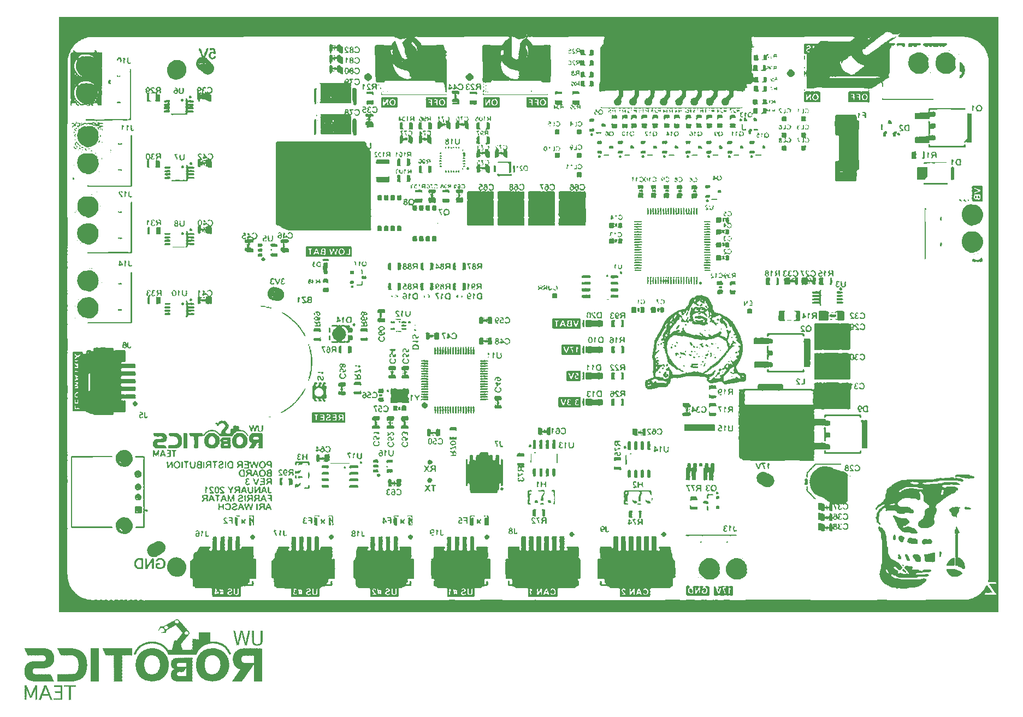
<source format=gbo>
G04*
G04 #@! TF.GenerationSoftware,Altium Limited,Altium Designer,22.0.2 (36)*
G04*
G04 Layer_Color=32896*
%FSLAX25Y25*%
%MOIN*%
G70*
G04*
G04 #@! TF.SameCoordinates,CB176EB8-9F99-4E04-9228-48705547AA3B*
G04*
G04*
G04 #@! TF.FilePolarity,Positive*
G04*
G01*
G75*
G36*
X611620Y357976D02*
Y357917D01*
Y34269D01*
X38150Y34239D01*
X38120Y397726D01*
X611591Y397756D01*
X611620Y357976D01*
D02*
G37*
G36*
X110642Y29895D02*
X110742D01*
Y29794D01*
X111043D01*
Y29694D01*
X111144D01*
Y29594D01*
X111244D01*
Y29694D01*
X111344D01*
Y29594D01*
X111445D01*
Y29493D01*
X111545D01*
Y29393D01*
X111645D01*
Y29293D01*
X111545D01*
Y29192D01*
X111746D01*
Y29092D01*
Y28991D01*
X111846D01*
Y28891D01*
X111946D01*
Y28791D01*
X112047D01*
Y28690D01*
X112147D01*
Y28590D01*
X112248D01*
Y28490D01*
X112348D01*
Y28389D01*
X112448D01*
Y28289D01*
X112549D01*
Y28188D01*
X112649D01*
Y28088D01*
Y27988D01*
X112850D01*
Y27887D01*
Y27787D01*
X112950D01*
Y27687D01*
Y27586D01*
X113051D01*
Y27486D01*
X113151D01*
Y27385D01*
X113251D01*
Y27285D01*
X113352D01*
Y27185D01*
X113452D01*
Y27084D01*
X113552D01*
Y26984D01*
X113653D01*
Y26884D01*
X113753D01*
Y26783D01*
X113854D01*
Y26683D01*
Y26582D01*
X113954D01*
Y26482D01*
Y26382D01*
X114155D01*
Y26281D01*
Y26181D01*
X114255D01*
Y26081D01*
X114355D01*
Y25980D01*
X114456D01*
Y25880D01*
X114556D01*
Y25779D01*
X114657D01*
Y25679D01*
X114757D01*
Y25579D01*
X114857D01*
Y25478D01*
Y25378D01*
X115058D01*
Y25278D01*
Y25177D01*
X115259D01*
Y25077D01*
X115158D01*
Y24976D01*
X115259D01*
Y24876D01*
X115359D01*
Y24776D01*
X115460D01*
Y24675D01*
X115560D01*
Y24575D01*
X115660D01*
Y24475D01*
X115761D01*
Y24374D01*
X115861D01*
Y24274D01*
X115961D01*
Y24173D01*
X116062D01*
Y24073D01*
X115961D01*
Y23973D01*
X116162D01*
Y23872D01*
Y23772D01*
X116263D01*
Y23672D01*
X116363D01*
Y23571D01*
X116463D01*
Y23471D01*
X116564D01*
Y23370D01*
X116664D01*
Y23270D01*
X116764D01*
Y23170D01*
X116865D01*
Y23069D01*
X116965D01*
Y22969D01*
X117066D01*
Y22869D01*
X117166D01*
Y22768D01*
X117266D01*
Y22668D01*
X117367D01*
Y22567D01*
X117467D01*
Y22467D01*
X117567D01*
Y22367D01*
X117668D01*
Y22266D01*
X117567D01*
Y22166D01*
X117668D01*
Y22065D01*
Y21965D01*
X117768D01*
Y21865D01*
Y21764D01*
Y21664D01*
Y21564D01*
Y21463D01*
Y21363D01*
X117668D01*
Y21262D01*
Y21162D01*
Y21062D01*
X117567D01*
Y20961D01*
X117467D01*
Y20861D01*
X117367D01*
Y20761D01*
X117467D01*
Y20660D01*
X117266D01*
Y20560D01*
Y20459D01*
X117166D01*
Y20359D01*
X117066D01*
Y20259D01*
X116965D01*
Y20158D01*
X116865D01*
Y20058D01*
X116764D01*
Y19958D01*
X116664D01*
Y19857D01*
X116564D01*
Y19757D01*
Y19657D01*
X116363D01*
Y19556D01*
X116463D01*
Y19456D01*
X116363D01*
Y19355D01*
X116263D01*
Y19255D01*
X116162D01*
Y19155D01*
X116062D01*
Y19054D01*
X115961D01*
Y18954D01*
X115861D01*
Y18854D01*
X115761D01*
Y18753D01*
X115660D01*
Y18653D01*
X115560D01*
Y18552D01*
Y18452D01*
X115460D01*
Y18352D01*
Y18251D01*
X115359D01*
Y18151D01*
X115259D01*
Y18051D01*
X115158D01*
Y17950D01*
X115058D01*
Y17850D01*
X114958D01*
Y17749D01*
X114857D01*
Y17649D01*
X114757D01*
Y17549D01*
Y17448D01*
X114556D01*
Y17348D01*
Y17248D01*
X114456D01*
Y17147D01*
Y17047D01*
X114355D01*
Y16946D01*
X114255D01*
Y16846D01*
X114155D01*
Y16746D01*
X114054D01*
Y16645D01*
X113954D01*
Y16545D01*
X113854D01*
Y16445D01*
X113753D01*
Y16344D01*
X113653D01*
Y16244D01*
Y16143D01*
X113552D01*
Y16043D01*
X113452D01*
Y15943D01*
Y15842D01*
X113352D01*
Y15742D01*
X113251D01*
Y15642D01*
X113151D01*
Y15541D01*
X113051D01*
Y15441D01*
X112950D01*
Y15340D01*
X112850D01*
Y15240D01*
X112750D01*
Y15140D01*
X112850D01*
Y15039D01*
X112549D01*
Y14939D01*
X112649D01*
Y14839D01*
X112549D01*
Y14738D01*
X112649D01*
Y14638D01*
X112549D01*
Y14537D01*
X112649D01*
Y14437D01*
Y14337D01*
X112750D01*
Y14236D01*
Y14136D01*
X112850D01*
Y14036D01*
X112750D01*
Y13935D01*
X112850D01*
Y13835D01*
Y13734D01*
Y13634D01*
X112950D01*
Y13534D01*
Y13433D01*
Y13333D01*
X113051D01*
Y13233D01*
X112950D01*
Y13132D01*
X113051D01*
Y13032D01*
X113151D01*
Y12932D01*
X113051D01*
Y12831D01*
X113151D01*
Y12731D01*
X113251D01*
Y12630D01*
X113151D01*
Y12530D01*
X113251D01*
Y12430D01*
X113151D01*
Y12329D01*
X113251D01*
Y12229D01*
X113352D01*
Y12128D01*
Y12028D01*
Y11928D01*
X113452D01*
Y11827D01*
X113352D01*
Y11727D01*
X113452D01*
Y11627D01*
Y11526D01*
X118069D01*
Y11627D01*
X118170D01*
Y11526D01*
X118471D01*
Y11627D01*
X118571D01*
Y11526D01*
X118672D01*
Y11627D01*
X118772D01*
Y11526D01*
X118872D01*
Y11627D01*
X118973D01*
Y11526D01*
X119073D01*
Y11627D01*
X119173D01*
Y11526D01*
X119274D01*
Y11627D01*
X119374D01*
Y11526D01*
X119474D01*
Y11627D01*
X119575D01*
Y11526D01*
X119675D01*
Y11627D01*
X119575D01*
Y11727D01*
Y11827D01*
Y11928D01*
X119675D01*
Y12028D01*
X119575D01*
Y12128D01*
Y12229D01*
Y12329D01*
X119675D01*
Y12430D01*
X119575D01*
Y12530D01*
Y12630D01*
Y12731D01*
X119675D01*
Y12831D01*
X119575D01*
Y12932D01*
Y13032D01*
Y13132D01*
X119675D01*
Y13233D01*
X119575D01*
Y13333D01*
Y13433D01*
Y13534D01*
X119675D01*
Y13634D01*
X119575D01*
Y13734D01*
Y13835D01*
Y13935D01*
X119675D01*
Y14036D01*
X119575D01*
Y14136D01*
Y14236D01*
Y14337D01*
X119675D01*
Y14437D01*
X119575D01*
Y14537D01*
Y14638D01*
Y14738D01*
X119675D01*
Y14839D01*
X119575D01*
Y14939D01*
Y15039D01*
Y15140D01*
X119675D01*
Y15240D01*
X119575D01*
Y15340D01*
Y15441D01*
Y15541D01*
X119675D01*
Y15642D01*
X119575D01*
Y15742D01*
Y15842D01*
Y15943D01*
X119675D01*
Y16043D01*
X119575D01*
Y16143D01*
Y16244D01*
Y16344D01*
X119675D01*
Y16445D01*
X119575D01*
Y16545D01*
Y16645D01*
Y16746D01*
X119675D01*
Y16846D01*
X119575D01*
Y16946D01*
Y17047D01*
Y17147D01*
X119675D01*
Y17248D01*
X119575D01*
Y17348D01*
Y17448D01*
Y17549D01*
X119675D01*
Y17649D01*
X119575D01*
Y17749D01*
Y17850D01*
Y17950D01*
X121683D01*
Y17850D01*
X121783D01*
Y17950D01*
X121883D01*
Y17850D01*
X121984D01*
Y17950D01*
X122084D01*
Y17850D01*
X122185D01*
Y17950D01*
X122285D01*
Y17850D01*
X122385D01*
Y17950D01*
X122486D01*
Y17850D01*
X122586D01*
Y17950D01*
X122687D01*
Y17850D01*
X122787D01*
Y17950D01*
X122887D01*
Y17850D01*
X122988D01*
Y17950D01*
X123088D01*
Y17850D01*
X123188D01*
Y17950D01*
X123289D01*
Y17850D01*
X123389D01*
Y17950D01*
X123489D01*
Y18051D01*
Y18151D01*
Y18251D01*
Y18352D01*
Y18452D01*
Y18552D01*
Y18653D01*
Y18753D01*
Y18854D01*
Y18954D01*
Y19054D01*
Y19155D01*
Y19255D01*
Y19355D01*
Y19456D01*
Y19556D01*
Y19657D01*
Y19757D01*
Y19857D01*
Y19958D01*
Y20058D01*
X123590D01*
Y20158D01*
X123489D01*
Y20259D01*
Y20359D01*
Y20459D01*
X123590D01*
Y20560D01*
X123489D01*
Y20660D01*
X123590D01*
Y20761D01*
Y20861D01*
Y20961D01*
X123489D01*
Y21062D01*
X123590D01*
Y21162D01*
Y21262D01*
Y21363D01*
Y21463D01*
Y21564D01*
Y21664D01*
Y21764D01*
Y21865D01*
Y21965D01*
Y22065D01*
Y22166D01*
X123690D01*
Y22065D01*
X123791D01*
Y22166D01*
X123891D01*
Y22065D01*
X123991D01*
Y22166D01*
X124092D01*
Y22065D01*
X124192D01*
Y22166D01*
X124293D01*
Y22065D01*
X124393D01*
Y22166D01*
X124493D01*
Y22065D01*
X124594D01*
Y22166D01*
X124694D01*
Y22065D01*
X124794D01*
Y22166D01*
X124895D01*
Y22065D01*
X124995D01*
Y22166D01*
X125095D01*
Y22065D01*
X125196D01*
Y21965D01*
X125296D01*
Y22065D01*
X125397D01*
Y22166D01*
X125497D01*
Y22065D01*
X125597D01*
Y21965D01*
X125698D01*
Y22065D01*
X125798D01*
Y22166D01*
X125899D01*
Y22065D01*
X125999D01*
Y21965D01*
X126099D01*
Y22065D01*
X126200D01*
Y22166D01*
X126300D01*
Y22065D01*
X126400D01*
Y21965D01*
X126501D01*
Y22065D01*
X126601D01*
Y21965D01*
X126701D01*
Y22065D01*
X126802D01*
Y21965D01*
X126902D01*
Y22065D01*
X127003D01*
Y21965D01*
X127103D01*
Y22065D01*
X127203D01*
Y21965D01*
X127304D01*
Y22065D01*
X127404D01*
Y21965D01*
X127505D01*
Y22065D01*
X127605D01*
Y21965D01*
X127705D01*
Y22065D01*
X127806D01*
Y21965D01*
X127906D01*
Y22065D01*
X128006D01*
Y21965D01*
X128107D01*
Y22065D01*
X128207D01*
Y21965D01*
X128307D01*
Y22065D01*
X128408D01*
Y21965D01*
X128508D01*
Y22065D01*
X128609D01*
Y21965D01*
X128709D01*
Y22065D01*
X128809D01*
Y21965D01*
X128910D01*
Y22065D01*
X129010D01*
Y21965D01*
X129111D01*
Y22065D01*
X129211D01*
Y21965D01*
X129311D01*
Y22065D01*
X129412D01*
Y21965D01*
X129512D01*
Y22065D01*
X129612D01*
Y21965D01*
X129713D01*
Y22065D01*
X129813D01*
Y21965D01*
X129913D01*
Y22065D01*
X130014D01*
Y21965D01*
X130114D01*
Y22065D01*
X130215D01*
Y21965D01*
X130315D01*
Y22065D01*
X130415D01*
Y21965D01*
Y21865D01*
Y21764D01*
Y21664D01*
Y21564D01*
X130516D01*
Y21463D01*
X130415D01*
Y21363D01*
X130516D01*
Y21262D01*
X130415D01*
Y21162D01*
X130516D01*
Y21062D01*
X130415D01*
Y20961D01*
X130516D01*
Y20861D01*
X130415D01*
Y20761D01*
X130516D01*
Y20660D01*
X130415D01*
Y20560D01*
X130516D01*
Y20459D01*
X130415D01*
Y20359D01*
X130516D01*
Y20259D01*
X130415D01*
Y20158D01*
X130516D01*
Y20058D01*
X130415D01*
Y19958D01*
X130516D01*
Y19857D01*
X130415D01*
Y19757D01*
X130516D01*
Y19657D01*
X130415D01*
Y19556D01*
X130516D01*
Y19456D01*
X130415D01*
Y19355D01*
X130516D01*
Y19255D01*
X130415D01*
Y19155D01*
X130516D01*
Y19054D01*
Y18954D01*
Y18854D01*
Y18753D01*
Y18653D01*
Y18552D01*
Y18452D01*
X130415D01*
Y18352D01*
X130516D01*
Y18251D01*
Y18151D01*
Y18051D01*
Y17950D01*
Y17850D01*
Y17749D01*
Y17649D01*
Y17549D01*
Y17448D01*
Y17348D01*
Y17248D01*
X130616D01*
Y17147D01*
X130516D01*
Y17047D01*
X130616D01*
Y16946D01*
Y16846D01*
Y16746D01*
X130516D01*
Y16645D01*
X130616D01*
Y16545D01*
Y16445D01*
Y16344D01*
X130917D01*
Y16445D01*
X131018D01*
Y16344D01*
X131118D01*
Y16445D01*
X131218D01*
Y16344D01*
X131319D01*
Y16445D01*
X131620D01*
Y16344D01*
X131720D01*
Y16445D01*
X132021D01*
Y16344D01*
X132122D01*
Y16445D01*
X132423D01*
Y16344D01*
X132523D01*
Y16445D01*
X132824D01*
Y16344D01*
X132925D01*
Y16445D01*
X133025D01*
Y16344D01*
X133125D01*
Y16445D01*
X133226D01*
Y16344D01*
X133326D01*
Y16445D01*
X133427D01*
Y16344D01*
X134129D01*
Y16244D01*
X134430D01*
Y16344D01*
X134531D01*
Y16244D01*
X134631D01*
Y16143D01*
X134731D01*
Y16244D01*
X134832D01*
Y16143D01*
X135133D01*
Y16043D01*
X135233D01*
Y16143D01*
X135334D01*
Y16043D01*
X135434D01*
Y15943D01*
X135535D01*
Y16043D01*
X135635D01*
Y15943D01*
X135936D01*
Y15842D01*
X136036D01*
Y15943D01*
X136137D01*
Y15842D01*
X136237D01*
Y15742D01*
X136538D01*
Y15642D01*
X136639D01*
Y15541D01*
X136739D01*
Y15642D01*
X136839D01*
Y15541D01*
X136940D01*
Y15441D01*
X137040D01*
Y15541D01*
X137141D01*
Y15441D01*
X137241D01*
Y15340D01*
X137542D01*
Y15240D01*
X137642D01*
Y15140D01*
X137943D01*
Y15039D01*
X138044D01*
Y14939D01*
X138345D01*
Y14839D01*
X138445D01*
Y14738D01*
X138546D01*
Y14638D01*
X138646D01*
Y14537D01*
X138947D01*
Y14437D01*
X139048D01*
Y14337D01*
X139148D01*
Y14236D01*
X139248D01*
Y14136D01*
X139349D01*
Y14036D01*
X139449D01*
Y13935D01*
X139750D01*
Y13835D01*
Y13734D01*
X139951D01*
Y13634D01*
X140051D01*
Y13534D01*
X140152D01*
Y13433D01*
X140252D01*
Y13333D01*
X140352D01*
Y13233D01*
X140453D01*
Y13132D01*
X140553D01*
Y13032D01*
X140654D01*
Y12932D01*
X140754D01*
Y12831D01*
X140854D01*
Y12731D01*
X140955D01*
Y12630D01*
Y12530D01*
X141155D01*
Y12430D01*
X141055D01*
Y12329D01*
X141256D01*
Y12229D01*
Y12128D01*
X141356D01*
Y12028D01*
X141457D01*
Y11928D01*
X141557D01*
Y11827D01*
X141657D01*
Y11727D01*
Y11627D01*
Y11526D01*
X141758D01*
Y11426D01*
X141858D01*
Y11326D01*
X141958D01*
Y11225D01*
Y11125D01*
X142159D01*
Y11024D01*
X142059D01*
Y10924D01*
X142159D01*
Y10824D01*
X142260D01*
Y10723D01*
X142360D01*
Y10623D01*
X142260D01*
Y10522D01*
X142360D01*
Y10422D01*
X142460D01*
Y10322D01*
X142561D01*
Y10221D01*
Y10121D01*
Y10021D01*
X142661D01*
Y9920D01*
X142761D01*
Y9820D01*
X142661D01*
Y9719D01*
X142761D01*
Y9619D01*
X142862D01*
Y9519D01*
X142962D01*
Y9418D01*
X142862D01*
Y9318D01*
X142962D01*
Y9218D01*
X142862D01*
Y9117D01*
X142962D01*
Y9017D01*
X143063D01*
Y8917D01*
X143163D01*
Y8816D01*
X143063D01*
Y8716D01*
X142962D01*
Y8615D01*
X142460D01*
Y8515D01*
X142360D01*
Y8415D01*
X142260D01*
Y8515D01*
X142159D01*
Y8415D01*
X141858D01*
Y8515D01*
X141958D01*
Y8615D01*
X141858D01*
Y8716D01*
Y8816D01*
Y8917D01*
X141758D01*
Y9017D01*
X141657D01*
Y9117D01*
X141758D01*
Y9218D01*
X141657D01*
Y9318D01*
X141557D01*
Y9418D01*
Y9519D01*
Y9619D01*
X141457D01*
Y9719D01*
X141356D01*
Y9820D01*
X141256D01*
Y9920D01*
X141356D01*
Y10021D01*
X141256D01*
Y10121D01*
X141155D01*
Y10221D01*
X141055D01*
Y10322D01*
X141155D01*
Y10422D01*
X141055D01*
Y10522D01*
X140955D01*
Y10623D01*
X140854D01*
Y10723D01*
Y10824D01*
X140654D01*
Y10924D01*
X140754D01*
Y11024D01*
X140654D01*
Y11125D01*
X140553D01*
Y11225D01*
X140453D01*
Y11326D01*
X140352D01*
Y11426D01*
X140252D01*
Y11526D01*
Y11627D01*
X140152D01*
Y11727D01*
Y11827D01*
X139951D01*
Y11928D01*
Y12028D01*
X139851D01*
Y12128D01*
X139750D01*
Y12229D01*
X139650D01*
Y12329D01*
X139550D01*
Y12430D01*
X139449D01*
Y12530D01*
X139349D01*
Y12630D01*
X139248D01*
Y12731D01*
X139148D01*
Y12831D01*
X139048D01*
Y12932D01*
X138947D01*
Y13032D01*
X138646D01*
Y13132D01*
X138546D01*
Y13233D01*
X138445D01*
Y13333D01*
X138345D01*
Y13433D01*
X138245D01*
Y13534D01*
X138144D01*
Y13634D01*
X137843D01*
Y13734D01*
X137743D01*
Y13835D01*
X137542D01*
Y13935D01*
X137341D01*
Y14036D01*
X137241D01*
Y14136D01*
X137141D01*
Y14236D01*
X137040D01*
Y14136D01*
X137141D01*
Y14036D01*
X137040D01*
Y14136D01*
X136940D01*
Y14236D01*
X136839D01*
Y14337D01*
X136739D01*
Y14236D01*
X136639D01*
Y14337D01*
X136538D01*
Y14437D01*
X136237D01*
Y14537D01*
X136137D01*
Y14638D01*
X136036D01*
Y14537D01*
X135936D01*
Y14638D01*
X135836D01*
Y14738D01*
X135735D01*
Y14638D01*
X135635D01*
Y14738D01*
X135535D01*
Y14839D01*
X135434D01*
Y14738D01*
X135334D01*
Y14839D01*
X135033D01*
Y14939D01*
X134731D01*
Y15039D01*
X134029D01*
Y15140D01*
X133929D01*
Y15039D01*
X133828D01*
Y15140D01*
X133728D01*
Y15240D01*
X133627D01*
Y15140D01*
X133728D01*
Y15039D01*
X133627D01*
Y15140D01*
X133527D01*
Y15240D01*
X133427D01*
Y15140D01*
X133326D01*
Y15240D01*
X133226D01*
Y15140D01*
X133125D01*
Y15240D01*
X133025D01*
Y15140D01*
X132925D01*
Y15240D01*
X131018D01*
Y15140D01*
X130917D01*
Y15240D01*
X130817D01*
Y15140D01*
X130717D01*
Y15240D01*
X130616D01*
Y15140D01*
X130516D01*
Y15240D01*
X130415D01*
Y15140D01*
X130516D01*
Y15039D01*
X130415D01*
Y15140D01*
X130315D01*
Y15039D01*
X130215D01*
Y15140D01*
X130114D01*
Y15039D01*
X129612D01*
Y14939D01*
X129512D01*
Y15039D01*
X129412D01*
Y14939D01*
X129111D01*
Y14839D01*
X128809D01*
Y14738D01*
X128709D01*
Y14839D01*
X128609D01*
Y14738D01*
X128508D01*
Y14638D01*
X128006D01*
Y14537D01*
X127906D01*
Y14437D01*
X127605D01*
Y14337D01*
X127304D01*
Y14236D01*
X127203D01*
Y14136D01*
X127103D01*
Y14236D01*
X127003D01*
Y14136D01*
X127103D01*
Y14036D01*
X127003D01*
Y14136D01*
X126902D01*
Y14036D01*
X126802D01*
Y13935D01*
X126501D01*
Y13835D01*
X126400D01*
Y13734D01*
X126300D01*
Y13634D01*
X125999D01*
Y13534D01*
X125899D01*
Y13433D01*
X125798D01*
Y13333D01*
X125698D01*
Y13233D01*
X125497D01*
Y13132D01*
X125397D01*
Y13032D01*
X125196D01*
Y12932D01*
X125095D01*
Y12831D01*
X124995D01*
Y12731D01*
X124895D01*
Y12630D01*
X124794D01*
Y12530D01*
X124694D01*
Y12430D01*
X124594D01*
Y12329D01*
X124493D01*
Y12229D01*
X124393D01*
Y12128D01*
X124293D01*
Y12028D01*
X124192D01*
Y11928D01*
X124092D01*
Y11827D01*
X123991D01*
Y11727D01*
X123891D01*
Y11627D01*
X123791D01*
Y11526D01*
Y11426D01*
X123690D01*
Y11326D01*
Y11225D01*
X123590D01*
Y11125D01*
X123489D01*
Y11024D01*
X123389D01*
Y10924D01*
X123289D01*
Y10824D01*
X123188D01*
Y10723D01*
X123289D01*
Y10623D01*
X123188D01*
Y10522D01*
X123088D01*
Y10422D01*
X122988D01*
Y10322D01*
X122887D01*
Y10221D01*
Y10121D01*
Y10021D01*
X122787D01*
Y9920D01*
X122687D01*
Y9820D01*
X122586D01*
Y9719D01*
X122687D01*
Y9619D01*
X122586D01*
Y9519D01*
X122486D01*
Y9418D01*
X122385D01*
Y9318D01*
X122486D01*
Y9218D01*
X122385D01*
Y9117D01*
X122285D01*
Y9017D01*
X122185D01*
Y8917D01*
X122285D01*
Y8816D01*
X122185D01*
Y8716D01*
Y8615D01*
Y8515D01*
X122084D01*
Y8415D01*
X116564D01*
Y8314D01*
X116463D01*
Y8415D01*
X115761D01*
Y8314D01*
X115660D01*
Y8415D01*
X114958D01*
Y8314D01*
X114857D01*
Y8415D01*
X114556D01*
Y8314D01*
X114456D01*
Y8415D01*
X114355D01*
Y8314D01*
X114255D01*
Y8415D01*
X114155D01*
Y8314D01*
X114054D01*
Y8415D01*
X113753D01*
Y8314D01*
X113653D01*
Y8415D01*
X113552D01*
Y8314D01*
X113452D01*
Y8415D01*
X113352D01*
Y8314D01*
X113251D01*
Y8415D01*
X112950D01*
Y8314D01*
X112850D01*
Y8415D01*
X112750D01*
Y8314D01*
X112649D01*
Y8415D01*
X112549D01*
Y8314D01*
X112448D01*
Y8415D01*
X112348D01*
Y8314D01*
X112248D01*
Y8415D01*
X112147D01*
Y8314D01*
X112047D01*
Y8415D01*
X111946D01*
Y8314D01*
X111846D01*
Y8415D01*
X111746D01*
Y8314D01*
X111645D01*
Y8415D01*
X111545D01*
Y8314D01*
X111445D01*
Y8415D01*
X111344D01*
Y8314D01*
X111244D01*
Y8415D01*
X111144D01*
Y8314D01*
X111043D01*
Y8415D01*
X110943D01*
Y8314D01*
X110842D01*
Y8415D01*
X110742D01*
Y8314D01*
X110642D01*
Y8415D01*
X110541D01*
Y8314D01*
X110441D01*
Y8415D01*
X110340D01*
Y8314D01*
X110240D01*
Y8415D01*
X110140D01*
Y8314D01*
X110039D01*
Y8415D01*
X109939D01*
Y8314D01*
X109839D01*
Y8415D01*
X109738D01*
Y8314D01*
X109638D01*
Y8415D01*
X109537D01*
Y8314D01*
X109437D01*
Y8415D01*
X109337D01*
Y8314D01*
X109236D01*
Y8415D01*
X109136D01*
Y8314D01*
X109036D01*
Y8415D01*
X108935D01*
Y8314D01*
X108835D01*
Y8415D01*
X108735D01*
Y8314D01*
X108634D01*
Y8415D01*
X108534D01*
Y8314D01*
X108433D01*
Y8415D01*
X108333D01*
Y8314D01*
X108233D01*
Y8415D01*
X108132D01*
Y8314D01*
X108032D01*
Y8415D01*
X107931D01*
Y8314D01*
X107831D01*
Y8415D01*
X107731D01*
Y8314D01*
X107630D01*
Y8415D01*
X107530D01*
Y8314D01*
X107430D01*
Y8415D01*
X107329D01*
Y8314D01*
X107229D01*
Y8415D01*
X107129D01*
Y8314D01*
X107028D01*
Y8415D01*
X106928D01*
Y8314D01*
X106827D01*
Y8415D01*
X106727D01*
Y8314D01*
X106627D01*
Y8415D01*
X106526D01*
Y8314D01*
X106426D01*
Y8415D01*
X106325D01*
Y8314D01*
X106225D01*
Y8415D01*
X106125D01*
Y8314D01*
X106024D01*
Y8415D01*
X105924D01*
Y8314D01*
X105824D01*
Y8415D01*
X105723D01*
Y8314D01*
X105623D01*
Y8415D01*
X105523D01*
Y8314D01*
X105422D01*
Y8415D01*
X105322D01*
Y8314D01*
X105221D01*
Y8415D01*
X105121D01*
Y8314D01*
X105021D01*
Y8415D01*
X104920D01*
Y8314D01*
X104820D01*
Y8415D01*
X104719D01*
Y8515D01*
Y8615D01*
Y8716D01*
X104619D01*
Y8816D01*
Y8917D01*
Y9017D01*
X104519D01*
Y9117D01*
Y9218D01*
X104418D01*
Y9318D01*
Y9418D01*
X104318D01*
Y9519D01*
X104418D01*
Y9619D01*
X104318D01*
Y9719D01*
X104218D01*
Y9820D01*
X104117D01*
Y9920D01*
Y10021D01*
X104017D01*
Y10121D01*
Y10221D01*
X103917D01*
Y10322D01*
Y10422D01*
X103816D01*
Y10522D01*
Y10623D01*
X103716D01*
Y10723D01*
X103615D01*
Y10824D01*
X103515D01*
Y10924D01*
X103415D01*
Y11024D01*
Y11125D01*
Y11225D01*
X103314D01*
Y11326D01*
X103214D01*
Y11426D01*
X103113D01*
Y11526D01*
X103013D01*
Y11627D01*
X102913D01*
Y11727D01*
X102812D01*
Y11827D01*
X102712D01*
Y11928D01*
X102812D01*
Y12028D01*
X102511D01*
Y12128D01*
X102612D01*
Y12229D01*
X102311D01*
Y12329D01*
X102411D01*
Y12430D01*
X102110D01*
Y12530D01*
X102210D01*
Y12630D01*
X101909D01*
Y12731D01*
X102009D01*
Y12831D01*
X101708D01*
Y12932D01*
X101608D01*
Y13032D01*
X101507D01*
Y13132D01*
X101407D01*
Y13233D01*
X101206D01*
Y13333D01*
Y13433D01*
X100905D01*
Y13534D01*
X100805D01*
Y13634D01*
X100705D01*
Y13734D01*
X100604D01*
Y13835D01*
X100303D01*
Y13935D01*
X100203D01*
Y14036D01*
X99901D01*
Y14136D01*
X99801D01*
Y14236D01*
X99500D01*
Y14337D01*
X99400D01*
Y14437D01*
X99098D01*
Y14537D01*
X98998D01*
Y14437D01*
X98898D01*
Y14537D01*
X98797D01*
Y14638D01*
X98496D01*
Y14738D01*
X98396D01*
Y14638D01*
X98295D01*
Y14738D01*
X98195D01*
Y14839D01*
X97894D01*
Y14939D01*
X97794D01*
Y14839D01*
X97693D01*
Y14939D01*
X97392D01*
Y15039D01*
X96489D01*
Y15140D01*
X96388D01*
Y15039D01*
X96288D01*
Y15140D01*
X95987D01*
Y15240D01*
X95886D01*
Y15140D01*
X95786D01*
Y15240D01*
X95686D01*
Y15140D01*
X95585D01*
Y15240D01*
X95485D01*
Y15140D01*
X95385D01*
Y15240D01*
X95284D01*
Y15140D01*
X95184D01*
Y15240D01*
X94883D01*
Y15140D01*
X94782D01*
Y15240D01*
X94682D01*
Y15140D01*
X94582D01*
Y15240D01*
X94481D01*
Y15140D01*
X94381D01*
Y15240D01*
X94280D01*
Y15140D01*
X94180D01*
Y15240D01*
X94080D01*
Y15140D01*
X93979D01*
Y15240D01*
X93879D01*
Y15140D01*
X93779D01*
Y15240D01*
X93678D01*
Y15140D01*
X93578D01*
Y15039D01*
X93477D01*
Y15140D01*
X93377D01*
Y15039D01*
X93277D01*
Y15140D01*
X93176D01*
Y15039D01*
X92674D01*
Y14939D01*
X92574D01*
Y15039D01*
X92474D01*
Y14939D01*
X92173D01*
Y14839D01*
X92072D01*
Y14939D01*
X91972D01*
Y14839D01*
X91671D01*
Y14738D01*
X91570D01*
Y14839D01*
X91470D01*
Y14738D01*
X91570D01*
Y14638D01*
X91470D01*
Y14738D01*
X91370D01*
Y14638D01*
X91069D01*
Y14537D01*
X90968D01*
Y14638D01*
X90868D01*
Y14537D01*
X90767D01*
Y14437D01*
X90466D01*
Y14337D01*
X90366D01*
Y14236D01*
X90065D01*
Y14136D01*
X89764D01*
Y14036D01*
X89663D01*
Y13935D01*
X89563D01*
Y13835D01*
X89262D01*
Y13734D01*
X89161D01*
Y13634D01*
X88860D01*
Y13534D01*
X88760D01*
Y13433D01*
X88660D01*
Y13333D01*
X88559D01*
Y13233D01*
X88459D01*
Y13132D01*
X88358D01*
Y13233D01*
X88258D01*
Y13132D01*
X88358D01*
Y13032D01*
X88057D01*
Y12932D01*
X87957D01*
Y12831D01*
X87857D01*
Y12731D01*
X87756D01*
Y12630D01*
X87656D01*
Y12530D01*
X87555D01*
Y12430D01*
X87455D01*
Y12329D01*
X87355D01*
Y12229D01*
X87254D01*
Y12128D01*
X87154D01*
Y12028D01*
X87054D01*
Y11928D01*
X86953D01*
Y11827D01*
X86853D01*
Y11727D01*
X86752D01*
Y11627D01*
X86652D01*
Y11526D01*
Y11426D01*
X86451D01*
Y11326D01*
X86552D01*
Y11225D01*
X86451D01*
Y11125D01*
X86351D01*
Y11024D01*
X86251D01*
Y10924D01*
X86150D01*
Y10824D01*
X86050D01*
Y10723D01*
Y10623D01*
X85949D01*
Y10522D01*
Y10422D01*
X85849D01*
Y10322D01*
X85749D01*
Y10221D01*
X85648D01*
Y10121D01*
X85749D01*
Y10021D01*
X85648D01*
Y9920D01*
X85548D01*
Y9820D01*
X85448D01*
Y9719D01*
Y9619D01*
X85347D01*
Y9519D01*
Y9418D01*
X85247D01*
Y9318D01*
X85347D01*
Y9218D01*
X85247D01*
Y9117D01*
X85146D01*
Y9017D01*
X85046D01*
Y8917D01*
X85146D01*
Y8816D01*
X85046D01*
Y8716D01*
X84946D01*
Y8615D01*
Y8515D01*
Y8415D01*
X84645D01*
Y8515D01*
X84544D01*
Y8415D01*
X84444D01*
Y8515D01*
X84143D01*
Y8615D01*
X83842D01*
Y8716D01*
X83741D01*
Y8816D01*
X83842D01*
Y8917D01*
Y9017D01*
Y9117D01*
X83942D01*
Y9218D01*
Y9318D01*
Y9418D01*
X84042D01*
Y9519D01*
X84143D01*
Y9619D01*
X84042D01*
Y9719D01*
X84143D01*
Y9820D01*
X84243D01*
Y9920D01*
X84343D01*
Y10021D01*
X84243D01*
Y10121D01*
X84343D01*
Y10221D01*
X84444D01*
Y10322D01*
X84544D01*
Y10422D01*
X84444D01*
Y10522D01*
X84544D01*
Y10623D01*
X84645D01*
Y10723D01*
X84745D01*
Y10824D01*
Y10924D01*
Y11024D01*
X84845D01*
Y11125D01*
X84946D01*
Y11225D01*
X85046D01*
Y11326D01*
Y11426D01*
Y11526D01*
X85146D01*
Y11627D01*
X85247D01*
Y11727D01*
X85347D01*
Y11827D01*
X85448D01*
Y11928D01*
X85548D01*
Y12028D01*
Y12128D01*
X85648D01*
Y12229D01*
Y12329D01*
X85849D01*
Y12430D01*
Y12530D01*
X85949D01*
Y12630D01*
X86050D01*
Y12731D01*
X86150D01*
Y12831D01*
X86251D01*
Y12932D01*
X86351D01*
Y13032D01*
X86451D01*
Y13132D01*
X86552D01*
Y13233D01*
X86652D01*
Y13333D01*
X86752D01*
Y13433D01*
X86853D01*
Y13534D01*
X86953D01*
Y13634D01*
X87054D01*
Y13734D01*
X87154D01*
Y13835D01*
X87254D01*
Y13935D01*
X87555D01*
Y14036D01*
Y14136D01*
X87756D01*
Y14236D01*
X87857D01*
Y14337D01*
X87957D01*
Y14437D01*
X88057D01*
Y14537D01*
X88358D01*
Y14638D01*
X88459D01*
Y14738D01*
X88559D01*
Y14839D01*
X88660D01*
Y14738D01*
X88760D01*
Y14839D01*
Y14939D01*
X88961D01*
Y15039D01*
X89061D01*
Y15140D01*
X89362D01*
Y15240D01*
X89463D01*
Y15340D01*
X89764D01*
Y15441D01*
X89864D01*
Y15541D01*
X89964D01*
Y15441D01*
X90065D01*
Y15541D01*
X90366D01*
Y15642D01*
X90466D01*
Y15742D01*
X90767D01*
Y15842D01*
X90868D01*
Y15742D01*
X90968D01*
Y15842D01*
X91069D01*
Y15943D01*
X91169D01*
Y15842D01*
X91269D01*
Y15943D01*
X91570D01*
Y16043D01*
X91671D01*
Y15943D01*
X91771D01*
Y16043D01*
X91872D01*
Y16143D01*
X92373D01*
Y16244D01*
X92474D01*
Y16143D01*
X92574D01*
Y16244D01*
X92674D01*
Y16344D01*
X92775D01*
Y16244D01*
X92875D01*
Y16344D01*
X92976D01*
Y16244D01*
X93076D01*
Y16344D01*
X93979D01*
Y16445D01*
X94080D01*
Y16344D01*
X94381D01*
Y16445D01*
X94481D01*
Y16344D01*
X94582D01*
Y16445D01*
X94682D01*
Y16344D01*
X94782D01*
Y16445D01*
X94883D01*
Y16344D01*
X94983D01*
Y16445D01*
X95083D01*
Y16344D01*
X95184D01*
Y16445D01*
X95284D01*
Y16344D01*
X95585D01*
Y16445D01*
X95686D01*
Y16344D01*
X96790D01*
Y16244D01*
X96890D01*
Y16344D01*
X96991D01*
Y16244D01*
X97091D01*
Y16344D01*
X97191D01*
Y16244D01*
X97292D01*
Y16143D01*
X97392D01*
Y16244D01*
X97492D01*
Y16143D01*
X97794D01*
Y16043D01*
X97894D01*
Y16143D01*
X97994D01*
Y16043D01*
X98095D01*
Y15943D01*
X98195D01*
Y16043D01*
X98295D01*
Y15943D01*
X98597D01*
Y15842D01*
X98697D01*
Y15943D01*
X98797D01*
Y15842D01*
X98898D01*
Y15742D01*
X98998D01*
Y15842D01*
X99098D01*
Y15742D01*
X99199D01*
Y15642D01*
X99299D01*
Y15742D01*
X99400D01*
Y15642D01*
X99500D01*
Y15541D01*
X99801D01*
Y15441D01*
X99901D01*
Y15340D01*
X100203D01*
Y15240D01*
X100303D01*
Y15140D01*
X100604D01*
Y15039D01*
X100705D01*
Y14939D01*
X101006D01*
Y14839D01*
X101106D01*
Y14738D01*
X101407D01*
Y14638D01*
X101507D01*
Y14537D01*
X101608D01*
Y14437D01*
X101708D01*
Y14337D01*
X102009D01*
Y14236D01*
X102110D01*
Y14136D01*
X102210D01*
Y14036D01*
X102311D01*
Y13935D01*
X102411D01*
Y13835D01*
X102511D01*
Y13734D01*
X102612D01*
Y13634D01*
X102712D01*
Y13534D01*
X102913D01*
Y13433D01*
Y13333D01*
X103113D01*
Y13233D01*
Y13132D01*
X103314D01*
Y13032D01*
Y12932D01*
X103415D01*
Y12831D01*
X103515D01*
Y12731D01*
X103615D01*
Y12630D01*
X103716D01*
Y12530D01*
X103816D01*
Y12430D01*
X103917D01*
Y12329D01*
X104017D01*
Y12229D01*
X104117D01*
Y12128D01*
X104218D01*
Y12028D01*
Y11928D01*
X104418D01*
Y11827D01*
X104318D01*
Y11727D01*
X104418D01*
Y11627D01*
X104519D01*
Y11526D01*
X104619D01*
Y11426D01*
X104719D01*
Y11526D01*
X104820D01*
Y11426D01*
X105121D01*
Y11526D01*
X105221D01*
Y11426D01*
X105322D01*
Y11526D01*
X105422D01*
Y11426D01*
X105523D01*
Y11526D01*
X105623D01*
Y11426D01*
X105723D01*
Y11526D01*
X105824D01*
Y11426D01*
X105924D01*
Y11526D01*
X106024D01*
Y11426D01*
X106125D01*
Y11526D01*
X106225D01*
Y11426D01*
X106325D01*
Y11526D01*
X106426D01*
Y11426D01*
X106526D01*
Y11526D01*
X106627D01*
Y11426D01*
X106727D01*
Y11526D01*
X106827D01*
Y11426D01*
X106928D01*
Y11526D01*
X107028D01*
Y11627D01*
X107129D01*
Y11727D01*
X107028D01*
Y11827D01*
X107129D01*
Y11928D01*
X107229D01*
Y12028D01*
X107129D01*
Y12128D01*
X107229D01*
Y12229D01*
X107129D01*
Y12329D01*
X107229D01*
Y12430D01*
X107329D01*
Y12530D01*
Y12630D01*
Y12731D01*
X107430D01*
Y12831D01*
X107329D01*
Y12932D01*
X107430D01*
Y13032D01*
Y13132D01*
Y13233D01*
X107530D01*
Y13333D01*
Y13433D01*
Y13534D01*
X107630D01*
Y13634D01*
X107530D01*
Y13734D01*
X107630D01*
Y13835D01*
X107530D01*
Y13935D01*
X107630D01*
Y14036D01*
X107731D01*
Y14136D01*
Y14236D01*
Y14337D01*
X107831D01*
Y14437D01*
X107731D01*
Y14537D01*
X107831D01*
Y14638D01*
Y14738D01*
Y14839D01*
X107931D01*
Y14939D01*
Y15039D01*
Y15140D01*
X108032D01*
Y15240D01*
X107931D01*
Y15340D01*
X108032D01*
Y15441D01*
Y15541D01*
Y15642D01*
X108132D01*
Y15742D01*
X108233D01*
Y15842D01*
X108132D01*
Y15943D01*
X108233D01*
Y16043D01*
X108132D01*
Y16143D01*
X108233D01*
Y16244D01*
Y16344D01*
X108333D01*
Y16445D01*
Y16545D01*
Y16645D01*
Y16746D01*
X108433D01*
Y16846D01*
Y16946D01*
Y17047D01*
X108534D01*
Y17147D01*
X108634D01*
Y17248D01*
X108735D01*
Y17147D01*
X108835D01*
Y17248D01*
X108935D01*
Y17147D01*
X109036D01*
Y17248D01*
X109136D01*
Y17147D01*
X109236D01*
Y17248D01*
X109337D01*
Y17147D01*
X109437D01*
Y17248D01*
X109537D01*
Y17147D01*
X109638D01*
Y17248D01*
X109738D01*
Y17147D01*
X109839D01*
Y17248D01*
X109939D01*
Y17147D01*
X110039D01*
Y17248D01*
Y17348D01*
X110140D01*
Y17448D01*
Y17549D01*
X110441D01*
Y17649D01*
X110340D01*
Y17749D01*
X110441D01*
Y17850D01*
X110541D01*
Y17950D01*
X110642D01*
Y18051D01*
X110742D01*
Y18151D01*
X110842D01*
Y18251D01*
X110943D01*
Y18352D01*
X111043D01*
Y18452D01*
X110943D01*
Y18552D01*
X111144D01*
Y18653D01*
Y18753D01*
X111244D01*
Y18854D01*
X111344D01*
Y18954D01*
X111445D01*
Y19054D01*
X111545D01*
Y19155D01*
X111645D01*
Y19255D01*
X111746D01*
Y19355D01*
X111846D01*
Y19456D01*
Y19556D01*
X112047D01*
Y19657D01*
X111946D01*
Y19757D01*
X112047D01*
Y19857D01*
X112147D01*
Y19958D01*
X112248D01*
Y20058D01*
X112348D01*
Y20158D01*
X112448D01*
Y20259D01*
X112549D01*
Y20359D01*
X112649D01*
Y20459D01*
X112750D01*
Y20560D01*
X112850D01*
Y20660D01*
X112750D01*
Y20761D01*
X112950D01*
Y20861D01*
Y20961D01*
X113051D01*
Y21062D01*
X113151D01*
Y21162D01*
X113251D01*
Y21262D01*
X113352D01*
Y21363D01*
X113452D01*
Y21463D01*
X113552D01*
Y21564D01*
X113653D01*
Y21664D01*
X113552D01*
Y21764D01*
X113452D01*
Y21865D01*
X113352D01*
Y21965D01*
X113251D01*
Y22065D01*
X113151D01*
Y22166D01*
X113051D01*
Y22266D01*
X112950D01*
Y22367D01*
Y22467D01*
X112850D01*
Y22567D01*
Y22668D01*
X112750D01*
Y22768D01*
X112649D01*
Y22869D01*
X112549D01*
Y22969D01*
X112448D01*
Y23069D01*
X112348D01*
Y23170D01*
Y23270D01*
X112147D01*
Y23370D01*
X112248D01*
Y23471D01*
X111946D01*
Y23571D01*
X112047D01*
Y23672D01*
X111846D01*
Y23772D01*
Y23872D01*
X111746D01*
Y23973D01*
X111645D01*
Y24073D01*
X111545D01*
Y24173D01*
X111445D01*
Y24274D01*
X111344D01*
Y24374D01*
X111244D01*
Y24475D01*
X111144D01*
Y24575D01*
X111043D01*
Y24675D01*
X110943D01*
Y24776D01*
X110842D01*
Y24876D01*
X110742D01*
Y24976D01*
X110642D01*
Y25077D01*
X110541D01*
Y25177D01*
Y25278D01*
X110441D01*
Y25378D01*
X110340D01*
Y25478D01*
X110240D01*
Y25579D01*
Y25679D01*
X110140D01*
Y25779D01*
X110039D01*
Y25880D01*
X109939D01*
Y25980D01*
X109839D01*
Y26081D01*
X109738D01*
Y26181D01*
Y26281D01*
X109537D01*
Y26382D01*
X109638D01*
Y26482D01*
X109337D01*
Y26382D01*
X109236D01*
Y26482D01*
X109136D01*
Y26382D01*
X109236D01*
Y26281D01*
X108935D01*
Y26181D01*
X108835D01*
Y26081D01*
X108534D01*
Y25980D01*
X108433D01*
Y25880D01*
X108132D01*
Y25779D01*
X108032D01*
Y25679D01*
X107731D01*
Y25579D01*
X107630D01*
Y25478D01*
X107530D01*
Y25378D01*
X107430D01*
Y25278D01*
X107129D01*
Y25177D01*
X107028D01*
Y25077D01*
X106727D01*
Y24976D01*
X106627D01*
Y24876D01*
X106325D01*
Y24776D01*
X106225D01*
Y24675D01*
X106024D01*
Y24575D01*
X105824D01*
Y24475D01*
X105723D01*
Y24374D01*
X105623D01*
Y24274D01*
X105322D01*
Y24173D01*
X105221D01*
Y24073D01*
X104920D01*
Y23973D01*
X104820D01*
Y23872D01*
X104519D01*
Y23772D01*
X104418D01*
Y23672D01*
X104117D01*
Y23571D01*
Y23471D01*
X104017D01*
Y23370D01*
Y23270D01*
X103917D01*
Y23170D01*
X104017D01*
Y23069D01*
X103917D01*
Y22969D01*
X103816D01*
Y22869D01*
X103716D01*
Y22768D01*
X103816D01*
Y22668D01*
X103716D01*
Y22567D01*
X103615D01*
Y22467D01*
X103515D01*
Y22367D01*
X103615D01*
Y22266D01*
X103515D01*
Y22166D01*
Y22065D01*
X103415D01*
Y21965D01*
Y21865D01*
X103314D01*
Y21764D01*
X103214D01*
Y21664D01*
X103113D01*
Y21764D01*
X103013D01*
Y21664D01*
X102913D01*
Y21764D01*
X102812D01*
Y21664D01*
X102712D01*
Y21764D01*
X102612D01*
Y21664D01*
X102511D01*
Y21764D01*
X102411D01*
Y21664D01*
X102311D01*
Y21764D01*
X102210D01*
Y21664D01*
X102110D01*
Y21764D01*
X102009D01*
Y21664D01*
X99901D01*
Y21764D01*
X100203D01*
Y21865D01*
X100303D01*
Y21965D01*
X100403D01*
Y21865D01*
X100504D01*
Y21965D01*
X100805D01*
Y22065D01*
X100905D01*
Y21965D01*
X101006D01*
Y22065D01*
X101106D01*
Y22166D01*
X101206D01*
Y22065D01*
X101307D01*
Y22166D01*
X101608D01*
Y22266D01*
X101909D01*
Y22367D01*
X102411D01*
Y22467D01*
Y22567D01*
Y22668D01*
X102311D01*
Y22768D01*
X102411D01*
Y22869D01*
X102311D01*
Y22969D01*
X102411D01*
Y23069D01*
X102311D01*
Y23170D01*
X102411D01*
Y23270D01*
X102311D01*
Y23370D01*
Y23471D01*
Y23571D01*
Y23672D01*
Y23772D01*
X102210D01*
Y23872D01*
Y23973D01*
Y24073D01*
Y24173D01*
Y24274D01*
X101909D01*
Y24374D01*
X101809D01*
Y24475D01*
X101507D01*
Y24575D01*
X101407D01*
Y24675D01*
X101307D01*
Y24575D01*
X101206D01*
Y24675D01*
X100905D01*
Y24776D01*
X100805D01*
Y24876D01*
X100303D01*
Y24776D01*
X100403D01*
Y24675D01*
X100102D01*
Y24575D01*
X100203D01*
Y24475D01*
X100102D01*
Y24374D01*
X100002D01*
Y24274D01*
X99901D01*
Y24173D01*
X99801D01*
Y24073D01*
X99701D01*
Y23973D01*
X99600D01*
Y23872D01*
X99500D01*
Y23772D01*
X99400D01*
Y23672D01*
X99299D01*
Y23571D01*
Y23471D01*
X99199D01*
Y23370D01*
Y23270D01*
X98998D01*
Y23170D01*
Y23069D01*
X98898D01*
Y22969D01*
X98797D01*
Y23069D01*
X98697D01*
Y23170D01*
X98797D01*
Y23270D01*
X98898D01*
Y23370D01*
X98998D01*
Y23471D01*
X98898D01*
Y23571D01*
X98998D01*
Y23672D01*
X99098D01*
Y23772D01*
X98998D01*
Y23872D01*
X99098D01*
Y23973D01*
X99199D01*
Y24073D01*
Y24173D01*
Y24274D01*
X99299D01*
Y24374D01*
X99400D01*
Y24475D01*
X99299D01*
Y24575D01*
X99400D01*
Y24675D01*
X99500D01*
Y24776D01*
X99600D01*
Y24876D01*
X99500D01*
Y24976D01*
X99600D01*
Y25077D01*
X99701D01*
Y25177D01*
Y25278D01*
Y25378D01*
X99801D01*
Y25478D01*
Y25579D01*
Y25679D01*
X99901D01*
Y25779D01*
X100002D01*
Y25880D01*
X100102D01*
Y25980D01*
X100203D01*
Y25880D01*
X100303D01*
Y25980D01*
X100403D01*
Y25880D01*
X100504D01*
Y25779D01*
X100604D01*
Y25880D01*
X100705D01*
Y25779D01*
X100805D01*
Y25880D01*
X100905D01*
Y25779D01*
X101006D01*
Y25880D01*
X101106D01*
Y25779D01*
X101206D01*
Y25880D01*
X101307D01*
Y25779D01*
X102009D01*
Y25679D01*
X102110D01*
Y25779D01*
X102210D01*
Y25880D01*
X102110D01*
Y25980D01*
X102411D01*
Y26081D01*
X102511D01*
Y26181D01*
X102812D01*
Y26281D01*
X102913D01*
Y26382D01*
X103214D01*
Y26482D01*
X103314D01*
Y26582D01*
X103415D01*
Y26683D01*
X103515D01*
Y26783D01*
X103615D01*
Y26683D01*
X103716D01*
Y26783D01*
X103816D01*
Y26884D01*
X103917D01*
Y26783D01*
X104017D01*
Y26884D01*
Y26984D01*
X104218D01*
Y27084D01*
X104318D01*
Y27185D01*
X104619D01*
Y27285D01*
X104719D01*
Y27385D01*
X105021D01*
Y27486D01*
X105121D01*
Y27586D01*
X105422D01*
Y27687D01*
X105523D01*
Y27787D01*
X105824D01*
Y27887D01*
X105924D01*
Y27988D01*
X106024D01*
Y28088D01*
X106125D01*
Y27988D01*
X106225D01*
Y28088D01*
X106325D01*
Y28188D01*
X106426D01*
Y28289D01*
X106526D01*
Y28389D01*
X106827D01*
Y28490D01*
X106928D01*
Y28590D01*
X107229D01*
Y28690D01*
X107329D01*
Y28791D01*
X107630D01*
Y28891D01*
X107731D01*
Y28991D01*
X108032D01*
Y29092D01*
X108132D01*
Y29192D01*
X108433D01*
Y29293D01*
X108534D01*
Y29393D01*
X108634D01*
Y29493D01*
X108735D01*
Y29594D01*
X109036D01*
Y29694D01*
X109136D01*
Y29794D01*
X109437D01*
Y29895D01*
X109537D01*
Y29995D01*
X109638D01*
Y29895D01*
X109738D01*
Y29995D01*
X110441D01*
Y29895D01*
X110541D01*
Y29995D01*
X110642D01*
Y29895D01*
D02*
G37*
G36*
X162435Y23069D02*
X162335D01*
Y22969D01*
X162435D01*
Y22869D01*
X162335D01*
Y22768D01*
X162435D01*
Y22668D01*
X162335D01*
Y22567D01*
X162435D01*
Y22467D01*
X162335D01*
Y22367D01*
X162435D01*
Y22266D01*
X162335D01*
Y22166D01*
X162435D01*
Y22065D01*
X162335D01*
Y21965D01*
X162435D01*
Y21865D01*
X162335D01*
Y21764D01*
X162435D01*
Y21664D01*
X162335D01*
Y21564D01*
X162435D01*
Y21463D01*
X162335D01*
Y21363D01*
X162435D01*
Y21262D01*
X162335D01*
Y21162D01*
X162435D01*
Y21062D01*
X162335D01*
Y20961D01*
X162435D01*
Y20861D01*
X162335D01*
Y20761D01*
X162435D01*
Y20660D01*
X162335D01*
Y20560D01*
X162435D01*
Y20459D01*
X162335D01*
Y20359D01*
X162435D01*
Y20259D01*
X162335D01*
Y20158D01*
X162435D01*
Y20058D01*
X162335D01*
Y19958D01*
X162435D01*
Y19857D01*
X162335D01*
Y19757D01*
X162435D01*
Y19657D01*
X162335D01*
Y19556D01*
X162435D01*
Y19456D01*
X162335D01*
Y19355D01*
X162435D01*
Y19255D01*
X162335D01*
Y19155D01*
X162435D01*
Y19054D01*
X162335D01*
Y18954D01*
X162435D01*
Y18854D01*
X162335D01*
Y18753D01*
X162435D01*
Y18653D01*
X162335D01*
Y18552D01*
X162435D01*
Y18452D01*
X162335D01*
Y18352D01*
X162435D01*
Y18251D01*
X162335D01*
Y18151D01*
X162435D01*
Y18051D01*
X162335D01*
Y17950D01*
X162435D01*
Y17850D01*
X162335D01*
Y17749D01*
X162435D01*
Y17649D01*
X162335D01*
Y17549D01*
X162435D01*
Y17448D01*
X162335D01*
Y17348D01*
X162435D01*
Y17248D01*
X162335D01*
Y17147D01*
X162435D01*
Y17047D01*
X162335D01*
Y16946D01*
X162435D01*
Y16846D01*
X162335D01*
Y16746D01*
X162435D01*
Y16645D01*
X162335D01*
Y16545D01*
X162435D01*
Y16445D01*
X162335D01*
Y16344D01*
Y16244D01*
Y16143D01*
Y16043D01*
Y15943D01*
X162234D01*
Y15842D01*
X162335D01*
Y15742D01*
X162234D01*
Y15642D01*
X162134D01*
Y15541D01*
X162234D01*
Y15441D01*
X162134D01*
Y15340D01*
X162033D01*
Y15240D01*
Y15140D01*
Y15039D01*
X161933D01*
Y14939D01*
X161833D01*
Y14839D01*
X161732D01*
Y14738D01*
X161632D01*
Y14638D01*
X161531D01*
Y14537D01*
X161431D01*
Y14437D01*
X161130D01*
Y14337D01*
X161030D01*
Y14236D01*
X160729D01*
Y14136D01*
X160427D01*
Y14036D01*
X159925D01*
Y13935D01*
X159825D01*
Y14036D01*
X159725D01*
Y13935D01*
X159825D01*
Y13835D01*
X159725D01*
Y13935D01*
X159424D01*
Y14036D01*
X159323D01*
Y13935D01*
X159424D01*
Y13835D01*
X159323D01*
Y13935D01*
X159022D01*
Y14036D01*
X158922D01*
Y13935D01*
X159022D01*
Y13835D01*
X158922D01*
Y13935D01*
X158621D01*
Y14036D01*
X158520D01*
Y13935D01*
X158621D01*
Y13835D01*
X158520D01*
Y13935D01*
X158420D01*
Y14036D01*
X158319D01*
Y13935D01*
X158219D01*
Y14036D01*
X157717D01*
Y14136D01*
X157617D01*
Y14236D01*
X157316D01*
Y14337D01*
X157215D01*
Y14437D01*
X157015D01*
Y14537D01*
X156914D01*
Y14638D01*
X156713D01*
Y14738D01*
X156613D01*
Y14839D01*
X156513D01*
Y14939D01*
Y15039D01*
X156412D01*
Y15140D01*
Y15240D01*
X156312D01*
Y15340D01*
X156212D01*
Y15441D01*
X156111D01*
Y15541D01*
X156212D01*
Y15642D01*
X156111D01*
Y15742D01*
Y15842D01*
Y15943D01*
Y16043D01*
Y16143D01*
X156011D01*
Y16244D01*
Y16344D01*
Y16445D01*
X155911D01*
Y16545D01*
X156011D01*
Y16645D01*
X155911D01*
Y16746D01*
X156011D01*
Y16846D01*
X155911D01*
Y16946D01*
X156011D01*
Y17047D01*
X155911D01*
Y17147D01*
X156011D01*
Y17248D01*
X155911D01*
Y17348D01*
X156011D01*
Y17448D01*
X155911D01*
Y17549D01*
X156011D01*
Y17649D01*
X155911D01*
Y17749D01*
X156011D01*
Y17850D01*
X155911D01*
Y17950D01*
X156011D01*
Y18051D01*
X155911D01*
Y18151D01*
X156011D01*
Y18251D01*
X155911D01*
Y18352D01*
X156011D01*
Y18452D01*
X155911D01*
Y18552D01*
X156011D01*
Y18653D01*
X155911D01*
Y18753D01*
X156011D01*
Y18854D01*
X155911D01*
Y18954D01*
X156011D01*
Y19054D01*
X155911D01*
Y19155D01*
X156011D01*
Y19255D01*
X155911D01*
Y19355D01*
X156011D01*
Y19456D01*
X155911D01*
Y19556D01*
X156011D01*
Y19657D01*
X155911D01*
Y19757D01*
X156011D01*
Y19857D01*
X155911D01*
Y19958D01*
X156011D01*
Y20058D01*
X155911D01*
Y20158D01*
X156011D01*
Y20259D01*
X155911D01*
Y20359D01*
X156011D01*
Y20459D01*
X155911D01*
Y20560D01*
X156011D01*
Y20660D01*
X155911D01*
Y20761D01*
X156011D01*
Y20861D01*
X155911D01*
Y20961D01*
X156011D01*
Y21062D01*
X155911D01*
Y21162D01*
X156011D01*
Y21262D01*
X155911D01*
Y21363D01*
X156011D01*
Y21463D01*
X155911D01*
Y21564D01*
X156011D01*
Y21664D01*
X155911D01*
Y21764D01*
X156011D01*
Y21865D01*
X155911D01*
Y21965D01*
X156011D01*
Y22065D01*
X155911D01*
Y22166D01*
X156011D01*
Y22266D01*
X155911D01*
Y22367D01*
X156011D01*
Y22467D01*
X155911D01*
Y22567D01*
X156011D01*
Y22668D01*
X155911D01*
Y22768D01*
X156011D01*
Y22869D01*
X155911D01*
Y22969D01*
X156011D01*
Y23069D01*
X155911D01*
Y23170D01*
X156212D01*
Y23069D01*
X156312D01*
Y23170D01*
X157015D01*
Y23069D01*
Y22969D01*
Y22869D01*
Y22768D01*
Y22668D01*
Y22567D01*
Y22467D01*
Y22367D01*
Y22266D01*
Y22166D01*
Y22065D01*
Y21965D01*
Y21865D01*
Y21764D01*
Y21664D01*
Y21564D01*
Y21463D01*
Y21363D01*
Y21262D01*
Y21162D01*
Y21062D01*
Y20961D01*
Y20861D01*
Y20761D01*
Y20660D01*
Y20560D01*
Y20459D01*
Y20359D01*
Y20259D01*
Y20158D01*
Y20058D01*
Y19958D01*
Y19857D01*
Y19757D01*
Y19657D01*
Y19556D01*
Y19456D01*
Y19355D01*
Y19255D01*
Y19155D01*
Y19054D01*
Y18954D01*
Y18854D01*
Y18753D01*
Y18653D01*
Y18552D01*
Y18452D01*
Y18352D01*
Y18251D01*
Y18151D01*
Y18051D01*
Y17950D01*
Y17850D01*
Y17749D01*
Y17649D01*
Y17549D01*
Y17448D01*
Y17348D01*
Y17248D01*
Y17147D01*
Y17047D01*
Y16946D01*
Y16846D01*
X157115D01*
Y16746D01*
X157015D01*
Y16645D01*
X157115D01*
Y16545D01*
Y16445D01*
Y16344D01*
Y16244D01*
Y16143D01*
X157215D01*
Y16043D01*
X157115D01*
Y15943D01*
X157215D01*
Y15842D01*
Y15742D01*
X157316D01*
Y15642D01*
Y15541D01*
X157416D01*
Y15441D01*
X157517D01*
Y15340D01*
X157617D01*
Y15240D01*
X157717D01*
Y15140D01*
X157818D01*
Y15039D01*
X157918D01*
Y14939D01*
X158018D01*
Y15039D01*
X158119D01*
Y14939D01*
X158420D01*
Y14839D01*
X158520D01*
Y14939D01*
X158621D01*
Y14839D01*
X158922D01*
Y14738D01*
X159022D01*
Y14839D01*
X159323D01*
Y14738D01*
X159424D01*
Y14839D01*
X159524D01*
Y14939D01*
X159624D01*
Y14839D01*
X159725D01*
Y14939D01*
X160026D01*
Y15039D01*
X160126D01*
Y15140D01*
X160227D01*
Y15039D01*
X160327D01*
Y15140D01*
X160628D01*
Y15240D01*
Y15340D01*
X160829D01*
Y15441D01*
Y15541D01*
X160929D01*
Y15642D01*
Y15742D01*
X161030D01*
Y15842D01*
X161130D01*
Y15943D01*
X161030D01*
Y16043D01*
X161130D01*
Y16143D01*
X161230D01*
Y16244D01*
X161130D01*
Y16344D01*
X161230D01*
Y16445D01*
X161130D01*
Y16545D01*
X161230D01*
Y16645D01*
X161130D01*
Y16746D01*
X161230D01*
Y16846D01*
X161130D01*
Y16946D01*
X161230D01*
Y17047D01*
X161130D01*
Y17147D01*
X161230D01*
Y17248D01*
X161130D01*
Y17348D01*
X161230D01*
Y17448D01*
X161130D01*
Y17549D01*
X161230D01*
Y17649D01*
X161130D01*
Y17749D01*
X161230D01*
Y17850D01*
X161130D01*
Y17950D01*
X161230D01*
Y18051D01*
X161130D01*
Y18151D01*
X161230D01*
Y18251D01*
X161130D01*
Y18352D01*
X161230D01*
Y18452D01*
X161130D01*
Y18552D01*
X161230D01*
Y18653D01*
X161130D01*
Y18753D01*
X161230D01*
Y18854D01*
X161130D01*
Y18954D01*
X161230D01*
Y19054D01*
X161130D01*
Y19155D01*
X161230D01*
Y19255D01*
X161130D01*
Y19355D01*
X161230D01*
Y19456D01*
X161130D01*
Y19556D01*
X161230D01*
Y19657D01*
X161130D01*
Y19757D01*
X161230D01*
Y19857D01*
X161130D01*
Y19958D01*
X161230D01*
Y20058D01*
X161130D01*
Y20158D01*
X161230D01*
Y20259D01*
X161130D01*
Y20359D01*
X161230D01*
Y20459D01*
X161130D01*
Y20560D01*
X161230D01*
Y20660D01*
X161130D01*
Y20761D01*
X161230D01*
Y20861D01*
X161130D01*
Y20961D01*
X161230D01*
Y21062D01*
X161130D01*
Y21162D01*
X161230D01*
Y21262D01*
X161130D01*
Y21363D01*
X161230D01*
Y21463D01*
X161130D01*
Y21564D01*
X161230D01*
Y21664D01*
X161130D01*
Y21764D01*
X161230D01*
Y21865D01*
X161130D01*
Y21965D01*
X161230D01*
Y22065D01*
X161130D01*
Y22166D01*
X161230D01*
Y22266D01*
X161130D01*
Y22367D01*
X161230D01*
Y22467D01*
X161130D01*
Y22567D01*
X161230D01*
Y22668D01*
X161130D01*
Y22768D01*
X161230D01*
Y22869D01*
X161130D01*
Y22969D01*
X161230D01*
Y23069D01*
Y23170D01*
X161833D01*
Y23069D01*
X161933D01*
Y23170D01*
X162435D01*
Y23069D01*
D02*
G37*
G36*
X154806D02*
X154706D01*
Y22969D01*
X154806D01*
Y22869D01*
X154706D01*
Y22768D01*
Y22668D01*
Y22567D01*
X154606D01*
Y22467D01*
X154505D01*
Y22367D01*
X154606D01*
Y22266D01*
X154505D01*
Y22166D01*
X154606D01*
Y22065D01*
X154505D01*
Y21965D01*
X154606D01*
Y21865D01*
X154505D01*
Y21764D01*
X154405D01*
Y21664D01*
Y21564D01*
Y21463D01*
X154305D01*
Y21363D01*
X154405D01*
Y21262D01*
X154305D01*
Y21162D01*
Y21062D01*
Y20961D01*
Y20861D01*
Y20761D01*
X154204D01*
Y20660D01*
Y20560D01*
Y20459D01*
X154104D01*
Y20359D01*
X154204D01*
Y20259D01*
X154104D01*
Y20158D01*
Y20058D01*
Y19958D01*
Y19857D01*
X154003D01*
Y19757D01*
Y19657D01*
X153903D01*
Y19556D01*
X154003D01*
Y19456D01*
X153903D01*
Y19355D01*
X154003D01*
Y19255D01*
X153903D01*
Y19155D01*
Y19054D01*
X153803D01*
Y18954D01*
Y18854D01*
X153702D01*
Y18753D01*
X153803D01*
Y18653D01*
X153702D01*
Y18552D01*
X153803D01*
Y18452D01*
X153702D01*
Y18352D01*
X153803D01*
Y18251D01*
X153702D01*
Y18151D01*
X153602D01*
Y18051D01*
Y17950D01*
Y17850D01*
X153501D01*
Y17749D01*
X153602D01*
Y17649D01*
X153501D01*
Y17549D01*
X153602D01*
Y17448D01*
X153501D01*
Y17348D01*
Y17248D01*
Y17147D01*
X153401D01*
Y17047D01*
Y16946D01*
Y16846D01*
X153301D01*
Y16746D01*
X153401D01*
Y16645D01*
X153301D01*
Y16545D01*
Y16445D01*
Y16344D01*
X153200D01*
Y16244D01*
Y16143D01*
Y16043D01*
X153100D01*
Y15943D01*
X153200D01*
Y15842D01*
X153100D01*
Y15742D01*
X153200D01*
Y15642D01*
X153100D01*
Y15541D01*
X153000D01*
Y15441D01*
Y15340D01*
Y15240D01*
X152899D01*
Y15140D01*
X153000D01*
Y15039D01*
X152899D01*
Y14939D01*
X153000D01*
Y14839D01*
X152899D01*
Y14738D01*
Y14638D01*
Y14537D01*
X152799D01*
Y14437D01*
Y14337D01*
Y14236D01*
X152699D01*
Y14136D01*
X152598D01*
Y14236D01*
X152498D01*
Y14136D01*
X152397D01*
Y14236D01*
X152297D01*
Y14136D01*
X152197D01*
Y14236D01*
X152096D01*
Y14136D01*
X151996D01*
Y14236D01*
X151895D01*
Y14136D01*
X151795D01*
Y14236D01*
X151695D01*
Y14136D01*
X151594D01*
Y14236D01*
X151494D01*
Y14337D01*
X151594D01*
Y14437D01*
X151494D01*
Y14537D01*
Y14638D01*
Y14738D01*
X151394D01*
Y14839D01*
Y14939D01*
Y15039D01*
X151293D01*
Y15140D01*
X151394D01*
Y15240D01*
X151293D01*
Y15340D01*
X151193D01*
Y15441D01*
Y15541D01*
Y15642D01*
X151093D01*
Y15742D01*
X151193D01*
Y15842D01*
X151093D01*
Y15943D01*
Y16043D01*
Y16143D01*
X150992D01*
Y16244D01*
X150892D01*
Y16344D01*
X150992D01*
Y16445D01*
X150892D01*
Y16545D01*
X150992D01*
Y16645D01*
X150892D01*
Y16746D01*
X150992D01*
Y16846D01*
X150892D01*
Y16946D01*
X150791D01*
Y17047D01*
Y17147D01*
Y17248D01*
X150691D01*
Y17348D01*
X150791D01*
Y17448D01*
X150691D01*
Y17549D01*
Y17649D01*
Y17749D01*
X150591D01*
Y17850D01*
X150490D01*
Y17950D01*
X150591D01*
Y18051D01*
X150490D01*
Y18151D01*
Y18251D01*
Y18352D01*
Y18452D01*
Y18552D01*
X150390D01*
Y18653D01*
Y18753D01*
Y18854D01*
X150289D01*
Y18954D01*
X150390D01*
Y19054D01*
X150289D01*
Y19155D01*
Y19255D01*
X150189D01*
Y19355D01*
Y19456D01*
X150089D01*
Y19556D01*
X150189D01*
Y19657D01*
X150089D01*
Y19757D01*
Y19857D01*
Y19958D01*
X149988D01*
Y20058D01*
X150089D01*
Y20158D01*
X149988D01*
Y20259D01*
X149888D01*
Y20359D01*
X149988D01*
Y20459D01*
X149888D01*
Y20560D01*
X149988D01*
Y20660D01*
X149888D01*
Y20761D01*
X149788D01*
Y20861D01*
X149888D01*
Y20961D01*
X149788D01*
Y21062D01*
Y21162D01*
Y21262D01*
X149687D01*
Y21363D01*
X149788D01*
Y21463D01*
X149687D01*
Y21564D01*
X149788D01*
Y21664D01*
X149587D01*
Y21564D01*
Y21463D01*
X149487D01*
Y21363D01*
X149587D01*
Y21262D01*
X149487D01*
Y21162D01*
X149587D01*
Y21062D01*
X149487D01*
Y20961D01*
Y20861D01*
Y20761D01*
X149386D01*
Y20660D01*
X149487D01*
Y20560D01*
X149386D01*
Y20459D01*
X149286D01*
Y20359D01*
X149386D01*
Y20259D01*
X149286D01*
Y20158D01*
Y20058D01*
Y19958D01*
Y19857D01*
X149185D01*
Y19757D01*
Y19657D01*
X149085D01*
Y19556D01*
X149185D01*
Y19456D01*
X149085D01*
Y19355D01*
Y19255D01*
Y19155D01*
X148985D01*
Y19054D01*
Y18954D01*
Y18854D01*
X148884D01*
Y18753D01*
X148985D01*
Y18653D01*
X148884D01*
Y18552D01*
Y18452D01*
Y18352D01*
X148784D01*
Y18251D01*
Y18151D01*
Y18051D01*
X148684D01*
Y17950D01*
X148784D01*
Y17850D01*
X148684D01*
Y17749D01*
Y17649D01*
Y17549D01*
X148583D01*
Y17448D01*
Y17348D01*
Y17248D01*
X148483D01*
Y17147D01*
X148583D01*
Y17047D01*
X148483D01*
Y16946D01*
Y16846D01*
Y16746D01*
X148382D01*
Y16645D01*
X148282D01*
Y16545D01*
X148382D01*
Y16445D01*
X148282D01*
Y16344D01*
X148382D01*
Y16244D01*
X148282D01*
Y16143D01*
Y16043D01*
Y15943D01*
X148182D01*
Y15842D01*
Y15742D01*
Y15642D01*
X148081D01*
Y15541D01*
X148182D01*
Y15441D01*
X148081D01*
Y15340D01*
X147981D01*
Y15240D01*
Y15140D01*
Y15039D01*
X147880D01*
Y14939D01*
X147981D01*
Y14839D01*
X147880D01*
Y14738D01*
Y14638D01*
Y14537D01*
X147780D01*
Y14437D01*
X147880D01*
Y14337D01*
X147780D01*
Y14236D01*
X147680D01*
Y14136D01*
X147579D01*
Y14236D01*
X147479D01*
Y14136D01*
X147379D01*
Y14236D01*
X147278D01*
Y14136D01*
X147178D01*
Y14236D01*
X147078D01*
Y14136D01*
X146977D01*
Y14236D01*
X146877D01*
Y14136D01*
X146776D01*
Y14236D01*
X146676D01*
Y14136D01*
X146576D01*
Y14236D01*
X146475D01*
Y14337D01*
X146576D01*
Y14437D01*
X146475D01*
Y14537D01*
Y14638D01*
Y14738D01*
Y14839D01*
X146375D01*
Y14939D01*
Y15039D01*
X146275D01*
Y15140D01*
X146375D01*
Y15240D01*
X146275D01*
Y15340D01*
X146375D01*
Y15441D01*
X146275D01*
Y15541D01*
X146174D01*
Y15642D01*
X146275D01*
Y15742D01*
X146174D01*
Y15842D01*
X146074D01*
Y15943D01*
X146174D01*
Y16043D01*
X146074D01*
Y16143D01*
X146174D01*
Y16244D01*
X146074D01*
Y16344D01*
X146174D01*
Y16445D01*
X146074D01*
Y16545D01*
X145973D01*
Y16645D01*
Y16746D01*
Y16846D01*
X145873D01*
Y16946D01*
X145973D01*
Y17047D01*
X145873D01*
Y17147D01*
Y17248D01*
Y17348D01*
X145773D01*
Y17448D01*
X145873D01*
Y17549D01*
X145773D01*
Y17649D01*
X145672D01*
Y17749D01*
X145773D01*
Y17850D01*
X145672D01*
Y17950D01*
X145773D01*
Y18051D01*
X145672D01*
Y18151D01*
X145572D01*
Y18251D01*
X145672D01*
Y18352D01*
X145572D01*
Y18452D01*
Y18552D01*
Y18653D01*
X145472D01*
Y18753D01*
X145572D01*
Y18854D01*
X145472D01*
Y18954D01*
Y19054D01*
Y19155D01*
X145371D01*
Y19255D01*
Y19355D01*
Y19456D01*
X145271D01*
Y19556D01*
X145371D01*
Y19657D01*
X145271D01*
Y19757D01*
Y19857D01*
Y19958D01*
X145170D01*
Y20058D01*
X145271D01*
Y20158D01*
X145170D01*
Y20259D01*
X145070D01*
Y20359D01*
X145170D01*
Y20459D01*
X145070D01*
Y20560D01*
X145170D01*
Y20660D01*
X145070D01*
Y20761D01*
X144970D01*
Y20861D01*
X145070D01*
Y20961D01*
X144970D01*
Y21062D01*
X144869D01*
Y21162D01*
X144970D01*
Y21262D01*
X144869D01*
Y21363D01*
X144970D01*
Y21463D01*
X144869D01*
Y21564D01*
Y21664D01*
Y21764D01*
X144769D01*
Y21865D01*
Y21965D01*
Y22065D01*
X144669D01*
Y22166D01*
X144769D01*
Y22266D01*
X144669D01*
Y22367D01*
Y22467D01*
Y22567D01*
X144568D01*
Y22668D01*
X144468D01*
Y22768D01*
X144568D01*
Y22668D01*
X144669D01*
Y22768D01*
X144568D01*
Y22869D01*
Y22969D01*
Y23069D01*
X144468D01*
Y23170D01*
X144970D01*
Y23069D01*
X145070D01*
Y23170D01*
X145572D01*
Y23069D01*
X145472D01*
Y22969D01*
X145572D01*
Y22869D01*
Y22768D01*
Y22668D01*
X145672D01*
Y22567D01*
Y22467D01*
Y22367D01*
X145773D01*
Y22266D01*
X145672D01*
Y22166D01*
X145773D01*
Y22065D01*
X145672D01*
Y21965D01*
X145773D01*
Y21865D01*
X145873D01*
Y21764D01*
Y21664D01*
Y21564D01*
X145973D01*
Y21463D01*
X145873D01*
Y21363D01*
X145973D01*
Y21262D01*
Y21162D01*
Y21062D01*
X146074D01*
Y20961D01*
X145973D01*
Y20861D01*
X146074D01*
Y20761D01*
X146174D01*
Y20660D01*
X146074D01*
Y20560D01*
X146174D01*
Y20459D01*
X146074D01*
Y20359D01*
X146174D01*
Y20259D01*
Y20158D01*
Y20058D01*
X146275D01*
Y19958D01*
Y19857D01*
Y19757D01*
X146375D01*
Y19657D01*
X146275D01*
Y19556D01*
X146375D01*
Y19456D01*
Y19355D01*
Y19255D01*
X146475D01*
Y19155D01*
Y19054D01*
Y18954D01*
X146576D01*
Y18854D01*
X146475D01*
Y18753D01*
X146576D01*
Y18653D01*
Y18552D01*
Y18452D01*
X146676D01*
Y18352D01*
X146576D01*
Y18251D01*
X146676D01*
Y18151D01*
X146776D01*
Y18051D01*
X146676D01*
Y17950D01*
X146776D01*
Y17850D01*
X146676D01*
Y17749D01*
X146776D01*
Y17649D01*
Y17549D01*
Y17448D01*
X146877D01*
Y17348D01*
Y17248D01*
Y17147D01*
X146977D01*
Y17047D01*
X146877D01*
Y16946D01*
X146977D01*
Y16846D01*
Y16746D01*
Y16645D01*
X147078D01*
Y16545D01*
Y16445D01*
Y16344D01*
Y16244D01*
Y16143D01*
X147178D01*
Y16043D01*
X147078D01*
Y15943D01*
X147178D01*
Y15842D01*
X147278D01*
Y15943D01*
X147379D01*
Y16043D01*
X147278D01*
Y16143D01*
X147379D01*
Y16244D01*
X147278D01*
Y16344D01*
X147379D01*
Y16445D01*
X147278D01*
Y16545D01*
X147379D01*
Y16645D01*
X147278D01*
Y16746D01*
X147379D01*
Y16846D01*
X147479D01*
Y16946D01*
Y17047D01*
Y17147D01*
X147579D01*
Y17248D01*
X147479D01*
Y17348D01*
X147579D01*
Y17448D01*
Y17549D01*
Y17649D01*
X147680D01*
Y17749D01*
X147579D01*
Y17850D01*
X147680D01*
Y17950D01*
X147780D01*
Y18051D01*
X147680D01*
Y18151D01*
X147780D01*
Y18251D01*
X147680D01*
Y18352D01*
X147780D01*
Y18452D01*
X147880D01*
Y18552D01*
Y18653D01*
Y18753D01*
X147981D01*
Y18854D01*
X147880D01*
Y18954D01*
X147981D01*
Y19054D01*
Y19155D01*
Y19255D01*
X148081D01*
Y19355D01*
Y19456D01*
Y19556D01*
X148182D01*
Y19657D01*
X148081D01*
Y19757D01*
X148182D01*
Y19857D01*
X148081D01*
Y19958D01*
X148182D01*
Y20058D01*
X148282D01*
Y20158D01*
Y20259D01*
Y20359D01*
X148382D01*
Y20459D01*
X148282D01*
Y20560D01*
X148382D01*
Y20660D01*
Y20761D01*
Y20861D01*
X148483D01*
Y20961D01*
Y21062D01*
Y21162D01*
X148583D01*
Y21262D01*
X148483D01*
Y21363D01*
X148583D01*
Y21463D01*
Y21564D01*
Y21664D01*
X148684D01*
Y21764D01*
Y21865D01*
Y21965D01*
X148784D01*
Y22065D01*
X148684D01*
Y22166D01*
X148784D01*
Y22266D01*
Y22367D01*
X148884D01*
Y22467D01*
Y22567D01*
Y22668D01*
Y22768D01*
X148985D01*
Y22869D01*
X148884D01*
Y22969D01*
X148985D01*
Y23069D01*
X149085D01*
Y23170D01*
X149788D01*
Y23069D01*
X149888D01*
Y23170D01*
X150189D01*
Y23069D01*
Y22969D01*
Y22869D01*
X150289D01*
Y22768D01*
Y22668D01*
Y22567D01*
X150390D01*
Y22467D01*
X150289D01*
Y22367D01*
X150390D01*
Y22266D01*
Y22166D01*
Y22065D01*
X150490D01*
Y21965D01*
X150591D01*
Y21865D01*
X150490D01*
Y21764D01*
X150591D01*
Y21664D01*
X150490D01*
Y21564D01*
X150591D01*
Y21463D01*
Y21363D01*
Y21262D01*
X150691D01*
Y21162D01*
Y21062D01*
Y20961D01*
X150791D01*
Y20861D01*
X150691D01*
Y20761D01*
X150791D01*
Y20660D01*
X150892D01*
Y20560D01*
X150791D01*
Y20459D01*
X150892D01*
Y20359D01*
X150992D01*
Y20259D01*
X150892D01*
Y20158D01*
X150992D01*
Y20058D01*
X150892D01*
Y19958D01*
X150992D01*
Y19857D01*
X151093D01*
Y19757D01*
Y19657D01*
Y19556D01*
X151193D01*
Y19456D01*
X151093D01*
Y19355D01*
X151193D01*
Y19255D01*
X151093D01*
Y19155D01*
X151193D01*
Y19054D01*
X151293D01*
Y18954D01*
Y18854D01*
Y18753D01*
X151394D01*
Y18653D01*
X151293D01*
Y18552D01*
X151394D01*
Y18452D01*
X151293D01*
Y18352D01*
X151394D01*
Y18251D01*
X151494D01*
Y18151D01*
Y18051D01*
Y17950D01*
X151594D01*
Y17850D01*
X151494D01*
Y17749D01*
X151594D01*
Y17649D01*
Y17549D01*
Y17448D01*
X151695D01*
Y17348D01*
Y17248D01*
Y17147D01*
X151795D01*
Y17047D01*
X151695D01*
Y16946D01*
X151795D01*
Y16846D01*
Y16746D01*
Y16645D01*
X151895D01*
Y16545D01*
Y16445D01*
Y16344D01*
X151996D01*
Y16244D01*
X151895D01*
Y16143D01*
X151996D01*
Y16043D01*
X151895D01*
Y15943D01*
X151996D01*
Y15842D01*
X152096D01*
Y15943D01*
X152197D01*
Y16043D01*
X152096D01*
Y16143D01*
X152197D01*
Y16244D01*
X152096D01*
Y16344D01*
X152197D01*
Y16445D01*
X152096D01*
Y16545D01*
X152197D01*
Y16645D01*
Y16746D01*
Y16846D01*
X152297D01*
Y16946D01*
Y17047D01*
Y17147D01*
X152397D01*
Y17248D01*
X152297D01*
Y17348D01*
X152397D01*
Y17448D01*
Y17549D01*
Y17649D01*
X152498D01*
Y17749D01*
X152397D01*
Y17850D01*
X152498D01*
Y17950D01*
X152598D01*
Y18051D01*
X152498D01*
Y18151D01*
X152598D01*
Y18251D01*
X152498D01*
Y18352D01*
X152598D01*
Y18452D01*
Y18552D01*
Y18653D01*
X152699D01*
Y18753D01*
Y18854D01*
Y18954D01*
X152799D01*
Y19054D01*
X152699D01*
Y19155D01*
X152799D01*
Y19255D01*
Y19355D01*
Y19456D01*
X152899D01*
Y19556D01*
Y19657D01*
Y19757D01*
X153000D01*
Y19857D01*
X152899D01*
Y19958D01*
X153000D01*
Y20058D01*
Y20158D01*
Y20259D01*
Y20359D01*
Y20459D01*
X153100D01*
Y20560D01*
X153200D01*
Y20660D01*
X153100D01*
Y20761D01*
X153200D01*
Y20861D01*
X153100D01*
Y20961D01*
X153200D01*
Y21062D01*
Y21162D01*
Y21262D01*
X153301D01*
Y21363D01*
Y21463D01*
Y21564D01*
X153401D01*
Y21664D01*
X153301D01*
Y21764D01*
X153401D01*
Y21865D01*
X153301D01*
Y21965D01*
X153401D01*
Y22065D01*
Y22166D01*
X153501D01*
Y22266D01*
Y22367D01*
Y22467D01*
Y22567D01*
X153602D01*
Y22668D01*
X153501D01*
Y22768D01*
X153602D01*
Y22869D01*
Y22969D01*
Y23069D01*
X153702D01*
Y23170D01*
X153803D01*
Y23069D01*
X153903D01*
Y23170D01*
X154806D01*
Y23069D01*
D02*
G37*
G36*
X98797Y22869D02*
X98697D01*
Y22969D01*
X98797D01*
Y22869D01*
D02*
G37*
G36*
X132925Y12229D02*
X133025D01*
Y12128D01*
X133125D01*
Y12229D01*
X133427D01*
Y12128D01*
X133527D01*
Y12229D01*
X133627D01*
Y12128D01*
X133929D01*
Y12028D01*
X134029D01*
Y12128D01*
X134129D01*
Y12028D01*
X134230D01*
Y12128D01*
X134330D01*
Y12028D01*
X134430D01*
Y11928D01*
X134531D01*
Y12028D01*
X134631D01*
Y11928D01*
X134932D01*
Y11827D01*
X135033D01*
Y11928D01*
X135133D01*
Y11827D01*
X135233D01*
Y11727D01*
X135535D01*
Y11627D01*
X135635D01*
Y11727D01*
X135735D01*
Y11627D01*
X135836D01*
Y11526D01*
X136137D01*
Y11426D01*
X136237D01*
Y11326D01*
X136337D01*
Y11426D01*
X136438D01*
Y11326D01*
X136538D01*
Y11225D01*
X136639D01*
Y11326D01*
X136739D01*
Y11225D01*
X136839D01*
Y11125D01*
X136940D01*
Y11024D01*
X137040D01*
Y10924D01*
X137141D01*
Y11024D01*
X137241D01*
Y10924D01*
X137341D01*
Y10824D01*
X137442D01*
Y10723D01*
X137743D01*
Y10623D01*
X137843D01*
Y10522D01*
X137943D01*
Y10422D01*
X138044D01*
Y10322D01*
X138345D01*
Y10221D01*
Y10121D01*
X138546D01*
Y10021D01*
X138646D01*
Y9920D01*
X138747D01*
Y9820D01*
X138847D01*
Y9719D01*
X138947D01*
Y9619D01*
X139048D01*
Y9519D01*
X139148D01*
Y9418D01*
X139248D01*
Y9318D01*
X139349D01*
Y9218D01*
X139449D01*
Y9117D01*
X139550D01*
Y9017D01*
X139650D01*
Y8917D01*
X139750D01*
Y8816D01*
X139851D01*
Y8716D01*
X139951D01*
Y8615D01*
Y8515D01*
X140051D01*
Y8415D01*
Y8314D01*
X140152D01*
Y8214D01*
X140252D01*
Y8113D01*
X140352D01*
Y8013D01*
Y7913D01*
X140553D01*
Y7812D01*
X140453D01*
Y7712D01*
X140553D01*
Y7612D01*
X140654D01*
Y7511D01*
X140754D01*
Y7411D01*
X140654D01*
Y7310D01*
X140754D01*
Y7210D01*
X140854D01*
Y7110D01*
X140955D01*
Y7009D01*
Y6909D01*
Y6809D01*
X141055D01*
Y6708D01*
X141155D01*
Y6608D01*
X141055D01*
Y6508D01*
X141155D01*
Y6407D01*
X141256D01*
Y6307D01*
X141356D01*
Y6206D01*
X141256D01*
Y6106D01*
X141356D01*
Y6006D01*
X141256D01*
Y5905D01*
X141356D01*
Y5805D01*
X141457D01*
Y5705D01*
X141557D01*
Y5604D01*
X141457D01*
Y5504D01*
X141557D01*
Y5403D01*
Y5303D01*
Y5203D01*
X141657D01*
Y5102D01*
Y5002D01*
Y4902D01*
X141758D01*
Y4801D01*
X141657D01*
Y4701D01*
X141758D01*
Y4600D01*
Y4500D01*
Y4400D01*
Y4299D01*
Y4199D01*
X141858D01*
Y4098D01*
Y3998D01*
Y3898D01*
Y3797D01*
Y3697D01*
X141958D01*
Y3597D01*
X141858D01*
Y3496D01*
X141958D01*
Y3396D01*
X141858D01*
Y3295D01*
X141958D01*
Y3195D01*
X141858D01*
Y3095D01*
X141958D01*
Y2994D01*
X141858D01*
Y2894D01*
X141958D01*
Y2794D01*
X141858D01*
Y2693D01*
X141958D01*
Y2593D01*
X141858D01*
Y2492D01*
X141958D01*
Y2392D01*
X141858D01*
Y2292D01*
X141958D01*
Y2191D01*
X141858D01*
Y2091D01*
X141958D01*
Y1991D01*
X141858D01*
Y1890D01*
X141958D01*
Y1790D01*
X141858D01*
Y1689D01*
X141958D01*
Y1589D01*
X141858D01*
Y1489D01*
X141958D01*
Y1388D01*
X141858D01*
Y1288D01*
X141958D01*
Y1188D01*
X141858D01*
Y1087D01*
X141958D01*
Y987D01*
X141858D01*
Y886D01*
X141958D01*
Y786D01*
X141858D01*
Y686D01*
Y585D01*
Y485D01*
Y385D01*
Y284D01*
X141758D01*
Y184D01*
Y84D01*
Y-17D01*
X141657D01*
Y-117D01*
X141758D01*
Y-218D01*
X141657D01*
Y-318D01*
X141758D01*
Y-418D01*
X141657D01*
Y-519D01*
Y-619D01*
Y-720D01*
X141557D01*
Y-820D01*
X141457D01*
Y-920D01*
X141557D01*
Y-1021D01*
X141457D01*
Y-1121D01*
X141557D01*
Y-1221D01*
X141457D01*
Y-1322D01*
X141356D01*
Y-1422D01*
Y-1522D01*
Y-1623D01*
X141256D01*
Y-1723D01*
X141356D01*
Y-1824D01*
X141256D01*
Y-1924D01*
X141155D01*
Y-2024D01*
X141055D01*
Y-2125D01*
X141155D01*
Y-2225D01*
X141055D01*
Y-2325D01*
X140955D01*
Y-2426D01*
X140854D01*
Y-2526D01*
X140955D01*
Y-2627D01*
X140854D01*
Y-2727D01*
X140754D01*
Y-2827D01*
Y-2928D01*
Y-3028D01*
X140654D01*
Y-3128D01*
X140553D01*
Y-3229D01*
X140453D01*
Y-3329D01*
X140553D01*
Y-3430D01*
X140453D01*
Y-3530D01*
X140352D01*
Y-3630D01*
X140252D01*
Y-3731D01*
X140152D01*
Y-3831D01*
Y-3932D01*
X140051D01*
Y-4032D01*
X139951D01*
Y-4132D01*
Y-4233D01*
X139851D01*
Y-4333D01*
X139750D01*
Y-4433D01*
X139650D01*
Y-4534D01*
X139550D01*
Y-4634D01*
X139449D01*
Y-4735D01*
Y-4835D01*
X139248D01*
Y-4935D01*
X139349D01*
Y-5036D01*
X139048D01*
Y-5136D01*
X139148D01*
Y-5236D01*
X138847D01*
Y-5337D01*
X138947D01*
Y-5437D01*
X138646D01*
Y-5537D01*
X138747D01*
Y-5638D01*
X138445D01*
Y-5738D01*
X138345D01*
Y-5839D01*
X138245D01*
Y-5939D01*
X138144D01*
Y-6039D01*
X137943D01*
Y-6140D01*
Y-6240D01*
X137642D01*
Y-6340D01*
X137542D01*
Y-6441D01*
X137241D01*
Y-6541D01*
X137141D01*
Y-6642D01*
X137040D01*
Y-6742D01*
X136739D01*
Y-6842D01*
X136639D01*
Y-6943D01*
X136538D01*
Y-6842D01*
X136438D01*
Y-6943D01*
X136538D01*
Y-7043D01*
X136438D01*
Y-6943D01*
X136337D01*
Y-7043D01*
X136036D01*
Y-7143D01*
X135936D01*
Y-7244D01*
X135434D01*
Y-7344D01*
X135334D01*
Y-7445D01*
X134832D01*
Y-7545D01*
X134731D01*
Y-7445D01*
X134631D01*
Y-7545D01*
X134531D01*
Y-7645D01*
X134430D01*
Y-7545D01*
X134330D01*
Y-7645D01*
X133828D01*
Y-7746D01*
X133728D01*
Y-7645D01*
X133627D01*
Y-7746D01*
X133527D01*
Y-7645D01*
X133427D01*
Y-7746D01*
X133326D01*
Y-7645D01*
X133226D01*
Y-7746D01*
X133326D01*
Y-7846D01*
X133226D01*
Y-7746D01*
X133125D01*
Y-7846D01*
X133025D01*
Y-7746D01*
X132925D01*
Y-7846D01*
X132824D01*
Y-7746D01*
X132724D01*
Y-7846D01*
X132624D01*
Y-7746D01*
X132523D01*
Y-7846D01*
X132222D01*
Y-7746D01*
X132122D01*
Y-7846D01*
X131821D01*
Y-7746D01*
X131720D01*
Y-7846D01*
X131419D01*
Y-7746D01*
X131319D01*
Y-7846D01*
X131218D01*
Y-7746D01*
X131118D01*
Y-7846D01*
X131018D01*
Y-7746D01*
X130917D01*
Y-7846D01*
X130817D01*
Y-7746D01*
X130717D01*
Y-7846D01*
X130616D01*
Y-7746D01*
X130516D01*
Y-7645D01*
X130415D01*
Y-7746D01*
X130516D01*
Y-7846D01*
X130415D01*
Y-7746D01*
X130315D01*
Y-7645D01*
X130215D01*
Y-7746D01*
X130114D01*
Y-7645D01*
X130014D01*
Y-7746D01*
X129913D01*
Y-7645D01*
X129211D01*
Y-7545D01*
X128910D01*
Y-7445D01*
X128809D01*
Y-7545D01*
X128709D01*
Y-7445D01*
X128408D01*
Y-7344D01*
X128307D01*
Y-7244D01*
X128207D01*
Y-7344D01*
X128107D01*
Y-7244D01*
X127806D01*
Y-7143D01*
X127505D01*
Y-7043D01*
X127203D01*
Y-6943D01*
X127103D01*
Y-6842D01*
X126802D01*
Y-6742D01*
X126701D01*
Y-6642D01*
X126400D01*
Y-6541D01*
X126300D01*
Y-6441D01*
X125999D01*
Y-6340D01*
X125899D01*
Y-6240D01*
X125798D01*
Y-6140D01*
X125698D01*
Y-6039D01*
X125397D01*
Y-5939D01*
Y-5839D01*
X125196D01*
Y-5738D01*
X125095D01*
Y-5638D01*
X124995D01*
Y-5537D01*
X124895D01*
Y-5437D01*
X124794D01*
Y-5337D01*
X124694D01*
Y-5236D01*
X124594D01*
Y-5136D01*
X124493D01*
Y-5036D01*
X124393D01*
Y-4935D01*
X124293D01*
Y-4835D01*
X124192D01*
Y-4735D01*
X124092D01*
Y-4634D01*
X123991D01*
Y-4534D01*
X123891D01*
Y-4433D01*
X123791D01*
Y-4333D01*
Y-4233D01*
X123590D01*
Y-4132D01*
X123690D01*
Y-4032D01*
X123590D01*
Y-3932D01*
X123489D01*
Y-3831D01*
X123389D01*
Y-3731D01*
X123289D01*
Y-3630D01*
Y-3530D01*
Y-3430D01*
X123188D01*
Y-3329D01*
X123088D01*
Y-3229D01*
X122988D01*
Y-3128D01*
X123088D01*
Y-3028D01*
X122988D01*
Y-2928D01*
X122887D01*
Y-2827D01*
X122787D01*
Y-2727D01*
Y-2627D01*
Y-2526D01*
X122687D01*
Y-2426D01*
X122586D01*
Y-2325D01*
X122687D01*
Y-2225D01*
X122586D01*
Y-2125D01*
X122486D01*
Y-2024D01*
Y-1924D01*
Y-1824D01*
X122385D01*
Y-1723D01*
X122486D01*
Y-1623D01*
X122385D01*
Y-1522D01*
X122285D01*
Y-1422D01*
Y-1322D01*
Y-1221D01*
X122185D01*
Y-1121D01*
X122285D01*
Y-1021D01*
X122185D01*
Y-920D01*
X122084D01*
Y-820D01*
X122185D01*
Y-720D01*
X122084D01*
Y-619D01*
X121984D01*
Y-519D01*
X122084D01*
Y-418D01*
X121984D01*
Y-318D01*
X122084D01*
Y-218D01*
X121984D01*
Y-117D01*
Y-17D01*
Y84D01*
Y184D01*
X121883D01*
Y284D01*
Y385D01*
Y485D01*
Y585D01*
Y686D01*
Y786D01*
X121783D01*
Y886D01*
X121883D01*
Y987D01*
X121783D01*
Y1087D01*
X121883D01*
Y1188D01*
X121783D01*
Y1288D01*
X121883D01*
Y1388D01*
X121783D01*
Y1489D01*
Y1589D01*
Y1689D01*
Y1790D01*
Y1890D01*
Y1991D01*
Y2091D01*
Y2191D01*
Y2292D01*
Y2392D01*
Y2492D01*
Y2593D01*
Y2693D01*
Y2794D01*
Y2894D01*
X121883D01*
Y2994D01*
X121783D01*
Y3095D01*
X121883D01*
Y3195D01*
X121783D01*
Y3295D01*
X121883D01*
Y3396D01*
X121783D01*
Y3496D01*
X121883D01*
Y3597D01*
X121783D01*
Y3697D01*
X121883D01*
Y3797D01*
Y3898D01*
Y3998D01*
Y4098D01*
Y4199D01*
X121984D01*
Y4299D01*
Y4400D01*
Y4500D01*
Y4600D01*
Y4701D01*
X122084D01*
Y4801D01*
X121984D01*
Y4902D01*
X122084D01*
Y5002D01*
X121984D01*
Y5102D01*
X122084D01*
Y5203D01*
X122185D01*
Y5303D01*
Y5403D01*
Y5504D01*
X122285D01*
Y5604D01*
X122185D01*
Y5705D01*
X122285D01*
Y5805D01*
Y5905D01*
X122385D01*
Y6006D01*
Y6106D01*
X122486D01*
Y6206D01*
X122385D01*
Y6307D01*
X122486D01*
Y6407D01*
X122586D01*
Y6508D01*
Y6608D01*
Y6708D01*
X122687D01*
Y6809D01*
Y6909D01*
Y7009D01*
X122787D01*
Y7110D01*
X122887D01*
Y7210D01*
Y7310D01*
Y7411D01*
X122988D01*
Y7511D01*
X123088D01*
Y7612D01*
Y7712D01*
X123188D01*
Y7812D01*
Y7913D01*
X123289D01*
Y8013D01*
X123389D01*
Y8113D01*
X123489D01*
Y8214D01*
Y8314D01*
X123590D01*
Y8415D01*
Y8515D01*
X123690D01*
Y8615D01*
X123791D01*
Y8716D01*
X123891D01*
Y8816D01*
X123991D01*
Y8917D01*
X124092D01*
Y9017D01*
Y9117D01*
X124293D01*
Y9218D01*
X124192D01*
Y9318D01*
X124393D01*
Y9418D01*
Y9519D01*
X124594D01*
Y9619D01*
Y9719D01*
X124794D01*
Y9820D01*
Y9920D01*
X125095D01*
Y10021D01*
X125196D01*
Y10121D01*
X125296D01*
Y10221D01*
X125397D01*
Y10322D01*
X125497D01*
Y10422D01*
X125597D01*
Y10522D01*
X125899D01*
Y10623D01*
Y10723D01*
X126099D01*
Y10824D01*
X126200D01*
Y10924D01*
X126501D01*
Y11024D01*
X126601D01*
Y11125D01*
X126902D01*
Y11225D01*
X127003D01*
Y11326D01*
X127304D01*
Y11426D01*
X127404D01*
Y11526D01*
X127705D01*
Y11627D01*
X127806D01*
Y11727D01*
X127906D01*
Y11627D01*
X128006D01*
Y11727D01*
X128307D01*
Y11827D01*
X128408D01*
Y11928D01*
X128508D01*
Y11827D01*
X128609D01*
Y11928D01*
X128910D01*
Y12028D01*
X129010D01*
Y11928D01*
X129111D01*
Y12028D01*
X129211D01*
Y11928D01*
X129311D01*
Y12028D01*
X129412D01*
Y12128D01*
X129512D01*
Y12028D01*
X129612D01*
Y12128D01*
X130114D01*
Y12229D01*
X130215D01*
Y12128D01*
X130315D01*
Y12229D01*
X130415D01*
Y12128D01*
X130516D01*
Y12229D01*
X130616D01*
Y12128D01*
X130717D01*
Y12229D01*
X130817D01*
Y12329D01*
X130917D01*
Y12229D01*
X131018D01*
Y12329D01*
X131118D01*
Y12229D01*
X131218D01*
Y12329D01*
X131319D01*
Y12229D01*
X131419D01*
Y12329D01*
X131519D01*
Y12229D01*
X131620D01*
Y12329D01*
X131720D01*
Y12229D01*
X131821D01*
Y12329D01*
X131921D01*
Y12229D01*
X132021D01*
Y12329D01*
X132122D01*
Y12229D01*
X132222D01*
Y12329D01*
X132323D01*
Y12229D01*
X132423D01*
Y12329D01*
X132523D01*
Y12229D01*
X132624D01*
Y12329D01*
X132724D01*
Y12229D01*
X132824D01*
Y12329D01*
X132925D01*
Y12229D01*
D02*
G37*
G36*
X95987D02*
X96087D01*
Y12128D01*
X96188D01*
Y12229D01*
X96489D01*
Y12128D01*
X96589D01*
Y12229D01*
X96689D01*
Y12128D01*
X97392D01*
Y12028D01*
X97492D01*
Y11928D01*
X97593D01*
Y12028D01*
X97693D01*
Y11928D01*
X98195D01*
Y11827D01*
X98295D01*
Y11928D01*
X98396D01*
Y11827D01*
X98496D01*
Y11727D01*
X98797D01*
Y11627D01*
X99098D01*
Y11526D01*
X99400D01*
Y11426D01*
X99500D01*
Y11326D01*
X99801D01*
Y11225D01*
X99901D01*
Y11125D01*
X100203D01*
Y11024D01*
X100303D01*
Y10924D01*
X100604D01*
Y10824D01*
X100705D01*
Y10723D01*
X100805D01*
Y10623D01*
X100905D01*
Y10522D01*
X101206D01*
Y10422D01*
X101307D01*
Y10322D01*
X101407D01*
Y10221D01*
X101507D01*
Y10121D01*
X101608D01*
Y10021D01*
X101708D01*
Y9920D01*
X102009D01*
Y9820D01*
X101909D01*
Y9719D01*
X102110D01*
Y9619D01*
Y9519D01*
X102411D01*
Y9418D01*
Y9318D01*
X102612D01*
Y9218D01*
X102511D01*
Y9117D01*
X102812D01*
Y9017D01*
X102712D01*
Y8917D01*
X102812D01*
Y8816D01*
X102913D01*
Y8716D01*
X103013D01*
Y8615D01*
X103113D01*
Y8515D01*
X103214D01*
Y8415D01*
X103314D01*
Y8314D01*
X103415D01*
Y8214D01*
X103314D01*
Y8113D01*
X103415D01*
Y8013D01*
X103515D01*
Y7913D01*
X103615D01*
Y7812D01*
X103716D01*
Y7712D01*
X103816D01*
Y7612D01*
X103716D01*
Y7511D01*
X103816D01*
Y7411D01*
X103917D01*
Y7310D01*
X104017D01*
Y7210D01*
X103917D01*
Y7110D01*
X104017D01*
Y7009D01*
X104117D01*
Y6909D01*
X104218D01*
Y6809D01*
X104117D01*
Y6708D01*
X104218D01*
Y6608D01*
X104318D01*
Y6508D01*
X104418D01*
Y6407D01*
X104318D01*
Y6307D01*
X104418D01*
Y6206D01*
Y6106D01*
X104519D01*
Y6006D01*
Y5905D01*
X104619D01*
Y5805D01*
X104519D01*
Y5705D01*
X104619D01*
Y5604D01*
Y5504D01*
X104820D01*
Y5403D01*
X104719D01*
Y5303D01*
Y5203D01*
Y5102D01*
X104820D01*
Y5002D01*
Y4902D01*
Y4801D01*
Y4701D01*
X104920D01*
Y4600D01*
Y4500D01*
Y4400D01*
Y4299D01*
X105021D01*
Y4199D01*
X104920D01*
Y4098D01*
X105021D01*
Y3998D01*
X104920D01*
Y3898D01*
X105021D01*
Y3797D01*
X104920D01*
Y3697D01*
X105021D01*
Y3597D01*
Y3496D01*
Y3396D01*
X105121D01*
Y3295D01*
X105021D01*
Y3195D01*
X105121D01*
Y3095D01*
X105021D01*
Y2994D01*
X105121D01*
Y2894D01*
X105021D01*
Y2794D01*
X105121D01*
Y2693D01*
X105221D01*
Y2593D01*
X105121D01*
Y2492D01*
Y2392D01*
Y2292D01*
X105221D01*
Y2191D01*
X105121D01*
Y2091D01*
Y1991D01*
Y1890D01*
X105221D01*
Y1790D01*
X105121D01*
Y1689D01*
X105021D01*
Y1589D01*
X105121D01*
Y1489D01*
X105021D01*
Y1388D01*
X105121D01*
Y1288D01*
X105021D01*
Y1188D01*
Y1087D01*
Y987D01*
X105121D01*
Y886D01*
X105021D01*
Y786D01*
Y686D01*
Y585D01*
X104920D01*
Y485D01*
X105021D01*
Y385D01*
X104920D01*
Y284D01*
X105021D01*
Y184D01*
X104920D01*
Y84D01*
Y-17D01*
Y-117D01*
Y-218D01*
X104820D01*
Y-318D01*
Y-418D01*
X104719D01*
Y-519D01*
X104820D01*
Y-619D01*
X104719D01*
Y-720D01*
Y-820D01*
Y-920D01*
X104820D01*
Y-1021D01*
X104719D01*
Y-1121D01*
X104619D01*
Y-1221D01*
X104519D01*
Y-1322D01*
X104619D01*
Y-1422D01*
X104519D01*
Y-1522D01*
Y-1623D01*
X104418D01*
Y-1723D01*
Y-1824D01*
X104318D01*
Y-1924D01*
X104418D01*
Y-2024D01*
X104318D01*
Y-2125D01*
X104218D01*
Y-2225D01*
X104117D01*
Y-2325D01*
X104218D01*
Y-2426D01*
X104117D01*
Y-2526D01*
X104017D01*
Y-2627D01*
Y-2727D01*
Y-2827D01*
X103917D01*
Y-2928D01*
X103816D01*
Y-3028D01*
X103716D01*
Y-3128D01*
X103816D01*
Y-3229D01*
X103716D01*
Y-3329D01*
X103615D01*
Y-3430D01*
X103515D01*
Y-3530D01*
Y-3630D01*
X103415D01*
Y-3731D01*
Y-3831D01*
X103314D01*
Y-3932D01*
X103214D01*
Y-4032D01*
X103113D01*
Y-4132D01*
Y-4233D01*
X102913D01*
Y-4333D01*
X103013D01*
Y-4433D01*
X102712D01*
Y-4534D01*
X102812D01*
Y-4634D01*
X102712D01*
Y-4735D01*
X102612D01*
Y-4835D01*
X102511D01*
Y-4935D01*
X102411D01*
Y-5036D01*
X102311D01*
Y-5136D01*
X102210D01*
Y-5236D01*
X102110D01*
Y-5337D01*
X102009D01*
Y-5437D01*
X101909D01*
Y-5537D01*
X101809D01*
Y-5638D01*
X101708D01*
Y-5738D01*
X101608D01*
Y-5638D01*
X101507D01*
Y-5738D01*
X101608D01*
Y-5839D01*
X101307D01*
Y-5939D01*
X101407D01*
Y-6039D01*
X101106D01*
Y-6140D01*
X101006D01*
Y-6240D01*
X100805D01*
Y-6340D01*
X100604D01*
Y-6441D01*
X100504D01*
Y-6541D01*
X100403D01*
Y-6642D01*
X100102D01*
Y-6742D01*
X100002D01*
Y-6842D01*
X99701D01*
Y-6943D01*
X99600D01*
Y-7043D01*
X99299D01*
Y-7143D01*
X98998D01*
Y-7244D01*
X98697D01*
Y-7344D01*
X98396D01*
Y-7445D01*
X98095D01*
Y-7545D01*
X97994D01*
Y-7445D01*
X97894D01*
Y-7545D01*
X97593D01*
Y-7645D01*
X97492D01*
Y-7545D01*
X97392D01*
Y-7645D01*
X96890D01*
Y-7746D01*
X96790D01*
Y-7645D01*
X96689D01*
Y-7746D01*
X96589D01*
Y-7645D01*
X96489D01*
Y-7746D01*
X96388D01*
Y-7645D01*
X96288D01*
Y-7746D01*
X96388D01*
Y-7846D01*
X96288D01*
Y-7746D01*
X96188D01*
Y-7846D01*
X96087D01*
Y-7746D01*
X95987D01*
Y-7846D01*
X95886D01*
Y-7746D01*
X95786D01*
Y-7846D01*
X95686D01*
Y-7746D01*
X95585D01*
Y-7846D01*
X95284D01*
Y-7746D01*
X95184D01*
Y-7846D01*
X94883D01*
Y-7746D01*
X94782D01*
Y-7846D01*
X94481D01*
Y-7746D01*
X94381D01*
Y-7846D01*
X94280D01*
Y-7746D01*
X94180D01*
Y-7846D01*
X94080D01*
Y-7746D01*
X93979D01*
Y-7846D01*
X93879D01*
Y-7746D01*
X93779D01*
Y-7846D01*
X93678D01*
Y-7746D01*
X93578D01*
Y-7645D01*
X93477D01*
Y-7746D01*
X93377D01*
Y-7645D01*
X93277D01*
Y-7746D01*
X93176D01*
Y-7645D01*
X92674D01*
Y-7545D01*
X92574D01*
Y-7645D01*
X92474D01*
Y-7545D01*
X92173D01*
Y-7445D01*
X92072D01*
Y-7545D01*
X91972D01*
Y-7445D01*
X91671D01*
Y-7344D01*
X91570D01*
Y-7445D01*
X91470D01*
Y-7344D01*
X91370D01*
Y-7244D01*
X91269D01*
Y-7344D01*
X91169D01*
Y-7244D01*
X91069D01*
Y-7143D01*
X90968D01*
Y-7244D01*
X90868D01*
Y-7143D01*
X90767D01*
Y-7043D01*
X90667D01*
Y-7143D01*
X90567D01*
Y-7043D01*
X90466D01*
Y-6943D01*
X90366D01*
Y-6842D01*
X90266D01*
Y-6943D01*
X90366D01*
Y-7043D01*
X90266D01*
Y-6943D01*
X90165D01*
Y-6842D01*
X89964D01*
Y-6742D01*
X89764D01*
Y-6642D01*
X89663D01*
Y-6541D01*
X89563D01*
Y-6441D01*
X89262D01*
Y-6340D01*
X89161D01*
Y-6240D01*
X88860D01*
Y-6140D01*
X88760D01*
Y-6039D01*
X88660D01*
Y-5939D01*
X88559D01*
Y-5839D01*
X88459D01*
Y-5738D01*
X88358D01*
Y-5638D01*
X88057D01*
Y-5537D01*
Y-5437D01*
X87857D01*
Y-5337D01*
Y-5236D01*
X87656D01*
Y-5136D01*
X87555D01*
Y-5036D01*
X87455D01*
Y-4935D01*
X87555D01*
Y-4835D01*
X87254D01*
Y-4735D01*
X87355D01*
Y-4634D01*
X87054D01*
Y-4534D01*
X87154D01*
Y-4433D01*
X87054D01*
Y-4333D01*
X86953D01*
Y-4233D01*
X86853D01*
Y-4132D01*
X86752D01*
Y-4032D01*
X86652D01*
Y-3932D01*
Y-3831D01*
X86552D01*
Y-3731D01*
Y-3630D01*
X86451D01*
Y-3530D01*
X86351D01*
Y-3430D01*
X86251D01*
Y-3329D01*
X86351D01*
Y-3229D01*
X86251D01*
Y-3128D01*
X86150D01*
Y-3028D01*
X86050D01*
Y-2928D01*
Y-2827D01*
Y-2727D01*
X85949D01*
Y-2627D01*
X85849D01*
Y-2526D01*
X85949D01*
Y-2426D01*
X85849D01*
Y-2325D01*
X85749D01*
Y-2225D01*
X85648D01*
Y-2125D01*
X85749D01*
Y-2024D01*
X85648D01*
Y-1924D01*
Y-1824D01*
X85548D01*
Y-1723D01*
Y-1623D01*
X85448D01*
Y-1522D01*
X85548D01*
Y-1422D01*
X85448D01*
Y-1322D01*
Y-1221D01*
Y-1121D01*
X85347D01*
Y-1021D01*
X85247D01*
Y-920D01*
X85347D01*
Y-820D01*
X85247D01*
Y-720D01*
X85347D01*
Y-619D01*
X85247D01*
Y-519D01*
X85146D01*
Y-418D01*
X85247D01*
Y-318D01*
X85146D01*
Y-218D01*
X85046D01*
Y-117D01*
X85146D01*
Y-17D01*
X85046D01*
Y84D01*
X85146D01*
Y184D01*
X85046D01*
Y284D01*
X85146D01*
Y385D01*
X85046D01*
Y485D01*
Y585D01*
Y686D01*
Y786D01*
Y886D01*
X84946D01*
Y987D01*
Y1087D01*
Y1188D01*
Y1288D01*
Y1388D01*
Y1489D01*
Y1589D01*
Y1689D01*
Y1790D01*
Y1890D01*
Y1991D01*
X84845D01*
Y2091D01*
X84946D01*
Y2191D01*
Y2292D01*
Y2392D01*
X84845D01*
Y2492D01*
X84946D01*
Y2593D01*
Y2693D01*
Y2794D01*
Y2894D01*
Y2994D01*
Y3095D01*
Y3195D01*
Y3295D01*
Y3396D01*
Y3496D01*
X85046D01*
Y3597D01*
Y3697D01*
Y3797D01*
Y3898D01*
X85146D01*
Y3998D01*
X85046D01*
Y4098D01*
X85146D01*
Y4199D01*
X85046D01*
Y4299D01*
X85146D01*
Y4400D01*
X85046D01*
Y4500D01*
X85146D01*
Y4600D01*
X85046D01*
Y4701D01*
X85146D01*
Y4801D01*
X85247D01*
Y4902D01*
Y5002D01*
Y5102D01*
X85347D01*
Y5203D01*
X85247D01*
Y5303D01*
X85347D01*
Y5403D01*
X85247D01*
Y5504D01*
X85347D01*
Y5604D01*
X85448D01*
Y5705D01*
Y5805D01*
Y5905D01*
X85548D01*
Y6006D01*
Y6106D01*
Y6206D01*
X85648D01*
Y6307D01*
Y6407D01*
Y6508D01*
X85749D01*
Y6608D01*
Y6708D01*
X85849D01*
Y6809D01*
Y6909D01*
X85949D01*
Y7009D01*
X85849D01*
Y7110D01*
X85949D01*
Y7210D01*
X86050D01*
Y7310D01*
X86150D01*
Y7411D01*
Y7511D01*
X86251D01*
Y7612D01*
Y7712D01*
X86351D01*
Y7812D01*
X86451D01*
Y7913D01*
Y8013D01*
Y8113D01*
X86552D01*
Y8214D01*
X86652D01*
Y8314D01*
X86752D01*
Y8415D01*
Y8515D01*
X86953D01*
Y8615D01*
X86853D01*
Y8716D01*
X87154D01*
Y8816D01*
X87054D01*
Y8917D01*
X87154D01*
Y9017D01*
X87254D01*
Y9117D01*
X87355D01*
Y9218D01*
X87455D01*
Y9318D01*
X87555D01*
Y9418D01*
X87656D01*
Y9519D01*
X87756D01*
Y9619D01*
X87857D01*
Y9719D01*
X87957D01*
Y9820D01*
X88057D01*
Y9920D01*
X88158D01*
Y10021D01*
X88258D01*
Y10121D01*
X88358D01*
Y10221D01*
X88459D01*
Y10322D01*
X88760D01*
Y10422D01*
X88860D01*
Y10522D01*
X88961D01*
Y10623D01*
X89061D01*
Y10723D01*
X89161D01*
Y10824D01*
X89262D01*
Y10723D01*
X89362D01*
Y10824D01*
X89463D01*
Y10924D01*
X89563D01*
Y11024D01*
X89663D01*
Y11125D01*
X89964D01*
Y11225D01*
X90065D01*
Y11326D01*
X90165D01*
Y11225D01*
X90266D01*
Y11326D01*
X90366D01*
Y11426D01*
X90466D01*
Y11526D01*
X90767D01*
Y11627D01*
X90868D01*
Y11526D01*
X90968D01*
Y11627D01*
X91069D01*
Y11727D01*
X91370D01*
Y11827D01*
X91470D01*
Y11727D01*
X91570D01*
Y11827D01*
X91671D01*
Y11928D01*
X92173D01*
Y12028D01*
X92273D01*
Y11928D01*
X92373D01*
Y12028D01*
X92474D01*
Y12128D01*
X92574D01*
Y12028D01*
X92674D01*
Y12128D01*
X93377D01*
Y12229D01*
X93477D01*
Y12128D01*
X93578D01*
Y12229D01*
X93678D01*
Y12128D01*
X93779D01*
Y12229D01*
X93879D01*
Y12329D01*
X93979D01*
Y12229D01*
X94080D01*
Y12329D01*
X94180D01*
Y12229D01*
X94280D01*
Y12329D01*
X94381D01*
Y12229D01*
X94481D01*
Y12329D01*
X94582D01*
Y12229D01*
X94682D01*
Y12329D01*
X94782D01*
Y12229D01*
X94883D01*
Y12329D01*
X94983D01*
Y12229D01*
X95083D01*
Y12329D01*
X95184D01*
Y12229D01*
X95284D01*
Y12329D01*
X95385D01*
Y12229D01*
X95485D01*
Y12329D01*
X95585D01*
Y12229D01*
X95686D01*
Y12329D01*
X95786D01*
Y12229D01*
X95886D01*
Y12329D01*
X95987D01*
Y12229D01*
D02*
G37*
G36*
X82737D02*
X82637D01*
Y12329D01*
X82737D01*
Y12229D01*
D02*
G37*
G36*
X82537D02*
X82637D01*
Y12128D01*
X82737D01*
Y12028D01*
X82637D01*
Y11928D01*
X82737D01*
Y11827D01*
X82637D01*
Y11727D01*
X82737D01*
Y11627D01*
X82637D01*
Y11526D01*
X82737D01*
Y11426D01*
X82637D01*
Y11326D01*
X82737D01*
Y11225D01*
X82637D01*
Y11125D01*
X82737D01*
Y11024D01*
X82637D01*
Y10924D01*
X82737D01*
Y10824D01*
X82637D01*
Y10723D01*
X82737D01*
Y10623D01*
X82637D01*
Y10522D01*
X82737D01*
Y10422D01*
X82637D01*
Y10322D01*
X82737D01*
Y10221D01*
X82637D01*
Y10121D01*
X82737D01*
Y10021D01*
X82637D01*
Y9920D01*
X82737D01*
Y9820D01*
X82637D01*
Y9719D01*
X82737D01*
Y9619D01*
X82637D01*
Y9519D01*
X82737D01*
Y9418D01*
X82637D01*
Y9318D01*
X82737D01*
Y9218D01*
X82637D01*
Y9117D01*
X82737D01*
Y9017D01*
X82637D01*
Y8917D01*
X82737D01*
Y8816D01*
X82637D01*
Y8716D01*
X82737D01*
Y8615D01*
X82637D01*
Y8515D01*
X82737D01*
Y8415D01*
X82637D01*
Y8314D01*
X82737D01*
Y8214D01*
X82637D01*
Y8113D01*
X82737D01*
Y8013D01*
X82637D01*
Y7913D01*
X82336D01*
Y8013D01*
X82236D01*
Y7913D01*
X82336D01*
Y7812D01*
X82236D01*
Y7913D01*
X82135D01*
Y8013D01*
X82035D01*
Y7913D01*
X81934D01*
Y8013D01*
X81834D01*
Y7913D01*
X81533D01*
Y8013D01*
X81433D01*
Y7913D01*
X81533D01*
Y7812D01*
X81433D01*
Y7913D01*
X81332D01*
Y8013D01*
X81232D01*
Y7913D01*
X81132D01*
Y8013D01*
X81031D01*
Y7913D01*
X80730D01*
Y8013D01*
X80630D01*
Y7913D01*
X80730D01*
Y7812D01*
X80630D01*
Y7913D01*
X80529D01*
Y8013D01*
X80429D01*
Y7913D01*
X80329D01*
Y8013D01*
X80228D01*
Y7913D01*
X79927D01*
Y8013D01*
X79827D01*
Y7913D01*
X79927D01*
Y7812D01*
X79827D01*
Y7913D01*
X79726D01*
Y8013D01*
X79626D01*
Y7913D01*
X79526D01*
Y8013D01*
X79425D01*
Y7913D01*
X79124D01*
Y8013D01*
X79024D01*
Y7913D01*
X79124D01*
Y7812D01*
X79024D01*
Y7913D01*
X78923D01*
Y8013D01*
X78823D01*
Y7913D01*
X78723D01*
Y8013D01*
X78622D01*
Y7913D01*
X78321D01*
Y8013D01*
X78221D01*
Y7913D01*
X78321D01*
Y7812D01*
X78221D01*
Y7913D01*
X78120D01*
Y8013D01*
X78020D01*
Y7913D01*
X77920D01*
Y8013D01*
X77819D01*
Y7913D01*
X77518D01*
Y8013D01*
X77418D01*
Y7913D01*
X77518D01*
Y7812D01*
X77418D01*
Y7913D01*
X77317D01*
Y8013D01*
X77217D01*
Y7913D01*
X77117D01*
Y8013D01*
X77016D01*
Y7913D01*
X76715D01*
Y8013D01*
X76615D01*
Y7913D01*
X76715D01*
Y7812D01*
Y7712D01*
Y7612D01*
X76615D01*
Y7511D01*
X76715D01*
Y7411D01*
Y7310D01*
Y7210D01*
X76615D01*
Y7110D01*
X76715D01*
Y7009D01*
Y6909D01*
Y6809D01*
X76615D01*
Y6708D01*
X76715D01*
Y6608D01*
Y6508D01*
Y6407D01*
X76615D01*
Y6307D01*
X76715D01*
Y6206D01*
Y6106D01*
Y6006D01*
X76615D01*
Y5905D01*
X76715D01*
Y5805D01*
Y5705D01*
Y5604D01*
X76615D01*
Y5504D01*
X76715D01*
Y5403D01*
Y5303D01*
Y5203D01*
X76615D01*
Y5102D01*
X76715D01*
Y5002D01*
Y4902D01*
Y4801D01*
X76615D01*
Y4701D01*
X76715D01*
Y4600D01*
Y4500D01*
Y4400D01*
X76615D01*
Y4299D01*
X76715D01*
Y4199D01*
Y4098D01*
Y3998D01*
X76615D01*
Y3898D01*
X76715D01*
Y3797D01*
Y3697D01*
Y3597D01*
X76615D01*
Y3496D01*
X76715D01*
Y3396D01*
Y3295D01*
Y3195D01*
X76615D01*
Y3095D01*
X76715D01*
Y2994D01*
Y2894D01*
Y2794D01*
X76615D01*
Y2693D01*
X76715D01*
Y2593D01*
Y2492D01*
Y2392D01*
X76615D01*
Y2292D01*
X76715D01*
Y2191D01*
Y2091D01*
Y1991D01*
X76615D01*
Y1890D01*
X76715D01*
Y1790D01*
Y1689D01*
Y1589D01*
X76615D01*
Y1489D01*
X76715D01*
Y1388D01*
Y1288D01*
Y1188D01*
X76615D01*
Y1087D01*
X76715D01*
Y987D01*
Y886D01*
Y786D01*
X76615D01*
Y686D01*
X76715D01*
Y585D01*
Y485D01*
Y385D01*
X76615D01*
Y284D01*
X76715D01*
Y184D01*
Y84D01*
Y-17D01*
X76615D01*
Y-117D01*
X76715D01*
Y-218D01*
Y-318D01*
Y-418D01*
X76615D01*
Y-519D01*
X76715D01*
Y-619D01*
Y-720D01*
Y-820D01*
X76615D01*
Y-920D01*
X76715D01*
Y-1021D01*
Y-1121D01*
Y-1221D01*
X76615D01*
Y-1322D01*
X76715D01*
Y-1422D01*
Y-1522D01*
Y-1623D01*
X76615D01*
Y-1723D01*
X76715D01*
Y-1824D01*
Y-1924D01*
Y-2024D01*
X76615D01*
Y-2125D01*
X76715D01*
Y-2225D01*
Y-2325D01*
Y-2426D01*
X76615D01*
Y-2526D01*
X76715D01*
Y-2627D01*
Y-2727D01*
Y-2827D01*
X76615D01*
Y-2928D01*
X76715D01*
Y-3028D01*
Y-3128D01*
Y-3229D01*
X76615D01*
Y-3329D01*
X76715D01*
Y-3430D01*
Y-3530D01*
Y-3630D01*
X76615D01*
Y-3731D01*
X76715D01*
Y-3831D01*
Y-3932D01*
Y-4032D01*
X76615D01*
Y-4132D01*
X76715D01*
Y-4233D01*
Y-4333D01*
Y-4433D01*
X76615D01*
Y-4534D01*
X76715D01*
Y-4634D01*
Y-4735D01*
Y-4835D01*
X76615D01*
Y-4935D01*
X76715D01*
Y-5036D01*
Y-5136D01*
Y-5236D01*
X76615D01*
Y-5337D01*
X76715D01*
Y-5437D01*
Y-5537D01*
Y-5638D01*
X76615D01*
Y-5738D01*
X76715D01*
Y-5839D01*
Y-5939D01*
Y-6039D01*
X76615D01*
Y-6140D01*
X76715D01*
Y-6240D01*
Y-6340D01*
Y-6441D01*
X76615D01*
Y-6541D01*
X76715D01*
Y-6642D01*
Y-6742D01*
Y-6842D01*
X76615D01*
Y-6943D01*
X76715D01*
Y-7043D01*
Y-7143D01*
Y-7244D01*
X76615D01*
Y-7344D01*
X76715D01*
Y-7445D01*
Y-7545D01*
Y-7645D01*
X76615D01*
Y-7746D01*
X76715D01*
Y-7846D01*
X71596D01*
Y-7746D01*
X71696D01*
Y-7645D01*
X71596D01*
Y-7545D01*
X71696D01*
Y-7445D01*
X71596D01*
Y-7344D01*
X71696D01*
Y-7244D01*
X71596D01*
Y-7143D01*
X71696D01*
Y-7043D01*
X71596D01*
Y-6943D01*
X71696D01*
Y-6842D01*
X71596D01*
Y-6742D01*
X71696D01*
Y-6642D01*
X71596D01*
Y-6541D01*
X71696D01*
Y-6441D01*
X71596D01*
Y-6340D01*
X71696D01*
Y-6240D01*
X71596D01*
Y-6140D01*
X71696D01*
Y-6039D01*
X71596D01*
Y-5939D01*
X71696D01*
Y-5839D01*
X71596D01*
Y-5738D01*
X71696D01*
Y-5638D01*
X71596D01*
Y-5537D01*
X71696D01*
Y-5437D01*
X71596D01*
Y-5337D01*
X71696D01*
Y-5236D01*
X71596D01*
Y-5136D01*
X71696D01*
Y-5036D01*
X71596D01*
Y-4935D01*
X71696D01*
Y-4835D01*
X71596D01*
Y-4735D01*
X71696D01*
Y-4634D01*
X71596D01*
Y-4534D01*
X71696D01*
Y-4433D01*
X71596D01*
Y-4333D01*
X71696D01*
Y-4233D01*
X71596D01*
Y-4132D01*
X71696D01*
Y-4032D01*
X71596D01*
Y-3932D01*
X71696D01*
Y-3831D01*
X71596D01*
Y-3731D01*
X71696D01*
Y-3630D01*
X71596D01*
Y-3530D01*
X71696D01*
Y-3430D01*
X71596D01*
Y-3329D01*
X71696D01*
Y-3229D01*
X71596D01*
Y-3128D01*
X71696D01*
Y-3028D01*
X71596D01*
Y-2928D01*
X71696D01*
Y-2827D01*
X71596D01*
Y-2727D01*
X71696D01*
Y-2627D01*
X71596D01*
Y-2526D01*
X71696D01*
Y-2426D01*
X71596D01*
Y-2325D01*
X71696D01*
Y-2225D01*
X71596D01*
Y-2125D01*
X71696D01*
Y-2024D01*
X71596D01*
Y-1924D01*
X71696D01*
Y-1824D01*
X71596D01*
Y-1723D01*
X71696D01*
Y-1623D01*
X71596D01*
Y-1522D01*
X71696D01*
Y-1422D01*
X71596D01*
Y-1322D01*
X71696D01*
Y-1221D01*
X71596D01*
Y-1121D01*
X71696D01*
Y-1021D01*
X71596D01*
Y-920D01*
X71696D01*
Y-820D01*
X71596D01*
Y-720D01*
X71696D01*
Y-619D01*
X71596D01*
Y-519D01*
X71696D01*
Y-418D01*
X71596D01*
Y-318D01*
X71696D01*
Y-218D01*
X71596D01*
Y-117D01*
X71696D01*
Y-17D01*
X71596D01*
Y84D01*
X71696D01*
Y184D01*
X71596D01*
Y284D01*
X71696D01*
Y385D01*
X71596D01*
Y485D01*
X71696D01*
Y585D01*
X71596D01*
Y686D01*
X71696D01*
Y786D01*
X71596D01*
Y886D01*
X71696D01*
Y987D01*
X71596D01*
Y1087D01*
X71696D01*
Y1188D01*
X71596D01*
Y1288D01*
X71696D01*
Y1388D01*
X71596D01*
Y1489D01*
X71696D01*
Y1589D01*
X71596D01*
Y1689D01*
X71696D01*
Y1790D01*
X71596D01*
Y1890D01*
X71696D01*
Y1991D01*
X71596D01*
Y2091D01*
X71696D01*
Y2191D01*
X71596D01*
Y2292D01*
X71696D01*
Y2392D01*
X71596D01*
Y2492D01*
X71696D01*
Y2593D01*
X71596D01*
Y2693D01*
X71696D01*
Y2794D01*
X71596D01*
Y2894D01*
X71696D01*
Y2994D01*
X71596D01*
Y3095D01*
X71696D01*
Y3195D01*
X71596D01*
Y3295D01*
X71696D01*
Y3396D01*
X71596D01*
Y3496D01*
X71696D01*
Y3597D01*
X71596D01*
Y3697D01*
X71696D01*
Y3797D01*
X71596D01*
Y3898D01*
X71696D01*
Y3998D01*
X71596D01*
Y4098D01*
X71696D01*
Y4199D01*
X71596D01*
Y4299D01*
X71696D01*
Y4400D01*
X71596D01*
Y4500D01*
X71696D01*
Y4600D01*
X71596D01*
Y4701D01*
X71696D01*
Y4801D01*
X71596D01*
Y4902D01*
X71696D01*
Y5002D01*
X71596D01*
Y5102D01*
X71696D01*
Y5203D01*
X71596D01*
Y5303D01*
X71696D01*
Y5403D01*
X71596D01*
Y5504D01*
X71696D01*
Y5604D01*
X71596D01*
Y5705D01*
X71696D01*
Y5805D01*
X71596D01*
Y5905D01*
X71696D01*
Y6006D01*
X71596D01*
Y6106D01*
X71696D01*
Y6206D01*
X71596D01*
Y6307D01*
X71696D01*
Y6407D01*
X71596D01*
Y6508D01*
X71696D01*
Y6608D01*
X71596D01*
Y6708D01*
X71696D01*
Y6809D01*
X71596D01*
Y6909D01*
X71696D01*
Y7009D01*
X71596D01*
Y7110D01*
X71696D01*
Y7210D01*
X71596D01*
Y7310D01*
X71696D01*
Y7411D01*
X71596D01*
Y7511D01*
X71696D01*
Y7612D01*
X71596D01*
Y7712D01*
X71696D01*
Y7812D01*
X71596D01*
Y7913D01*
X71495D01*
Y8013D01*
X71395D01*
Y7913D01*
X71094D01*
Y8013D01*
X70994D01*
Y7913D01*
X71094D01*
Y7812D01*
X70994D01*
Y7913D01*
X70893D01*
Y8013D01*
X70793D01*
Y7913D01*
X70692D01*
Y8013D01*
X70592D01*
Y7913D01*
X70291D01*
Y8013D01*
X70191D01*
Y7913D01*
X70291D01*
Y7812D01*
X70191D01*
Y7913D01*
X70090D01*
Y8013D01*
X69990D01*
Y7913D01*
X69889D01*
Y8013D01*
X69789D01*
Y7913D01*
X69488D01*
Y8013D01*
X69388D01*
Y7913D01*
X69488D01*
Y7812D01*
X69388D01*
Y7913D01*
X69287D01*
Y8013D01*
X69187D01*
Y7913D01*
X69086D01*
Y8013D01*
X68986D01*
Y7913D01*
X68685D01*
Y8013D01*
X68585D01*
Y7913D01*
X68685D01*
Y7812D01*
X68585D01*
Y7913D01*
X68484D01*
Y8013D01*
X68384D01*
Y7913D01*
X68283D01*
Y8013D01*
X68183D01*
Y7913D01*
X67882D01*
Y8013D01*
X67782D01*
Y7913D01*
X67882D01*
Y7812D01*
X67782D01*
Y7913D01*
X67681D01*
Y8013D01*
X67581D01*
Y7913D01*
X67480D01*
Y8013D01*
X67380D01*
Y7913D01*
X67079D01*
Y8013D01*
X66979D01*
Y7913D01*
X67079D01*
Y7812D01*
X66979D01*
Y7913D01*
X66878D01*
Y8013D01*
X66778D01*
Y7913D01*
X66677D01*
Y8013D01*
X66577D01*
Y8113D01*
X66477D01*
Y8214D01*
Y8314D01*
Y8415D01*
X66376D01*
Y8515D01*
Y8615D01*
X66176D01*
Y8716D01*
X66276D01*
Y8816D01*
X66176D01*
Y8917D01*
Y9017D01*
X66075D01*
Y9117D01*
Y9218D01*
X65975D01*
Y9318D01*
Y9418D01*
Y9519D01*
X65874D01*
Y9619D01*
X65774D01*
Y9719D01*
Y9820D01*
Y9920D01*
X65674D01*
Y10021D01*
X65573D01*
Y10121D01*
X65674D01*
Y10221D01*
X65573D01*
Y10322D01*
X65473D01*
Y10422D01*
X65373D01*
Y10522D01*
X65473D01*
Y10623D01*
X65373D01*
Y10723D01*
X65272D01*
Y10824D01*
X65172D01*
Y10924D01*
X65272D01*
Y11024D01*
X65172D01*
Y11125D01*
X65071D01*
Y11225D01*
Y11326D01*
Y11426D01*
X64971D01*
Y11526D01*
Y11627D01*
X64871D01*
Y11727D01*
Y11827D01*
X64770D01*
Y11928D01*
X64670D01*
Y12028D01*
Y12128D01*
Y12229D01*
X64770D01*
Y12329D01*
X64871D01*
Y12229D01*
X64971D01*
Y12329D01*
X65071D01*
Y12229D01*
X65172D01*
Y12329D01*
X65272D01*
Y12229D01*
X65373D01*
Y12329D01*
X65473D01*
Y12229D01*
X65573D01*
Y12329D01*
X65674D01*
Y12229D01*
X65774D01*
Y12329D01*
X65874D01*
Y12229D01*
X65975D01*
Y12329D01*
X66075D01*
Y12229D01*
X66176D01*
Y12329D01*
X66276D01*
Y12229D01*
X66376D01*
Y12329D01*
X66477D01*
Y12229D01*
X66577D01*
Y12329D01*
X66677D01*
Y12229D01*
X66778D01*
Y12329D01*
X66878D01*
Y12229D01*
X66979D01*
Y12329D01*
X67079D01*
Y12229D01*
X67179D01*
Y12329D01*
X67280D01*
Y12229D01*
X67380D01*
Y12329D01*
X67480D01*
Y12229D01*
X67581D01*
Y12329D01*
X67681D01*
Y12229D01*
X67782D01*
Y12329D01*
X67882D01*
Y12229D01*
X67982D01*
Y12329D01*
X68083D01*
Y12229D01*
X68183D01*
Y12329D01*
X68283D01*
Y12229D01*
X68384D01*
Y12329D01*
X68484D01*
Y12229D01*
X68585D01*
Y12329D01*
X68685D01*
Y12229D01*
X68785D01*
Y12329D01*
X68886D01*
Y12229D01*
X68986D01*
Y12329D01*
X69086D01*
Y12229D01*
X69187D01*
Y12329D01*
X69287D01*
Y12229D01*
X69388D01*
Y12329D01*
X69488D01*
Y12229D01*
X69588D01*
Y12329D01*
X69689D01*
Y12229D01*
X69789D01*
Y12329D01*
X69889D01*
Y12229D01*
X69990D01*
Y12329D01*
X70090D01*
Y12229D01*
X70191D01*
Y12329D01*
X70291D01*
Y12229D01*
X70391D01*
Y12329D01*
X70492D01*
Y12229D01*
X70592D01*
Y12329D01*
X70692D01*
Y12229D01*
X70793D01*
Y12329D01*
X70893D01*
Y12229D01*
X70994D01*
Y12329D01*
X71094D01*
Y12229D01*
X71194D01*
Y12329D01*
X71295D01*
Y12229D01*
X71395D01*
Y12329D01*
X71495D01*
Y12229D01*
X71596D01*
Y12329D01*
X71696D01*
Y12229D01*
X71797D01*
Y12329D01*
X71897D01*
Y12229D01*
X71997D01*
Y12329D01*
X72098D01*
Y12229D01*
X72198D01*
Y12329D01*
X72299D01*
Y12229D01*
X72399D01*
Y12329D01*
X72499D01*
Y12229D01*
X72600D01*
Y12329D01*
X72700D01*
Y12229D01*
X72800D01*
Y12329D01*
X72901D01*
Y12229D01*
X73001D01*
Y12329D01*
X73102D01*
Y12229D01*
X73202D01*
Y12329D01*
X73302D01*
Y12229D01*
X73403D01*
Y12329D01*
X73503D01*
Y12229D01*
X73603D01*
Y12329D01*
X73704D01*
Y12229D01*
X73804D01*
Y12329D01*
X73905D01*
Y12229D01*
X74005D01*
Y12329D01*
X74105D01*
Y12229D01*
X74206D01*
Y12329D01*
X74306D01*
Y12229D01*
X74406D01*
Y12329D01*
X74507D01*
Y12229D01*
X74607D01*
Y12329D01*
X74708D01*
Y12229D01*
X74808D01*
Y12329D01*
X74908D01*
Y12229D01*
X75009D01*
Y12329D01*
X75109D01*
Y12229D01*
X75209D01*
Y12329D01*
X75310D01*
Y12229D01*
X75410D01*
Y12329D01*
X75511D01*
Y12229D01*
X75611D01*
Y12329D01*
X75711D01*
Y12229D01*
X75812D01*
Y12329D01*
X75912D01*
Y12229D01*
X76012D01*
Y12329D01*
X76113D01*
Y12229D01*
X76213D01*
Y12329D01*
X76314D01*
Y12229D01*
X76414D01*
Y12329D01*
X76514D01*
Y12229D01*
X76615D01*
Y12329D01*
X76715D01*
Y12229D01*
X76815D01*
Y12329D01*
X76916D01*
Y12229D01*
X77016D01*
Y12329D01*
X77117D01*
Y12229D01*
X77217D01*
Y12329D01*
X77317D01*
Y12229D01*
X77418D01*
Y12329D01*
X77518D01*
Y12229D01*
X77618D01*
Y12329D01*
X77719D01*
Y12229D01*
X77819D01*
Y12329D01*
X77920D01*
Y12229D01*
X78020D01*
Y12329D01*
X78120D01*
Y12229D01*
X78221D01*
Y12329D01*
X78321D01*
Y12229D01*
X78421D01*
Y12329D01*
X78522D01*
Y12229D01*
X78622D01*
Y12329D01*
X78723D01*
Y12229D01*
X78823D01*
Y12329D01*
X78923D01*
Y12229D01*
X79024D01*
Y12329D01*
X79124D01*
Y12229D01*
X79224D01*
Y12329D01*
X79325D01*
Y12229D01*
X79425D01*
Y12329D01*
X79526D01*
Y12229D01*
X79626D01*
Y12329D01*
X79726D01*
Y12229D01*
X79827D01*
Y12329D01*
X79927D01*
Y12229D01*
X80027D01*
Y12329D01*
X80128D01*
Y12229D01*
X80228D01*
Y12329D01*
X80329D01*
Y12229D01*
X80429D01*
Y12329D01*
X80529D01*
Y12229D01*
X80630D01*
Y12329D01*
X80730D01*
Y12229D01*
X80830D01*
Y12329D01*
X80931D01*
Y12229D01*
X81031D01*
Y12329D01*
X81132D01*
Y12229D01*
X81232D01*
Y12329D01*
X81332D01*
Y12229D01*
X81433D01*
Y12329D01*
X81533D01*
Y12229D01*
X81633D01*
Y12329D01*
X81734D01*
Y12229D01*
X81834D01*
Y12329D01*
X81934D01*
Y12229D01*
X82035D01*
Y12329D01*
X82135D01*
Y12229D01*
X82236D01*
Y12329D01*
X82336D01*
Y12229D01*
X82436D01*
Y12329D01*
X82537D01*
Y12229D01*
D02*
G37*
G36*
X62462D02*
X62562D01*
Y12128D01*
X62462D01*
Y12028D01*
Y11928D01*
Y11827D01*
Y11727D01*
Y11627D01*
Y11526D01*
Y11426D01*
X62562D01*
Y11326D01*
X62462D01*
Y11225D01*
Y11125D01*
Y11024D01*
Y10924D01*
Y10824D01*
Y10723D01*
Y10623D01*
X62562D01*
Y10522D01*
X62462D01*
Y10422D01*
Y10322D01*
Y10221D01*
Y10121D01*
Y10021D01*
Y9920D01*
Y9820D01*
X62562D01*
Y9719D01*
X62462D01*
Y9619D01*
Y9519D01*
Y9418D01*
Y9318D01*
Y9218D01*
Y9117D01*
Y9017D01*
X62562D01*
Y8917D01*
X62462D01*
Y8816D01*
Y8716D01*
Y8615D01*
Y8515D01*
Y8415D01*
Y8314D01*
Y8214D01*
X62562D01*
Y8113D01*
X62462D01*
Y8013D01*
Y7913D01*
Y7812D01*
Y7712D01*
Y7612D01*
Y7511D01*
Y7411D01*
X62562D01*
Y7310D01*
X62462D01*
Y7210D01*
Y7110D01*
Y7009D01*
Y6909D01*
Y6809D01*
Y6708D01*
Y6608D01*
X62562D01*
Y6508D01*
X62462D01*
Y6407D01*
Y6307D01*
Y6206D01*
Y6106D01*
Y6006D01*
Y5905D01*
Y5805D01*
X62562D01*
Y5705D01*
X62462D01*
Y5604D01*
Y5504D01*
Y5403D01*
Y5303D01*
Y5203D01*
Y5102D01*
Y5002D01*
X62562D01*
Y4902D01*
X62462D01*
Y4801D01*
Y4701D01*
Y4600D01*
Y4500D01*
Y4400D01*
Y4299D01*
Y4199D01*
X62562D01*
Y4098D01*
X62462D01*
Y3998D01*
Y3898D01*
Y3797D01*
Y3697D01*
Y3597D01*
Y3496D01*
Y3396D01*
X62562D01*
Y3295D01*
X62462D01*
Y3195D01*
Y3095D01*
Y2994D01*
Y2894D01*
Y2794D01*
Y2693D01*
Y2593D01*
X62562D01*
Y2492D01*
X62462D01*
Y2392D01*
Y2292D01*
Y2191D01*
Y2091D01*
Y1991D01*
Y1890D01*
Y1790D01*
X62562D01*
Y1689D01*
X62462D01*
Y1589D01*
Y1489D01*
Y1388D01*
Y1288D01*
Y1188D01*
Y1087D01*
Y987D01*
X62562D01*
Y886D01*
X62462D01*
Y786D01*
Y686D01*
Y585D01*
Y485D01*
Y385D01*
Y284D01*
Y184D01*
X62562D01*
Y84D01*
X62462D01*
Y-17D01*
Y-117D01*
Y-218D01*
Y-318D01*
Y-418D01*
Y-519D01*
Y-619D01*
X62562D01*
Y-720D01*
X62462D01*
Y-820D01*
Y-920D01*
Y-1021D01*
Y-1121D01*
Y-1221D01*
Y-1322D01*
Y-1422D01*
X62562D01*
Y-1522D01*
X62462D01*
Y-1623D01*
Y-1723D01*
Y-1824D01*
Y-1924D01*
Y-2024D01*
Y-2125D01*
Y-2225D01*
X62562D01*
Y-2325D01*
X62462D01*
Y-2426D01*
Y-2526D01*
Y-2627D01*
Y-2727D01*
Y-2827D01*
Y-2928D01*
Y-3028D01*
X62562D01*
Y-3128D01*
X62462D01*
Y-3229D01*
Y-3329D01*
Y-3430D01*
Y-3530D01*
Y-3630D01*
Y-3731D01*
Y-3831D01*
X62562D01*
Y-3932D01*
X62462D01*
Y-4032D01*
Y-4132D01*
Y-4233D01*
Y-4333D01*
Y-4433D01*
Y-4534D01*
Y-4634D01*
X62562D01*
Y-4735D01*
X62462D01*
Y-4835D01*
Y-4935D01*
Y-5036D01*
Y-5136D01*
Y-5236D01*
Y-5337D01*
Y-5437D01*
X62562D01*
Y-5537D01*
X62462D01*
Y-5638D01*
Y-5738D01*
Y-5839D01*
Y-5939D01*
Y-6039D01*
Y-6140D01*
Y-6240D01*
X62562D01*
Y-6340D01*
X62462D01*
Y-6441D01*
Y-6541D01*
Y-6642D01*
Y-6742D01*
Y-6842D01*
Y-6943D01*
Y-7043D01*
X62562D01*
Y-7143D01*
X62462D01*
Y-7244D01*
Y-7344D01*
Y-7445D01*
Y-7545D01*
Y-7645D01*
Y-7746D01*
Y-7846D01*
X57543D01*
Y-7746D01*
X57443D01*
Y-7645D01*
Y-7545D01*
Y-7445D01*
X57543D01*
Y-7344D01*
X57443D01*
Y-7244D01*
Y-7143D01*
Y-7043D01*
X57543D01*
Y-6943D01*
X57443D01*
Y-6842D01*
Y-6742D01*
Y-6642D01*
X57543D01*
Y-6541D01*
X57443D01*
Y-6441D01*
Y-6340D01*
Y-6240D01*
X57543D01*
Y-6140D01*
X57443D01*
Y-6039D01*
Y-5939D01*
Y-5839D01*
X57543D01*
Y-5738D01*
X57443D01*
Y-5638D01*
Y-5537D01*
Y-5437D01*
X57543D01*
Y-5337D01*
X57443D01*
Y-5236D01*
Y-5136D01*
Y-5036D01*
X57543D01*
Y-4935D01*
X57443D01*
Y-4835D01*
Y-4735D01*
Y-4634D01*
X57543D01*
Y-4534D01*
X57443D01*
Y-4433D01*
Y-4333D01*
Y-4233D01*
X57543D01*
Y-4132D01*
X57443D01*
Y-4032D01*
Y-3932D01*
Y-3831D01*
X57543D01*
Y-3731D01*
X57443D01*
Y-3630D01*
Y-3530D01*
Y-3430D01*
X57543D01*
Y-3329D01*
X57443D01*
Y-3229D01*
Y-3128D01*
Y-3028D01*
X57543D01*
Y-2928D01*
X57443D01*
Y-2827D01*
Y-2727D01*
Y-2627D01*
X57543D01*
Y-2526D01*
X57443D01*
Y-2426D01*
Y-2325D01*
Y-2225D01*
X57543D01*
Y-2125D01*
X57443D01*
Y-2024D01*
Y-1924D01*
Y-1824D01*
X57543D01*
Y-1723D01*
X57443D01*
Y-1623D01*
Y-1522D01*
Y-1422D01*
X57543D01*
Y-1322D01*
X57443D01*
Y-1221D01*
Y-1121D01*
Y-1021D01*
X57543D01*
Y-920D01*
X57443D01*
Y-820D01*
Y-720D01*
Y-619D01*
X57543D01*
Y-519D01*
X57443D01*
Y-418D01*
Y-318D01*
Y-218D01*
X57543D01*
Y-117D01*
X57443D01*
Y-17D01*
Y84D01*
Y184D01*
X57543D01*
Y284D01*
X57443D01*
Y385D01*
Y485D01*
Y585D01*
X57543D01*
Y686D01*
X57443D01*
Y786D01*
Y886D01*
Y987D01*
X57543D01*
Y1087D01*
X57443D01*
Y1188D01*
Y1288D01*
Y1388D01*
X57543D01*
Y1489D01*
X57443D01*
Y1589D01*
Y1689D01*
Y1790D01*
X57543D01*
Y1890D01*
X57443D01*
Y1991D01*
Y2091D01*
Y2191D01*
X57543D01*
Y2292D01*
X57443D01*
Y2392D01*
Y2492D01*
Y2593D01*
X57543D01*
Y2693D01*
X57443D01*
Y2794D01*
Y2894D01*
Y2994D01*
X57543D01*
Y3095D01*
X57443D01*
Y3195D01*
Y3295D01*
Y3396D01*
X57543D01*
Y3496D01*
X57443D01*
Y3597D01*
Y3697D01*
Y3797D01*
X57543D01*
Y3898D01*
X57443D01*
Y3998D01*
Y4098D01*
Y4199D01*
X57543D01*
Y4299D01*
X57443D01*
Y4400D01*
Y4500D01*
Y4600D01*
X57543D01*
Y4701D01*
X57443D01*
Y4801D01*
Y4902D01*
Y5002D01*
X57543D01*
Y5102D01*
X57443D01*
Y5203D01*
Y5303D01*
Y5403D01*
X57543D01*
Y5504D01*
X57443D01*
Y5604D01*
Y5705D01*
Y5805D01*
X57543D01*
Y5905D01*
X57443D01*
Y6006D01*
Y6106D01*
Y6206D01*
X57543D01*
Y6307D01*
X57443D01*
Y6407D01*
Y6508D01*
Y6608D01*
X57543D01*
Y6708D01*
X57443D01*
Y6809D01*
Y6909D01*
Y7009D01*
X57543D01*
Y7110D01*
X57443D01*
Y7210D01*
Y7310D01*
Y7411D01*
X57543D01*
Y7511D01*
X57443D01*
Y7612D01*
Y7712D01*
Y7812D01*
X57543D01*
Y7913D01*
X57443D01*
Y8013D01*
Y8113D01*
Y8214D01*
X57543D01*
Y8314D01*
X57443D01*
Y8415D01*
Y8515D01*
Y8615D01*
X57543D01*
Y8716D01*
X57443D01*
Y8816D01*
Y8917D01*
Y9017D01*
X57543D01*
Y9117D01*
X57443D01*
Y9218D01*
Y9318D01*
Y9418D01*
X57543D01*
Y9519D01*
X57443D01*
Y9619D01*
Y9719D01*
Y9820D01*
X57543D01*
Y9920D01*
X57443D01*
Y10021D01*
Y10121D01*
Y10221D01*
X57543D01*
Y10322D01*
X57443D01*
Y10422D01*
Y10522D01*
Y10623D01*
X57543D01*
Y10723D01*
X57443D01*
Y10824D01*
Y10924D01*
Y11024D01*
X57543D01*
Y11125D01*
X57443D01*
Y11225D01*
Y11326D01*
Y11426D01*
X57543D01*
Y11526D01*
X57443D01*
Y11627D01*
Y11727D01*
Y11827D01*
X57543D01*
Y11928D01*
X57443D01*
Y12028D01*
Y12128D01*
Y12229D01*
X57543D01*
Y12329D01*
X57644D01*
Y12229D01*
X57744D01*
Y12329D01*
X57845D01*
Y12229D01*
X57945D01*
Y12329D01*
X58045D01*
Y12229D01*
X58146D01*
Y12329D01*
X58246D01*
Y12229D01*
X58346D01*
Y12329D01*
X58447D01*
Y12229D01*
X58547D01*
Y12329D01*
X58648D01*
Y12229D01*
X58748D01*
Y12329D01*
X58848D01*
Y12229D01*
X58949D01*
Y12329D01*
X59049D01*
Y12229D01*
X59149D01*
Y12329D01*
X59250D01*
Y12229D01*
X59350D01*
Y12329D01*
X59451D01*
Y12229D01*
X59551D01*
Y12329D01*
X59651D01*
Y12229D01*
X59752D01*
Y12329D01*
X59852D01*
Y12229D01*
X59952D01*
Y12329D01*
X60053D01*
Y12229D01*
X60153D01*
Y12329D01*
X60254D01*
Y12229D01*
X60354D01*
Y12329D01*
X60454D01*
Y12229D01*
X60555D01*
Y12329D01*
X60655D01*
Y12229D01*
X60755D01*
Y12329D01*
X60856D01*
Y12229D01*
X60956D01*
Y12329D01*
X61057D01*
Y12229D01*
X61157D01*
Y12329D01*
X61257D01*
Y12229D01*
X61358D01*
Y12329D01*
X61458D01*
Y12229D01*
X61558D01*
Y12329D01*
X61659D01*
Y12229D01*
X61759D01*
Y12329D01*
X61860D01*
Y12229D01*
X61960D01*
Y12329D01*
X62060D01*
Y12229D01*
X62161D01*
Y12329D01*
X62261D01*
Y12229D01*
X62361D01*
Y12329D01*
X62462D01*
Y12229D01*
D02*
G37*
G36*
X46603D02*
X46703D01*
Y12128D01*
X46803D01*
Y12229D01*
X46904D01*
Y12128D01*
X47606D01*
Y12028D01*
X47707D01*
Y11928D01*
X47807D01*
Y12028D01*
X47908D01*
Y11928D01*
X48409D01*
Y11827D01*
X48510D01*
Y11928D01*
X48610D01*
Y11827D01*
X48711D01*
Y11727D01*
X49212D01*
Y11627D01*
X49313D01*
Y11526D01*
X49815D01*
Y11426D01*
X49915D01*
Y11326D01*
X50216D01*
Y11225D01*
X50317D01*
Y11125D01*
X50618D01*
Y11024D01*
X50718D01*
Y10924D01*
X51019D01*
Y10824D01*
X51120D01*
Y10723D01*
X51421D01*
Y10623D01*
X51521D01*
Y10522D01*
X51621D01*
Y10422D01*
X51722D01*
Y10322D01*
X52023D01*
Y10221D01*
X52123D01*
Y10121D01*
X52224D01*
Y10021D01*
X52324D01*
Y9920D01*
X52424D01*
Y9820D01*
X52525D01*
Y9719D01*
X52625D01*
Y9619D01*
X52725D01*
Y9519D01*
X52826D01*
Y9418D01*
X52926D01*
Y9318D01*
X53027D01*
Y9218D01*
X53127D01*
Y9117D01*
X53227D01*
Y9017D01*
X53328D01*
Y8917D01*
X53428D01*
Y8816D01*
Y8716D01*
X53528D01*
Y8615D01*
Y8515D01*
X53629D01*
Y8415D01*
X53729D01*
Y8314D01*
X53830D01*
Y8214D01*
Y8113D01*
X53930D01*
Y8013D01*
Y7913D01*
X54030D01*
Y7812D01*
X54131D01*
Y7712D01*
X54231D01*
Y7612D01*
X54131D01*
Y7511D01*
X54231D01*
Y7411D01*
X54331D01*
Y7310D01*
X54432D01*
Y7210D01*
X54331D01*
Y7110D01*
X54432D01*
Y7009D01*
X54532D01*
Y6909D01*
Y6809D01*
Y6708D01*
X54633D01*
Y6608D01*
Y6508D01*
Y6407D01*
X54733D01*
Y6307D01*
X54833D01*
Y6206D01*
X54733D01*
Y6106D01*
X54833D01*
Y6006D01*
Y5905D01*
Y5805D01*
X54934D01*
Y5705D01*
Y5604D01*
Y5504D01*
X55034D01*
Y5403D01*
X54934D01*
Y5303D01*
X55034D01*
Y5203D01*
X54934D01*
Y5102D01*
X55034D01*
Y5002D01*
Y4902D01*
X55134D01*
Y4801D01*
Y4701D01*
Y4600D01*
Y4500D01*
X55235D01*
Y4400D01*
X55134D01*
Y4299D01*
X55235D01*
Y4199D01*
X55134D01*
Y4098D01*
X55235D01*
Y3998D01*
Y3898D01*
Y3797D01*
Y3697D01*
Y3597D01*
Y3496D01*
Y3396D01*
X55335D01*
Y3295D01*
X55235D01*
Y3195D01*
X55335D01*
Y3095D01*
Y2994D01*
Y2894D01*
X55235D01*
Y2794D01*
X55335D01*
Y2693D01*
Y2593D01*
Y2492D01*
X55235D01*
Y2392D01*
X55335D01*
Y2292D01*
Y2191D01*
Y2091D01*
X55235D01*
Y1991D01*
X55335D01*
Y1890D01*
Y1790D01*
Y1689D01*
X55235D01*
Y1589D01*
X55335D01*
Y1489D01*
Y1388D01*
Y1288D01*
X55235D01*
Y1188D01*
X55335D01*
Y1087D01*
Y987D01*
Y886D01*
X55235D01*
Y786D01*
Y686D01*
Y585D01*
Y485D01*
Y385D01*
Y284D01*
Y184D01*
X55134D01*
Y84D01*
X55235D01*
Y-17D01*
X55134D01*
Y-117D01*
X55235D01*
Y-218D01*
X55134D01*
Y-318D01*
Y-418D01*
Y-519D01*
X55034D01*
Y-619D01*
Y-720D01*
Y-820D01*
X54934D01*
Y-920D01*
X55034D01*
Y-1021D01*
X54934D01*
Y-1121D01*
X55034D01*
Y-1221D01*
X54934D01*
Y-1322D01*
Y-1422D01*
Y-1522D01*
X54833D01*
Y-1623D01*
Y-1723D01*
Y-1824D01*
X54733D01*
Y-1924D01*
X54833D01*
Y-2024D01*
X54733D01*
Y-2125D01*
X54633D01*
Y-2225D01*
Y-2325D01*
Y-2426D01*
X54532D01*
Y-2526D01*
X54633D01*
Y-2627D01*
X54532D01*
Y-2727D01*
X54432D01*
Y-2827D01*
X54331D01*
Y-2928D01*
X54432D01*
Y-3028D01*
X54331D01*
Y-3128D01*
X54231D01*
Y-3229D01*
X54131D01*
Y-3329D01*
X54231D01*
Y-3430D01*
X54131D01*
Y-3530D01*
X54030D01*
Y-3630D01*
Y-3731D01*
Y-3831D01*
X53930D01*
Y-3932D01*
X53830D01*
Y-4032D01*
X53729D01*
Y-4132D01*
X53830D01*
Y-4233D01*
X53729D01*
Y-4333D01*
X53629D01*
Y-4433D01*
X53528D01*
Y-4534D01*
X53428D01*
Y-4634D01*
X53328D01*
Y-4735D01*
X53227D01*
Y-4835D01*
X53127D01*
Y-4935D01*
Y-5036D01*
X53027D01*
Y-5136D01*
X52926D01*
Y-5236D01*
X52826D01*
Y-5337D01*
Y-5437D01*
X52625D01*
Y-5537D01*
X52525D01*
Y-5638D01*
X52324D01*
Y-5738D01*
Y-5839D01*
X52123D01*
Y-5939D01*
X52023D01*
Y-6039D01*
X51923D01*
Y-6140D01*
X51822D01*
Y-6240D01*
X51521D01*
Y-6340D01*
X51421D01*
Y-6441D01*
X51320D01*
Y-6541D01*
X51220D01*
Y-6642D01*
X50919D01*
Y-6742D01*
X50818D01*
Y-6842D01*
X50517D01*
Y-6943D01*
X50417D01*
Y-7043D01*
X50116D01*
Y-7143D01*
X50015D01*
Y-7043D01*
X49915D01*
Y-7143D01*
X49815D01*
Y-7244D01*
X49514D01*
Y-7344D01*
X49413D01*
Y-7244D01*
X49313D01*
Y-7344D01*
X49413D01*
Y-7445D01*
X49313D01*
Y-7344D01*
X49212D01*
Y-7445D01*
X48911D01*
Y-7545D01*
X48811D01*
Y-7445D01*
X48711D01*
Y-7545D01*
X48610D01*
Y-7645D01*
X48510D01*
Y-7545D01*
X48409D01*
Y-7645D01*
X47908D01*
Y-7746D01*
X47807D01*
Y-7645D01*
X47707D01*
Y-7746D01*
X47606D01*
Y-7846D01*
X47506D01*
Y-7746D01*
X47406D01*
Y-7846D01*
X37268D01*
Y-7746D01*
X37167D01*
Y-7645D01*
X37268D01*
Y-7545D01*
X37167D01*
Y-7445D01*
Y-7344D01*
Y-7244D01*
X37268D01*
Y-7143D01*
X37167D01*
Y-7043D01*
X37268D01*
Y-6943D01*
X37167D01*
Y-6842D01*
X37268D01*
Y-6742D01*
X37167D01*
Y-6642D01*
Y-6541D01*
Y-6441D01*
X37268D01*
Y-6340D01*
X37167D01*
Y-6240D01*
X37268D01*
Y-6140D01*
X37167D01*
Y-6039D01*
X37268D01*
Y-5939D01*
X37167D01*
Y-5839D01*
Y-5738D01*
Y-5638D01*
X37268D01*
Y-5537D01*
X37167D01*
Y-5437D01*
X37268D01*
Y-5337D01*
X37167D01*
Y-5236D01*
X37268D01*
Y-5136D01*
X37167D01*
Y-5036D01*
Y-4935D01*
Y-4835D01*
X37268D01*
Y-4735D01*
X37167D01*
Y-4634D01*
X37268D01*
Y-4534D01*
X37167D01*
Y-4433D01*
X37268D01*
Y-4333D01*
X37167D01*
Y-4233D01*
Y-4132D01*
Y-4032D01*
X37268D01*
Y-3932D01*
X37167D01*
Y-3831D01*
X37268D01*
Y-3731D01*
X37167D01*
Y-3630D01*
X37268D01*
Y-3530D01*
X37368D01*
Y-3430D01*
X37468D01*
Y-3530D01*
X37569D01*
Y-3430D01*
X37669D01*
Y-3530D01*
X37770D01*
Y-3430D01*
X37870D01*
Y-3530D01*
X37970D01*
Y-3430D01*
X38071D01*
Y-3530D01*
X38171D01*
Y-3430D01*
X38271D01*
Y-3530D01*
X38372D01*
Y-3430D01*
X38472D01*
Y-3530D01*
X38573D01*
Y-3430D01*
X38673D01*
Y-3530D01*
X38773D01*
Y-3430D01*
X38874D01*
Y-3530D01*
X38974D01*
Y-3430D01*
X39075D01*
Y-3530D01*
X39175D01*
Y-3430D01*
X39275D01*
Y-3530D01*
X39376D01*
Y-3430D01*
X39476D01*
Y-3530D01*
X39576D01*
Y-3430D01*
X39677D01*
Y-3530D01*
X39777D01*
Y-3430D01*
X39878D01*
Y-3530D01*
X39978D01*
Y-3430D01*
X40078D01*
Y-3530D01*
X40179D01*
Y-3430D01*
X40279D01*
Y-3530D01*
X40379D01*
Y-3430D01*
X40480D01*
Y-3530D01*
X40580D01*
Y-3430D01*
X40681D01*
Y-3530D01*
X40781D01*
Y-3430D01*
X40881D01*
Y-3530D01*
X40982D01*
Y-3430D01*
X41082D01*
Y-3530D01*
X41182D01*
Y-3430D01*
X41283D01*
Y-3530D01*
X41383D01*
Y-3430D01*
X41484D01*
Y-3530D01*
X41584D01*
Y-3430D01*
X41684D01*
Y-3530D01*
X41785D01*
Y-3430D01*
X41885D01*
Y-3530D01*
X41985D01*
Y-3430D01*
X42086D01*
Y-3530D01*
X42186D01*
Y-3430D01*
X42287D01*
Y-3530D01*
X42387D01*
Y-3430D01*
X42487D01*
Y-3530D01*
X42588D01*
Y-3430D01*
X42688D01*
Y-3530D01*
X42788D01*
Y-3430D01*
X42889D01*
Y-3530D01*
X42989D01*
Y-3430D01*
X43090D01*
Y-3530D01*
X43190D01*
Y-3430D01*
X43290D01*
Y-3530D01*
X43391D01*
Y-3430D01*
X43491D01*
Y-3530D01*
X43591D01*
Y-3430D01*
X43692D01*
Y-3530D01*
X43792D01*
Y-3430D01*
X43892D01*
Y-3530D01*
X43993D01*
Y-3430D01*
X44093D01*
Y-3530D01*
X44194D01*
Y-3430D01*
X44294D01*
Y-3530D01*
X44394D01*
Y-3430D01*
X44495D01*
Y-3530D01*
X44595D01*
Y-3430D01*
X44695D01*
Y-3530D01*
X44796D01*
Y-3430D01*
X44896D01*
Y-3530D01*
X44997D01*
Y-3430D01*
X45097D01*
Y-3530D01*
X45197D01*
Y-3430D01*
X45298D01*
Y-3530D01*
X45398D01*
Y-3430D01*
X45498D01*
Y-3530D01*
X45599D01*
Y-3430D01*
X45699D01*
Y-3530D01*
X45800D01*
Y-3430D01*
X45900D01*
Y-3530D01*
X46000D01*
Y-3430D01*
X46101D01*
Y-3530D01*
X46201D01*
Y-3430D01*
X46301D01*
Y-3530D01*
X46402D01*
Y-3430D01*
X46502D01*
Y-3530D01*
X46603D01*
Y-3430D01*
X46703D01*
Y-3530D01*
X46803D01*
Y-3430D01*
X46904D01*
Y-3329D01*
X47004D01*
Y-3430D01*
X47104D01*
Y-3329D01*
X47606D01*
Y-3229D01*
X47707D01*
Y-3128D01*
X48008D01*
Y-3028D01*
X48108D01*
Y-2928D01*
X48409D01*
Y-2827D01*
X48510D01*
Y-2727D01*
X48610D01*
Y-2627D01*
X48711D01*
Y-2526D01*
X48811D01*
Y-2426D01*
X48911D01*
Y-2325D01*
Y-2225D01*
Y-2125D01*
X49012D01*
Y-2024D01*
X49112D01*
Y-1924D01*
X49212D01*
Y-1824D01*
Y-1723D01*
X49413D01*
Y-1623D01*
X49313D01*
Y-1522D01*
X49413D01*
Y-1422D01*
Y-1322D01*
X49514D01*
Y-1221D01*
Y-1121D01*
X49614D01*
Y-1021D01*
X49514D01*
Y-920D01*
X49614D01*
Y-820D01*
X49714D01*
Y-720D01*
Y-619D01*
Y-519D01*
X49815D01*
Y-418D01*
X49714D01*
Y-318D01*
X49815D01*
Y-218D01*
Y-117D01*
Y-17D01*
X49915D01*
Y84D01*
Y184D01*
Y284D01*
Y385D01*
Y485D01*
X50015D01*
Y585D01*
X49915D01*
Y686D01*
X50015D01*
Y786D01*
X49915D01*
Y886D01*
X50015D01*
Y987D01*
Y1087D01*
Y1188D01*
X49915D01*
Y1288D01*
X50015D01*
Y1388D01*
Y1489D01*
Y1589D01*
Y1689D01*
Y1790D01*
Y1890D01*
Y1991D01*
X50116D01*
Y2091D01*
X50015D01*
Y2191D01*
Y2292D01*
Y2392D01*
X50116D01*
Y2492D01*
X50015D01*
Y2593D01*
Y2693D01*
Y2794D01*
Y2894D01*
Y2994D01*
X49915D01*
Y3095D01*
X50015D01*
Y3195D01*
X49915D01*
Y3295D01*
X50015D01*
Y3396D01*
X49915D01*
Y3496D01*
X50015D01*
Y3597D01*
X49915D01*
Y3697D01*
X50015D01*
Y3797D01*
X49915D01*
Y3898D01*
X50015D01*
Y3998D01*
X49915D01*
Y4098D01*
Y4199D01*
Y4299D01*
X49815D01*
Y4400D01*
Y4500D01*
Y4600D01*
X49714D01*
Y4701D01*
X49815D01*
Y4801D01*
X49714D01*
Y4902D01*
Y5002D01*
X49614D01*
Y5102D01*
Y5203D01*
X49514D01*
Y5303D01*
X49614D01*
Y5403D01*
X49514D01*
Y5504D01*
X49413D01*
Y5604D01*
Y5705D01*
Y5805D01*
X49313D01*
Y5905D01*
Y6006D01*
X49212D01*
Y6106D01*
Y6206D01*
X49112D01*
Y6307D01*
X49012D01*
Y6407D01*
X48911D01*
Y6508D01*
Y6608D01*
X48711D01*
Y6708D01*
X48811D01*
Y6809D01*
X48610D01*
Y6909D01*
X48510D01*
Y7009D01*
X48309D01*
Y7110D01*
Y7210D01*
X48108D01*
Y7310D01*
X48008D01*
Y7411D01*
X47707D01*
Y7511D01*
X47606D01*
Y7612D01*
X47305D01*
Y7712D01*
X47205D01*
Y7812D01*
X47104D01*
Y7712D01*
X47004D01*
Y7812D01*
X46703D01*
Y7913D01*
X46603D01*
Y7812D01*
X46502D01*
Y7913D01*
X46402D01*
Y7812D01*
X46301D01*
Y7913D01*
X46201D01*
Y8013D01*
X46101D01*
Y7913D01*
X46201D01*
Y7812D01*
X46101D01*
Y7913D01*
X46000D01*
Y8013D01*
X45900D01*
Y7913D01*
X45800D01*
Y8013D01*
X45699D01*
Y7913D01*
X45398D01*
Y8013D01*
X45298D01*
Y7913D01*
X45398D01*
Y7812D01*
X45298D01*
Y7913D01*
X45197D01*
Y8013D01*
X45097D01*
Y7913D01*
X44997D01*
Y8013D01*
X44896D01*
Y7913D01*
X44595D01*
Y8013D01*
X44495D01*
Y7913D01*
X44595D01*
Y7812D01*
X44495D01*
Y7913D01*
X44394D01*
Y8013D01*
X44294D01*
Y7913D01*
X44194D01*
Y8013D01*
X44093D01*
Y7913D01*
X43792D01*
Y8013D01*
X43692D01*
Y7913D01*
X43792D01*
Y7812D01*
X43692D01*
Y7913D01*
X43591D01*
Y8013D01*
X43491D01*
Y7913D01*
X43391D01*
Y8013D01*
X43290D01*
Y7913D01*
X42989D01*
Y8013D01*
X42889D01*
Y7913D01*
X42989D01*
Y7812D01*
X42889D01*
Y7913D01*
X42788D01*
Y8013D01*
X42688D01*
Y7913D01*
X42588D01*
Y8013D01*
X42487D01*
Y7913D01*
X42186D01*
Y8013D01*
X42086D01*
Y7913D01*
X42186D01*
Y7812D01*
X42086D01*
Y7913D01*
X41985D01*
Y8013D01*
X41885D01*
Y7913D01*
X41785D01*
Y8013D01*
X41684D01*
Y7913D01*
X41383D01*
Y8013D01*
X41283D01*
Y7913D01*
X41383D01*
Y7812D01*
X41283D01*
Y7913D01*
X41182D01*
Y8013D01*
X41082D01*
Y7913D01*
X40982D01*
Y8013D01*
X40881D01*
Y7913D01*
X40580D01*
Y8013D01*
X40480D01*
Y7913D01*
X40580D01*
Y7812D01*
X40480D01*
Y7913D01*
X40379D01*
Y8013D01*
X40279D01*
Y7913D01*
X40179D01*
Y8013D01*
X40078D01*
Y7913D01*
X39777D01*
Y8013D01*
X39677D01*
Y7913D01*
X39777D01*
Y7812D01*
X39677D01*
Y7913D01*
X39576D01*
Y8013D01*
X39476D01*
Y7913D01*
X39376D01*
Y8013D01*
X39175D01*
Y8113D01*
Y8214D01*
X39075D01*
Y8314D01*
X38974D01*
Y8415D01*
Y8515D01*
Y8615D01*
X38874D01*
Y8716D01*
X38974D01*
Y8816D01*
X38874D01*
Y8917D01*
X38773D01*
Y9017D01*
X38673D01*
Y9117D01*
Y9218D01*
X38573D01*
Y9318D01*
Y9418D01*
X38472D01*
Y9519D01*
X38573D01*
Y9619D01*
X38472D01*
Y9719D01*
X38372D01*
Y9820D01*
X38271D01*
Y9920D01*
X38372D01*
Y10021D01*
X38271D01*
Y10121D01*
X38171D01*
Y10221D01*
X38071D01*
Y10322D01*
X38171D01*
Y10422D01*
X38071D01*
Y10522D01*
X37970D01*
Y10623D01*
X37870D01*
Y10723D01*
X37970D01*
Y10824D01*
X37870D01*
Y10924D01*
X37770D01*
Y11024D01*
X37669D01*
Y11125D01*
X37770D01*
Y11225D01*
X37669D01*
Y11326D01*
X37569D01*
Y11426D01*
Y11526D01*
Y11627D01*
X37468D01*
Y11727D01*
Y11827D01*
X37268D01*
Y11928D01*
X37368D01*
Y12028D01*
X37268D01*
Y12128D01*
Y12229D01*
Y12329D01*
X37368D01*
Y12229D01*
X37468D01*
Y12329D01*
X37569D01*
Y12229D01*
X37669D01*
Y12329D01*
X37770D01*
Y12229D01*
X37870D01*
Y12329D01*
X37970D01*
Y12229D01*
X38071D01*
Y12329D01*
X38171D01*
Y12229D01*
X38271D01*
Y12329D01*
X38372D01*
Y12229D01*
X38472D01*
Y12329D01*
X38573D01*
Y12229D01*
X38673D01*
Y12329D01*
X38773D01*
Y12229D01*
X38874D01*
Y12329D01*
X38974D01*
Y12229D01*
X39075D01*
Y12329D01*
X39175D01*
Y12229D01*
X39275D01*
Y12329D01*
X39376D01*
Y12229D01*
X39476D01*
Y12329D01*
X39576D01*
Y12229D01*
X39677D01*
Y12329D01*
X39777D01*
Y12229D01*
X39878D01*
Y12329D01*
X39978D01*
Y12229D01*
X40078D01*
Y12329D01*
X40179D01*
Y12229D01*
X40279D01*
Y12329D01*
X40379D01*
Y12229D01*
X40480D01*
Y12329D01*
X40580D01*
Y12229D01*
X40681D01*
Y12329D01*
X40781D01*
Y12229D01*
X40881D01*
Y12329D01*
X40982D01*
Y12229D01*
X41082D01*
Y12329D01*
X41182D01*
Y12229D01*
X41283D01*
Y12329D01*
X41383D01*
Y12229D01*
X41484D01*
Y12329D01*
X41584D01*
Y12229D01*
X41684D01*
Y12329D01*
X41785D01*
Y12229D01*
X41885D01*
Y12329D01*
X41985D01*
Y12229D01*
X42086D01*
Y12329D01*
X42186D01*
Y12229D01*
X42287D01*
Y12329D01*
X42387D01*
Y12229D01*
X42487D01*
Y12329D01*
X42588D01*
Y12229D01*
X42688D01*
Y12329D01*
X42788D01*
Y12229D01*
X42889D01*
Y12329D01*
X42989D01*
Y12229D01*
X43090D01*
Y12329D01*
X43190D01*
Y12229D01*
X43290D01*
Y12329D01*
X43391D01*
Y12229D01*
X43491D01*
Y12329D01*
X43591D01*
Y12229D01*
X43692D01*
Y12329D01*
X43792D01*
Y12229D01*
X43892D01*
Y12329D01*
X43993D01*
Y12229D01*
X44093D01*
Y12329D01*
X44194D01*
Y12229D01*
X44294D01*
Y12329D01*
X44394D01*
Y12229D01*
X44495D01*
Y12329D01*
X44595D01*
Y12229D01*
X44695D01*
Y12329D01*
X44796D01*
Y12229D01*
X44896D01*
Y12329D01*
X44997D01*
Y12229D01*
X45097D01*
Y12329D01*
X45197D01*
Y12229D01*
X45298D01*
Y12329D01*
X45398D01*
Y12229D01*
X45498D01*
Y12329D01*
X45599D01*
Y12229D01*
X45699D01*
Y12329D01*
X45800D01*
Y12229D01*
X45900D01*
Y12329D01*
X46000D01*
Y12229D01*
X46101D01*
Y12329D01*
X46201D01*
Y12229D01*
X46301D01*
Y12329D01*
X46402D01*
Y12229D01*
X46502D01*
Y12329D01*
X46603D01*
Y12229D01*
D02*
G37*
G36*
X29740D02*
X29840D01*
Y12128D01*
X29940D01*
Y12229D01*
X30041D01*
Y12128D01*
X30141D01*
Y12229D01*
X30242D01*
Y12128D01*
X30743D01*
Y12028D01*
X30844D01*
Y11928D01*
X30944D01*
Y12028D01*
X31045D01*
Y11928D01*
X31346D01*
Y11827D01*
X31446D01*
Y11928D01*
X31546D01*
Y11827D01*
X31647D01*
Y11727D01*
X31948D01*
Y11627D01*
X32048D01*
Y11526D01*
X32149D01*
Y11627D01*
X32249D01*
Y11526D01*
X32349D01*
Y11426D01*
X32450D01*
Y11326D01*
X32751D01*
Y11225D01*
X32851D01*
Y11125D01*
X32952D01*
Y11024D01*
X33052D01*
Y10924D01*
X33353D01*
Y10824D01*
Y10723D01*
X33554D01*
Y10623D01*
X33654D01*
Y10522D01*
X33755D01*
Y10422D01*
X33654D01*
Y10322D01*
X33855D01*
Y10221D01*
Y10121D01*
X33955D01*
Y10021D01*
X34056D01*
Y9920D01*
X34156D01*
Y9820D01*
X34257D01*
Y9719D01*
X34357D01*
Y9619D01*
X34257D01*
Y9519D01*
X34357D01*
Y9418D01*
X34457D01*
Y9318D01*
X34558D01*
Y9218D01*
X34457D01*
Y9117D01*
X34558D01*
Y9017D01*
X34658D01*
Y8917D01*
Y8816D01*
Y8716D01*
X34758D01*
Y8615D01*
X34658D01*
Y8515D01*
X34758D01*
Y8415D01*
X34859D01*
Y8314D01*
Y8214D01*
Y8113D01*
X34959D01*
Y8013D01*
X34859D01*
Y7913D01*
X34959D01*
Y7812D01*
Y7712D01*
Y7612D01*
Y7511D01*
Y7411D01*
X35059D01*
Y7310D01*
X34959D01*
Y7210D01*
X35059D01*
Y7110D01*
Y7009D01*
Y6909D01*
X35160D01*
Y6809D01*
X35059D01*
Y6708D01*
X35160D01*
Y6608D01*
X35059D01*
Y6508D01*
X35160D01*
Y6407D01*
X35059D01*
Y6307D01*
Y6206D01*
Y6106D01*
X35160D01*
Y6006D01*
X35059D01*
Y5905D01*
X35160D01*
Y5805D01*
X35059D01*
Y5705D01*
X35160D01*
Y5604D01*
X35059D01*
Y5504D01*
X35160D01*
Y5403D01*
X35059D01*
Y5303D01*
X35160D01*
Y5203D01*
X35059D01*
Y5102D01*
Y5002D01*
Y4902D01*
X34959D01*
Y4801D01*
X35059D01*
Y4701D01*
X34959D01*
Y4600D01*
Y4500D01*
Y4400D01*
X34859D01*
Y4299D01*
X34959D01*
Y4199D01*
X34859D01*
Y4098D01*
Y3998D01*
Y3898D01*
X34758D01*
Y3797D01*
Y3697D01*
Y3597D01*
X34658D01*
Y3496D01*
Y3396D01*
Y3295D01*
X34558D01*
Y3195D01*
X34457D01*
Y3095D01*
X34558D01*
Y2994D01*
X34457D01*
Y2894D01*
X34357D01*
Y2794D01*
X34257D01*
Y2693D01*
Y2593D01*
X34156D01*
Y2492D01*
Y2392D01*
X33955D01*
Y2292D01*
Y2191D01*
X33855D01*
Y2091D01*
X33755D01*
Y1991D01*
X33654D01*
Y1890D01*
X33554D01*
Y1790D01*
X33454D01*
Y1689D01*
X33353D01*
Y1589D01*
X33152D01*
Y1489D01*
Y1388D01*
X32851D01*
Y1288D01*
X32751D01*
Y1188D01*
X32651D01*
Y1087D01*
X32550D01*
Y1188D01*
X32450D01*
Y1087D01*
X32349D01*
Y987D01*
X32149D01*
Y886D01*
X31948D01*
Y786D01*
X31647D01*
Y686D01*
X31546D01*
Y585D01*
X31245D01*
Y485D01*
X31145D01*
Y585D01*
X31045D01*
Y485D01*
X30944D01*
Y385D01*
X30844D01*
Y485D01*
X30743D01*
Y385D01*
X30442D01*
Y284D01*
X30342D01*
Y385D01*
X30242D01*
Y284D01*
X30141D01*
Y184D01*
X30041D01*
Y284D01*
X29940D01*
Y184D01*
X23416D01*
Y84D01*
X23316D01*
Y184D01*
X23215D01*
Y84D01*
X23115D01*
Y-17D01*
X22814D01*
Y-117D01*
X22714D01*
Y-218D01*
X22613D01*
Y-318D01*
X22513D01*
Y-418D01*
X22412D01*
Y-519D01*
X22312D01*
Y-619D01*
X22212D01*
Y-720D01*
X22111D01*
Y-820D01*
X22011D01*
Y-920D01*
X22111D01*
Y-1021D01*
X22011D01*
Y-1121D01*
X22111D01*
Y-1221D01*
X22011D01*
Y-1322D01*
X22111D01*
Y-1422D01*
X22011D01*
Y-1522D01*
Y-1623D01*
Y-1723D01*
X22111D01*
Y-1824D01*
X22011D01*
Y-1924D01*
X22111D01*
Y-2024D01*
X22011D01*
Y-2125D01*
X22111D01*
Y-2225D01*
Y-2325D01*
Y-2426D01*
X22212D01*
Y-2526D01*
X22312D01*
Y-2627D01*
X22212D01*
Y-2727D01*
X22312D01*
Y-2827D01*
X22412D01*
Y-2928D01*
X22513D01*
Y-3028D01*
X22613D01*
Y-3128D01*
X22714D01*
Y-3229D01*
X22814D01*
Y-3329D01*
X23115D01*
Y-3430D01*
X23215D01*
Y-3329D01*
X23316D01*
Y-3430D01*
X23416D01*
Y-3530D01*
X23516D01*
Y-3430D01*
X23617D01*
Y-3530D01*
X24319D01*
Y-3430D01*
X24420D01*
Y-3530D01*
X25122D01*
Y-3430D01*
X25223D01*
Y-3530D01*
X25925D01*
Y-3430D01*
X26026D01*
Y-3530D01*
X26728D01*
Y-3430D01*
X26829D01*
Y-3530D01*
X27531D01*
Y-3430D01*
X27632D01*
Y-3530D01*
X28334D01*
Y-3430D01*
X28435D01*
Y-3530D01*
X29138D01*
Y-3430D01*
X29238D01*
Y-3530D01*
X29940D01*
Y-3430D01*
X30041D01*
Y-3530D01*
X30743D01*
Y-3430D01*
X30844D01*
Y-3530D01*
X31546D01*
Y-3430D01*
X31647D01*
Y-3530D01*
X32349D01*
Y-3430D01*
X32450D01*
Y-3530D01*
X33152D01*
Y-3630D01*
Y-3731D01*
X33253D01*
Y-3831D01*
Y-3932D01*
X33353D01*
Y-4032D01*
X33253D01*
Y-4132D01*
X33353D01*
Y-4233D01*
X33454D01*
Y-4333D01*
X33554D01*
Y-4433D01*
X33454D01*
Y-4534D01*
X33554D01*
Y-4634D01*
X33654D01*
Y-4735D01*
X33755D01*
Y-4835D01*
X33654D01*
Y-4935D01*
X33755D01*
Y-5036D01*
X33855D01*
Y-5136D01*
X33955D01*
Y-5236D01*
X33855D01*
Y-5337D01*
X33955D01*
Y-5437D01*
X34056D01*
Y-5537D01*
Y-5638D01*
Y-5738D01*
X34156D01*
Y-5839D01*
Y-5939D01*
X34257D01*
Y-6039D01*
Y-6140D01*
X34357D01*
Y-6240D01*
Y-6340D01*
Y-6441D01*
X34457D01*
Y-6541D01*
X34558D01*
Y-6642D01*
Y-6742D01*
Y-6842D01*
X34658D01*
Y-6943D01*
X34758D01*
Y-7043D01*
X34658D01*
Y-7143D01*
X34758D01*
Y-7244D01*
X34859D01*
Y-7344D01*
X34959D01*
Y-7445D01*
X34859D01*
Y-7545D01*
X34959D01*
Y-7645D01*
X35059D01*
Y-7746D01*
Y-7846D01*
X22212D01*
Y-7746D01*
X22111D01*
Y-7846D01*
X22011D01*
Y-7746D01*
X21911D01*
Y-7846D01*
X21810D01*
Y-7746D01*
X21710D01*
Y-7645D01*
X21609D01*
Y-7746D01*
X21509D01*
Y-7645D01*
X21208D01*
Y-7545D01*
X21107D01*
Y-7645D01*
X21007D01*
Y-7545D01*
X20706D01*
Y-7445D01*
X20405D01*
Y-7344D01*
X20304D01*
Y-7244D01*
X20003D01*
Y-7143D01*
X19903D01*
Y-7043D01*
X19602D01*
Y-6943D01*
X19501D01*
Y-6842D01*
X19200D01*
Y-6742D01*
X19100D01*
Y-6642D01*
X19000D01*
Y-6541D01*
X18899D01*
Y-6441D01*
X18799D01*
Y-6340D01*
X18699D01*
Y-6240D01*
X18598D01*
Y-6140D01*
X18498D01*
Y-6039D01*
X18397D01*
Y-5939D01*
X18297D01*
Y-5839D01*
X18197D01*
Y-5738D01*
X18096D01*
Y-5638D01*
X17996D01*
Y-5537D01*
Y-5437D01*
X17896D01*
Y-5337D01*
Y-5236D01*
X17795D01*
Y-5136D01*
Y-5036D01*
X17695D01*
Y-4935D01*
Y-4835D01*
X17594D01*
Y-4735D01*
Y-4634D01*
X17494D01*
Y-4534D01*
Y-4433D01*
X17394D01*
Y-4333D01*
X17494D01*
Y-4233D01*
X17394D01*
Y-4132D01*
X17293D01*
Y-4032D01*
Y-3932D01*
Y-3831D01*
X17193D01*
Y-3731D01*
X17293D01*
Y-3630D01*
X17193D01*
Y-3530D01*
Y-3430D01*
Y-3329D01*
Y-3229D01*
Y-3128D01*
X17093D01*
Y-3028D01*
Y-2928D01*
Y-2827D01*
X16992D01*
Y-2727D01*
X17093D01*
Y-2627D01*
X16992D01*
Y-2526D01*
X17093D01*
Y-2426D01*
X16992D01*
Y-2325D01*
X17093D01*
Y-2225D01*
X16992D01*
Y-2125D01*
X17093D01*
Y-2024D01*
X16992D01*
Y-1924D01*
X17093D01*
Y-1824D01*
X16992D01*
Y-1723D01*
X17093D01*
Y-1623D01*
X16992D01*
Y-1522D01*
X17093D01*
Y-1422D01*
X16992D01*
Y-1322D01*
X17093D01*
Y-1221D01*
X16992D01*
Y-1121D01*
X17093D01*
Y-1021D01*
X16992D01*
Y-920D01*
X17093D01*
Y-820D01*
X16992D01*
Y-720D01*
X17093D01*
Y-619D01*
X16992D01*
Y-519D01*
X17093D01*
Y-418D01*
X16992D01*
Y-318D01*
X17093D01*
Y-218D01*
X16992D01*
Y-117D01*
X17093D01*
Y-17D01*
Y84D01*
Y184D01*
X17193D01*
Y284D01*
Y385D01*
Y485D01*
X17293D01*
Y585D01*
X17193D01*
Y686D01*
X17293D01*
Y786D01*
Y886D01*
Y987D01*
X17394D01*
Y1087D01*
X17494D01*
Y1188D01*
X17394D01*
Y1288D01*
X17494D01*
Y1388D01*
X17594D01*
Y1489D01*
X17695D01*
Y1589D01*
X17594D01*
Y1689D01*
X17695D01*
Y1790D01*
X17795D01*
Y1890D01*
X17896D01*
Y1991D01*
Y2091D01*
X17996D01*
Y2191D01*
Y2292D01*
X18096D01*
Y2392D01*
X18197D01*
Y2492D01*
X18297D01*
Y2593D01*
X18397D01*
Y2693D01*
X18498D01*
Y2794D01*
X18598D01*
Y2894D01*
X18699D01*
Y2994D01*
X18799D01*
Y3095D01*
X19100D01*
Y3195D01*
X19200D01*
Y3295D01*
X19301D01*
Y3396D01*
X19401D01*
Y3496D01*
X19702D01*
Y3597D01*
X19803D01*
Y3697D01*
X20104D01*
Y3797D01*
X20204D01*
Y3898D01*
X20505D01*
Y3998D01*
X20806D01*
Y4098D01*
X21107D01*
Y4199D01*
X21208D01*
Y4098D01*
X21308D01*
Y4199D01*
X21409D01*
Y4299D01*
X21911D01*
Y4400D01*
X22011D01*
Y4299D01*
X22111D01*
Y4400D01*
X22212D01*
Y4500D01*
X22312D01*
Y4400D01*
X22613D01*
Y4500D01*
X22714D01*
Y4400D01*
X23015D01*
Y4500D01*
X23115D01*
Y4400D01*
X23416D01*
Y4500D01*
X23516D01*
Y4400D01*
X23818D01*
Y4500D01*
X23918D01*
Y4400D01*
X24219D01*
Y4500D01*
X24319D01*
Y4400D01*
X24621D01*
Y4500D01*
X24721D01*
Y4400D01*
X25022D01*
Y4500D01*
X25122D01*
Y4400D01*
X25424D01*
Y4500D01*
X25524D01*
Y4400D01*
X25825D01*
Y4500D01*
X25925D01*
Y4400D01*
X26227D01*
Y4500D01*
X26327D01*
Y4400D01*
X26628D01*
Y4500D01*
X26728D01*
Y4400D01*
X27030D01*
Y4500D01*
X27130D01*
Y4400D01*
X27431D01*
Y4500D01*
X27531D01*
Y4400D01*
X27833D01*
Y4500D01*
X27933D01*
Y4400D01*
X28234D01*
Y4500D01*
X28334D01*
Y4400D01*
X28435D01*
Y4500D01*
X28535D01*
Y4400D01*
X28636D01*
Y4500D01*
X29138D01*
Y4600D01*
X29238D01*
Y4701D01*
X29539D01*
Y4801D01*
X29639D01*
Y4902D01*
X29740D01*
Y5002D01*
X29840D01*
Y5102D01*
Y5203D01*
Y5303D01*
X29940D01*
Y5403D01*
Y5504D01*
X30041D01*
Y5604D01*
Y5705D01*
Y5805D01*
Y5905D01*
X30141D01*
Y6006D01*
X30041D01*
Y6106D01*
X30141D01*
Y6206D01*
X30041D01*
Y6307D01*
X30141D01*
Y6407D01*
X30041D01*
Y6508D01*
Y6608D01*
Y6708D01*
Y6809D01*
X29940D01*
Y6909D01*
Y7009D01*
X29840D01*
Y7110D01*
Y7210D01*
X29740D01*
Y7310D01*
Y7411D01*
X29639D01*
Y7511D01*
X29539D01*
Y7612D01*
X29338D01*
Y7712D01*
X29138D01*
Y7812D01*
X28836D01*
Y7913D01*
X28535D01*
Y8013D01*
X28435D01*
Y7913D01*
X28535D01*
Y7812D01*
X28435D01*
Y7913D01*
X28334D01*
Y8013D01*
X28234D01*
Y7913D01*
X28134D01*
Y8013D01*
X28033D01*
Y7913D01*
X27732D01*
Y8013D01*
X27632D01*
Y7913D01*
X27732D01*
Y7812D01*
X27632D01*
Y7913D01*
X27531D01*
Y8013D01*
X27431D01*
Y7913D01*
X27331D01*
Y8013D01*
X27230D01*
Y7913D01*
X26929D01*
Y8013D01*
X26829D01*
Y7913D01*
X26929D01*
Y7812D01*
X26829D01*
Y7913D01*
X26728D01*
Y8013D01*
X26628D01*
Y7913D01*
X26528D01*
Y8013D01*
X26427D01*
Y7913D01*
X26126D01*
Y8013D01*
X26026D01*
Y7913D01*
X26126D01*
Y7812D01*
X26026D01*
Y7913D01*
X25925D01*
Y8013D01*
X25825D01*
Y7913D01*
X25725D01*
Y8013D01*
X25624D01*
Y7913D01*
X25323D01*
Y8013D01*
X25223D01*
Y7913D01*
X25323D01*
Y7812D01*
X25223D01*
Y7913D01*
X25122D01*
Y8013D01*
X25022D01*
Y7913D01*
X24922D01*
Y8013D01*
X24821D01*
Y7913D01*
X24520D01*
Y8013D01*
X24420D01*
Y7913D01*
X24520D01*
Y7812D01*
X24420D01*
Y7913D01*
X24319D01*
Y8013D01*
X24219D01*
Y7913D01*
X24119D01*
Y8013D01*
X24018D01*
Y7913D01*
X23717D01*
Y8013D01*
X23617D01*
Y7913D01*
X23717D01*
Y7812D01*
X23617D01*
Y7913D01*
X23516D01*
Y8013D01*
X23416D01*
Y7913D01*
X23316D01*
Y8013D01*
X23215D01*
Y7913D01*
X22914D01*
Y8013D01*
X22814D01*
Y7913D01*
X22914D01*
Y7812D01*
X22814D01*
Y7913D01*
X22714D01*
Y8013D01*
X22613D01*
Y7913D01*
X22513D01*
Y8013D01*
X22412D01*
Y7913D01*
X22111D01*
Y8013D01*
X22011D01*
Y7913D01*
X22111D01*
Y7812D01*
X22011D01*
Y7913D01*
X21911D01*
Y8013D01*
X21810D01*
Y7913D01*
X21710D01*
Y8013D01*
X21609D01*
Y7913D01*
X21308D01*
Y8013D01*
X21208D01*
Y7913D01*
X21308D01*
Y7812D01*
X21208D01*
Y7913D01*
X21107D01*
Y8013D01*
X21007D01*
Y7913D01*
X20907D01*
Y8013D01*
X20806D01*
Y7913D01*
X20505D01*
Y8013D01*
X20405D01*
Y7913D01*
X20505D01*
Y7812D01*
X20405D01*
Y7913D01*
X20304D01*
Y8013D01*
X20204D01*
Y7913D01*
X20104D01*
Y8013D01*
X20003D01*
Y7913D01*
X19702D01*
Y8013D01*
X19602D01*
Y7913D01*
X19702D01*
Y7812D01*
X19602D01*
Y7913D01*
X19501D01*
Y8013D01*
X19401D01*
Y7913D01*
X19301D01*
Y8013D01*
X19200D01*
Y7913D01*
X19100D01*
Y8013D01*
X19000D01*
Y8113D01*
X18899D01*
Y8214D01*
X18799D01*
Y8314D01*
X18899D01*
Y8415D01*
X18799D01*
Y8515D01*
X18699D01*
Y8615D01*
X18598D01*
Y8716D01*
X18699D01*
Y8816D01*
X18598D01*
Y8917D01*
X18498D01*
Y9017D01*
X18397D01*
Y9117D01*
X18498D01*
Y9218D01*
X18397D01*
Y9318D01*
X18297D01*
Y9418D01*
Y9519D01*
Y9619D01*
X18197D01*
Y9719D01*
X18096D01*
Y9820D01*
X17996D01*
Y9920D01*
X18096D01*
Y10021D01*
X17996D01*
Y10121D01*
X17896D01*
Y10221D01*
Y10322D01*
Y10422D01*
X17795D01*
Y10522D01*
Y10623D01*
Y10723D01*
X17695D01*
Y10824D01*
X17594D01*
Y10924D01*
Y11024D01*
Y11125D01*
X17494D01*
Y11225D01*
X17394D01*
Y11326D01*
X17494D01*
Y11426D01*
X17394D01*
Y11526D01*
X17293D01*
Y11627D01*
X17193D01*
Y11727D01*
Y11827D01*
Y11928D01*
X17093D01*
Y12028D01*
X16992D01*
Y12128D01*
X17093D01*
Y12229D01*
X17193D01*
Y12329D01*
X17293D01*
Y12229D01*
X17394D01*
Y12329D01*
X17494D01*
Y12229D01*
X17594D01*
Y12329D01*
X17695D01*
Y12229D01*
X17795D01*
Y12329D01*
X17896D01*
Y12229D01*
X17996D01*
Y12329D01*
X18096D01*
Y12229D01*
X18197D01*
Y12329D01*
X18297D01*
Y12229D01*
X18397D01*
Y12329D01*
X18498D01*
Y12229D01*
X18598D01*
Y12329D01*
X18699D01*
Y12229D01*
X18799D01*
Y12329D01*
X18899D01*
Y12229D01*
X19000D01*
Y12329D01*
X19100D01*
Y12229D01*
X19200D01*
Y12329D01*
X19301D01*
Y12229D01*
X19401D01*
Y12329D01*
X19501D01*
Y12229D01*
X19602D01*
Y12329D01*
X19702D01*
Y12229D01*
X19803D01*
Y12329D01*
X19903D01*
Y12229D01*
X20003D01*
Y12329D01*
X20104D01*
Y12229D01*
X20204D01*
Y12329D01*
X20304D01*
Y12229D01*
X20405D01*
Y12329D01*
X20505D01*
Y12229D01*
X20606D01*
Y12329D01*
X20706D01*
Y12229D01*
X20806D01*
Y12329D01*
X20907D01*
Y12229D01*
X21007D01*
Y12329D01*
X21107D01*
Y12229D01*
X21208D01*
Y12329D01*
X21308D01*
Y12229D01*
X21409D01*
Y12329D01*
X21509D01*
Y12229D01*
X21609D01*
Y12329D01*
X21710D01*
Y12229D01*
X21810D01*
Y12329D01*
X21911D01*
Y12229D01*
X22011D01*
Y12329D01*
X22111D01*
Y12229D01*
X22212D01*
Y12329D01*
X22312D01*
Y12229D01*
X22412D01*
Y12329D01*
X22513D01*
Y12229D01*
X22613D01*
Y12329D01*
X22714D01*
Y12229D01*
X22814D01*
Y12329D01*
X22914D01*
Y12229D01*
X23015D01*
Y12329D01*
X23115D01*
Y12229D01*
X23215D01*
Y12329D01*
X23316D01*
Y12229D01*
X23416D01*
Y12329D01*
X23516D01*
Y12229D01*
X23617D01*
Y12329D01*
X23717D01*
Y12229D01*
X23818D01*
Y12329D01*
X23918D01*
Y12229D01*
X24018D01*
Y12329D01*
X24119D01*
Y12229D01*
X24219D01*
Y12329D01*
X24319D01*
Y12229D01*
X24420D01*
Y12329D01*
X24520D01*
Y12229D01*
X24621D01*
Y12329D01*
X24721D01*
Y12229D01*
X24821D01*
Y12329D01*
X24922D01*
Y12229D01*
X25022D01*
Y12329D01*
X25122D01*
Y12229D01*
X25223D01*
Y12329D01*
X25323D01*
Y12229D01*
X25424D01*
Y12329D01*
X25524D01*
Y12229D01*
X25624D01*
Y12329D01*
X25725D01*
Y12229D01*
X25825D01*
Y12329D01*
X25925D01*
Y12229D01*
X26026D01*
Y12329D01*
X26126D01*
Y12229D01*
X26227D01*
Y12329D01*
X26327D01*
Y12229D01*
X26427D01*
Y12329D01*
X26528D01*
Y12229D01*
X26628D01*
Y12329D01*
X26728D01*
Y12229D01*
X26829D01*
Y12329D01*
X26929D01*
Y12229D01*
X27030D01*
Y12329D01*
X27130D01*
Y12229D01*
X27230D01*
Y12329D01*
X27331D01*
Y12229D01*
X27431D01*
Y12329D01*
X27531D01*
Y12229D01*
X27632D01*
Y12329D01*
X27732D01*
Y12229D01*
X27833D01*
Y12329D01*
X27933D01*
Y12229D01*
X28033D01*
Y12329D01*
X28134D01*
Y12229D01*
X28234D01*
Y12329D01*
X28334D01*
Y12229D01*
X28435D01*
Y12329D01*
X28535D01*
Y12229D01*
X28636D01*
Y12329D01*
X28736D01*
Y12229D01*
X28836D01*
Y12329D01*
X28937D01*
Y12229D01*
X29037D01*
Y12329D01*
X29138D01*
Y12229D01*
X29238D01*
Y12329D01*
X29338D01*
Y12229D01*
X29438D01*
Y12329D01*
X29539D01*
Y12229D01*
X29639D01*
Y12329D01*
X29740D01*
Y12229D01*
D02*
G37*
G36*
X162134Y12128D02*
X162033D01*
Y12229D01*
X162134D01*
Y12128D01*
D02*
G37*
G36*
X161933D02*
X162033D01*
Y12028D01*
X162134D01*
Y11928D01*
Y11827D01*
Y11727D01*
X162033D01*
Y11627D01*
X162134D01*
Y11526D01*
Y11426D01*
Y11326D01*
X162033D01*
Y11225D01*
X162134D01*
Y11125D01*
Y11024D01*
Y10924D01*
X162033D01*
Y10824D01*
X162134D01*
Y10723D01*
Y10623D01*
Y10522D01*
X162033D01*
Y10422D01*
X162134D01*
Y10322D01*
Y10221D01*
Y10121D01*
X162033D01*
Y10021D01*
X162134D01*
Y9920D01*
Y9820D01*
Y9719D01*
X162033D01*
Y9619D01*
X162134D01*
Y9519D01*
Y9418D01*
Y9318D01*
X162033D01*
Y9218D01*
X162134D01*
Y9117D01*
Y9017D01*
Y8917D01*
X162033D01*
Y8816D01*
X162134D01*
Y8716D01*
Y8615D01*
Y8515D01*
X162033D01*
Y8415D01*
X162134D01*
Y8314D01*
Y8214D01*
Y8113D01*
X162033D01*
Y8013D01*
X162134D01*
Y7913D01*
Y7812D01*
Y7712D01*
X162033D01*
Y7612D01*
X162134D01*
Y7511D01*
Y7411D01*
Y7310D01*
X162033D01*
Y7210D01*
X162134D01*
Y7110D01*
Y7009D01*
Y6909D01*
X162033D01*
Y6809D01*
X162134D01*
Y6708D01*
Y6608D01*
Y6508D01*
X162033D01*
Y6407D01*
X162134D01*
Y6307D01*
Y6206D01*
Y6106D01*
X162033D01*
Y6006D01*
X162134D01*
Y5905D01*
Y5805D01*
Y5705D01*
X162033D01*
Y5604D01*
X162134D01*
Y5504D01*
Y5403D01*
Y5303D01*
X162033D01*
Y5203D01*
X162134D01*
Y5102D01*
Y5002D01*
Y4902D01*
X162033D01*
Y4801D01*
X162134D01*
Y4701D01*
Y4600D01*
Y4500D01*
X162033D01*
Y4400D01*
X162134D01*
Y4299D01*
Y4199D01*
Y4098D01*
X162033D01*
Y3998D01*
X162134D01*
Y3898D01*
Y3797D01*
Y3697D01*
X162033D01*
Y3597D01*
X162134D01*
Y3496D01*
Y3396D01*
Y3295D01*
X162033D01*
Y3195D01*
X162134D01*
Y3095D01*
Y2994D01*
Y2894D01*
X162033D01*
Y2794D01*
X162134D01*
Y2693D01*
Y2593D01*
Y2492D01*
X162033D01*
Y2392D01*
X162134D01*
Y2292D01*
Y2191D01*
Y2091D01*
X162033D01*
Y1991D01*
X162134D01*
Y1890D01*
Y1790D01*
Y1689D01*
X162033D01*
Y1589D01*
X162134D01*
Y1489D01*
Y1388D01*
Y1288D01*
X162033D01*
Y1188D01*
X162134D01*
Y1087D01*
Y987D01*
Y886D01*
X162033D01*
Y786D01*
X162134D01*
Y686D01*
Y585D01*
Y485D01*
X162033D01*
Y385D01*
X162134D01*
Y284D01*
Y184D01*
Y84D01*
X162033D01*
Y-17D01*
X162134D01*
Y-117D01*
Y-218D01*
Y-318D01*
X162033D01*
Y-418D01*
X162134D01*
Y-519D01*
Y-619D01*
Y-720D01*
X162033D01*
Y-820D01*
X162134D01*
Y-920D01*
Y-1021D01*
Y-1121D01*
X162033D01*
Y-1221D01*
X162134D01*
Y-1322D01*
Y-1422D01*
Y-1522D01*
X162033D01*
Y-1623D01*
X162134D01*
Y-1723D01*
Y-1824D01*
Y-1924D01*
X162033D01*
Y-2024D01*
X162134D01*
Y-2125D01*
Y-2225D01*
Y-2325D01*
X162033D01*
Y-2426D01*
X162134D01*
Y-2526D01*
Y-2627D01*
Y-2727D01*
X162033D01*
Y-2827D01*
X162134D01*
Y-2928D01*
Y-3028D01*
Y-3128D01*
X162033D01*
Y-3229D01*
X162134D01*
Y-3329D01*
Y-3430D01*
Y-3530D01*
X162033D01*
Y-3630D01*
X162134D01*
Y-3731D01*
Y-3831D01*
Y-3932D01*
X162033D01*
Y-4032D01*
X162134D01*
Y-4132D01*
Y-4233D01*
Y-4333D01*
X162033D01*
Y-4433D01*
X162134D01*
Y-4534D01*
Y-4634D01*
Y-4735D01*
X162033D01*
Y-4835D01*
X162134D01*
Y-4935D01*
Y-5036D01*
Y-5136D01*
X162033D01*
Y-5236D01*
X162134D01*
Y-5337D01*
Y-5437D01*
Y-5537D01*
X162033D01*
Y-5638D01*
X162134D01*
Y-5738D01*
Y-5839D01*
Y-5939D01*
X162033D01*
Y-6039D01*
X162134D01*
Y-6140D01*
Y-6240D01*
Y-6340D01*
X162033D01*
Y-6441D01*
X162134D01*
Y-6541D01*
Y-6642D01*
Y-6742D01*
X162033D01*
Y-6842D01*
X162134D01*
Y-6943D01*
Y-7043D01*
Y-7143D01*
X162033D01*
Y-7244D01*
X162134D01*
Y-7344D01*
Y-7445D01*
Y-7545D01*
X162033D01*
Y-7645D01*
X162134D01*
Y-7746D01*
Y-7846D01*
X157115D01*
Y-7746D01*
Y-7645D01*
Y-7545D01*
Y-7445D01*
Y-7344D01*
Y-7244D01*
Y-7143D01*
Y-7043D01*
Y-6943D01*
Y-6842D01*
Y-6742D01*
Y-6642D01*
Y-6541D01*
Y-6441D01*
Y-6340D01*
Y-6240D01*
Y-6140D01*
Y-6039D01*
Y-5939D01*
Y-5839D01*
Y-5738D01*
Y-5638D01*
Y-5537D01*
Y-5437D01*
Y-5337D01*
Y-5236D01*
Y-5136D01*
Y-5036D01*
Y-4935D01*
Y-4835D01*
Y-4735D01*
Y-4634D01*
Y-4534D01*
Y-4433D01*
Y-4333D01*
Y-4233D01*
Y-4132D01*
Y-4032D01*
Y-3932D01*
Y-3831D01*
Y-3731D01*
Y-3630D01*
Y-3530D01*
Y-3430D01*
Y-3329D01*
Y-3229D01*
Y-3128D01*
Y-3028D01*
Y-2928D01*
Y-2827D01*
Y-2727D01*
Y-2627D01*
Y-2526D01*
Y-2426D01*
Y-2325D01*
Y-2225D01*
Y-2125D01*
Y-2024D01*
Y-1924D01*
Y-1824D01*
Y-1723D01*
Y-1623D01*
Y-1522D01*
Y-1422D01*
Y-1322D01*
Y-1221D01*
Y-1121D01*
Y-1021D01*
Y-920D01*
Y-820D01*
Y-720D01*
Y-619D01*
Y-519D01*
Y-418D01*
Y-318D01*
Y-218D01*
Y-117D01*
Y-17D01*
Y84D01*
Y184D01*
Y284D01*
Y385D01*
Y485D01*
Y585D01*
Y686D01*
Y786D01*
Y886D01*
Y987D01*
Y1087D01*
Y1188D01*
Y1288D01*
Y1388D01*
Y1489D01*
Y1589D01*
Y1689D01*
Y1790D01*
Y1890D01*
Y1991D01*
Y2091D01*
Y2191D01*
Y2292D01*
X157015D01*
Y2392D01*
X156914D01*
Y2292D01*
X157015D01*
Y2191D01*
X156914D01*
Y2091D01*
X156814D01*
Y1991D01*
X156713D01*
Y1890D01*
X156613D01*
Y1790D01*
Y1689D01*
Y1589D01*
X156513D01*
Y1489D01*
X156412D01*
Y1388D01*
X156312D01*
Y1288D01*
X156212D01*
Y1188D01*
X156111D01*
Y1087D01*
Y987D01*
Y886D01*
X156011D01*
Y786D01*
X155911D01*
Y686D01*
X155810D01*
Y585D01*
X155710D01*
Y485D01*
X155609D01*
Y385D01*
Y284D01*
Y184D01*
X155509D01*
Y84D01*
X155409D01*
Y-17D01*
X155308D01*
Y-117D01*
Y-218D01*
X155107D01*
Y-318D01*
X155208D01*
Y-418D01*
X155107D01*
Y-519D01*
X155007D01*
Y-619D01*
X154907D01*
Y-720D01*
X154806D01*
Y-820D01*
X154706D01*
Y-920D01*
Y-1021D01*
X154606D01*
Y-1121D01*
Y-1221D01*
X154505D01*
Y-1322D01*
X154405D01*
Y-1422D01*
X154305D01*
Y-1522D01*
Y-1623D01*
X154104D01*
Y-1723D01*
X154204D01*
Y-1824D01*
X154104D01*
Y-1924D01*
X154003D01*
Y-2024D01*
X153903D01*
Y-2125D01*
X153803D01*
Y-2225D01*
X153702D01*
Y-2325D01*
Y-2426D01*
X153602D01*
Y-2526D01*
Y-2627D01*
X153501D01*
Y-2727D01*
X153401D01*
Y-2827D01*
X153301D01*
Y-2928D01*
Y-3028D01*
X153200D01*
Y-3128D01*
Y-3229D01*
X153100D01*
Y-3329D01*
X153000D01*
Y-3430D01*
X152899D01*
Y-3530D01*
X152799D01*
Y-3630D01*
X152699D01*
Y-3731D01*
X152799D01*
Y-3831D01*
X152699D01*
Y-3932D01*
X152598D01*
Y-4032D01*
X152498D01*
Y-4132D01*
X152397D01*
Y-4233D01*
X152297D01*
Y-4333D01*
Y-4433D01*
X152197D01*
Y-4534D01*
Y-4634D01*
X152096D01*
Y-4735D01*
X151996D01*
Y-4835D01*
X151895D01*
Y-4935D01*
Y-5036D01*
X151795D01*
Y-5136D01*
Y-5236D01*
X151695D01*
Y-5337D01*
X151594D01*
Y-5437D01*
X151494D01*
Y-5537D01*
X151394D01*
Y-5638D01*
X151293D01*
Y-5738D01*
X151394D01*
Y-5839D01*
X151293D01*
Y-5939D01*
X151193D01*
Y-6039D01*
X151093D01*
Y-6140D01*
X150992D01*
Y-6240D01*
X150892D01*
Y-6340D01*
Y-6441D01*
X150791D01*
Y-6541D01*
Y-6642D01*
X150691D01*
Y-6742D01*
X150591D01*
Y-6842D01*
X150490D01*
Y-6943D01*
Y-7043D01*
X150289D01*
Y-7143D01*
X150390D01*
Y-7244D01*
X150289D01*
Y-7344D01*
X150189D01*
Y-7445D01*
X150089D01*
Y-7545D01*
X149988D01*
Y-7645D01*
X149888D01*
Y-7746D01*
Y-7846D01*
X143665D01*
Y-7746D01*
X143866D01*
Y-7645D01*
Y-7545D01*
X143966D01*
Y-7445D01*
X144066D01*
Y-7344D01*
X144167D01*
Y-7244D01*
Y-7143D01*
X144267D01*
Y-7043D01*
Y-6943D01*
X144368D01*
Y-6842D01*
X144468D01*
Y-6742D01*
X144568D01*
Y-6642D01*
Y-6541D01*
X144769D01*
Y-6441D01*
X144669D01*
Y-6340D01*
X144769D01*
Y-6240D01*
X144869D01*
Y-6140D01*
X144970D01*
Y-6039D01*
X145070D01*
Y-5939D01*
X145170D01*
Y-5839D01*
X145070D01*
Y-5738D01*
X145271D01*
Y-5638D01*
Y-5537D01*
X145371D01*
Y-5437D01*
X145472D01*
Y-5337D01*
X145572D01*
Y-5236D01*
X145472D01*
Y-5136D01*
X145572D01*
Y-5036D01*
X145672D01*
Y-4935D01*
X145773D01*
Y-4835D01*
X145873D01*
Y-4735D01*
X145973D01*
Y-4634D01*
Y-4534D01*
X146174D01*
Y-4433D01*
X146074D01*
Y-4333D01*
X146174D01*
Y-4233D01*
X146275D01*
Y-4132D01*
X146375D01*
Y-4032D01*
X146475D01*
Y-3932D01*
Y-3831D01*
Y-3731D01*
X146576D01*
Y-3630D01*
X146676D01*
Y-3530D01*
X146776D01*
Y-3430D01*
X146877D01*
Y-3329D01*
X146977D01*
Y-3229D01*
Y-3128D01*
Y-3028D01*
X147078D01*
Y-2928D01*
X147178D01*
Y-2827D01*
X147278D01*
Y-2727D01*
X147379D01*
Y-2627D01*
X147278D01*
Y-2526D01*
X147479D01*
Y-2426D01*
Y-2325D01*
X147579D01*
Y-2225D01*
X147680D01*
Y-2125D01*
X147780D01*
Y-2024D01*
Y-1924D01*
X147880D01*
Y-1824D01*
Y-1723D01*
X147981D01*
Y-1623D01*
X148081D01*
Y-1522D01*
X148182D01*
Y-1422D01*
Y-1322D01*
X148282D01*
Y-1221D01*
Y-1121D01*
X148382D01*
Y-1021D01*
X148483D01*
Y-920D01*
X148583D01*
Y-820D01*
X148684D01*
Y-720D01*
X148784D01*
Y-619D01*
X148684D01*
Y-519D01*
X148583D01*
Y-418D01*
X148282D01*
Y-318D01*
X148182D01*
Y-218D01*
X148081D01*
Y-318D01*
X147981D01*
Y-218D01*
X147880D01*
Y-117D01*
X147780D01*
Y-218D01*
X147680D01*
Y-117D01*
X147579D01*
Y-17D01*
X147278D01*
Y84D01*
X147178D01*
Y184D01*
X147078D01*
Y284D01*
X146977D01*
Y385D01*
X146877D01*
Y284D01*
X146977D01*
Y184D01*
X146877D01*
Y284D01*
X146776D01*
Y385D01*
X146676D01*
Y485D01*
X146576D01*
Y585D01*
X146375D01*
Y686D01*
Y786D01*
X146074D01*
Y886D01*
X145973D01*
Y987D01*
X145873D01*
Y1087D01*
X145773D01*
Y1188D01*
X145672D01*
Y1288D01*
Y1388D01*
X145572D01*
Y1489D01*
Y1589D01*
X145472D01*
Y1689D01*
X145371D01*
Y1790D01*
X145271D01*
Y1890D01*
X145170D01*
Y1991D01*
X145070D01*
Y2091D01*
X145170D01*
Y2191D01*
X145070D01*
Y2292D01*
X144970D01*
Y2392D01*
X144869D01*
Y2492D01*
Y2593D01*
Y2693D01*
X144769D01*
Y2794D01*
X144669D01*
Y2894D01*
X144769D01*
Y2994D01*
X144669D01*
Y3095D01*
Y3195D01*
Y3295D01*
X144568D01*
Y3396D01*
X144468D01*
Y3496D01*
X144568D01*
Y3597D01*
X144468D01*
Y3697D01*
Y3797D01*
Y3898D01*
Y3998D01*
X144368D01*
Y4098D01*
Y4199D01*
Y4299D01*
Y4400D01*
X144267D01*
Y4500D01*
X144368D01*
Y4600D01*
X144267D01*
Y4701D01*
X144368D01*
Y4801D01*
X144267D01*
Y4902D01*
Y5002D01*
Y5102D01*
Y5203D01*
Y5303D01*
Y5403D01*
Y5504D01*
Y5604D01*
Y5705D01*
Y5805D01*
Y5905D01*
Y6006D01*
Y6106D01*
Y6206D01*
Y6307D01*
Y6407D01*
Y6508D01*
X144368D01*
Y6608D01*
X144267D01*
Y6708D01*
X144368D01*
Y6809D01*
X144267D01*
Y6909D01*
X144368D01*
Y7009D01*
X144267D01*
Y7110D01*
X144368D01*
Y7210D01*
Y7310D01*
Y7411D01*
X144468D01*
Y7511D01*
Y7612D01*
Y7712D01*
X144568D01*
Y7812D01*
X144468D01*
Y7913D01*
X144568D01*
Y8013D01*
Y8113D01*
X144669D01*
Y8214D01*
Y8314D01*
X144769D01*
Y8415D01*
X144669D01*
Y8515D01*
X144769D01*
Y8615D01*
X144869D01*
Y8716D01*
X144970D01*
Y8816D01*
X144869D01*
Y8917D01*
X144970D01*
Y9017D01*
X145070D01*
Y9117D01*
X145170D01*
Y9218D01*
X145070D01*
Y9318D01*
X145170D01*
Y9418D01*
X145271D01*
Y9519D01*
X145371D01*
Y9619D01*
X145472D01*
Y9719D01*
X145572D01*
Y9820D01*
Y9920D01*
X145773D01*
Y10021D01*
X145672D01*
Y10121D01*
X145873D01*
Y10221D01*
Y10322D01*
X146074D01*
Y10422D01*
Y10522D01*
X146375D01*
Y10623D01*
Y10723D01*
X146576D01*
Y10824D01*
X146676D01*
Y10924D01*
X146776D01*
Y11024D01*
X146877D01*
Y11125D01*
X147078D01*
Y11225D01*
Y11326D01*
X147178D01*
Y11225D01*
X147278D01*
Y11326D01*
X147379D01*
Y11426D01*
X147479D01*
Y11526D01*
X147780D01*
Y11627D01*
X147880D01*
Y11727D01*
X147981D01*
Y11627D01*
X148081D01*
Y11727D01*
X148382D01*
Y11827D01*
X148483D01*
Y11928D01*
X148985D01*
Y12028D01*
X149085D01*
Y12128D01*
X149185D01*
Y12028D01*
X149286D01*
Y12128D01*
X149988D01*
Y12229D01*
X150089D01*
Y12128D01*
X150189D01*
Y12229D01*
X150289D01*
Y12128D01*
X150390D01*
Y12229D01*
X150490D01*
Y12128D01*
X150591D01*
Y12229D01*
X150691D01*
Y12128D01*
X150791D01*
Y12229D01*
X151093D01*
Y12128D01*
X151193D01*
Y12229D01*
X151293D01*
Y12128D01*
X151394D01*
Y12229D01*
X151494D01*
Y12128D01*
X151594D01*
Y12229D01*
X151895D01*
Y12128D01*
X151996D01*
Y12229D01*
X152096D01*
Y12128D01*
X152197D01*
Y12229D01*
X152297D01*
Y12128D01*
X152397D01*
Y12229D01*
X152699D01*
Y12128D01*
X152799D01*
Y12229D01*
X152899D01*
Y12128D01*
X153000D01*
Y12229D01*
X153100D01*
Y12128D01*
X153200D01*
Y12229D01*
X153501D01*
Y12128D01*
X153602D01*
Y12229D01*
X153702D01*
Y12128D01*
X153803D01*
Y12229D01*
X153903D01*
Y12128D01*
X154003D01*
Y12229D01*
X154305D01*
Y12128D01*
X154405D01*
Y12229D01*
X154505D01*
Y12128D01*
X154606D01*
Y12229D01*
X154706D01*
Y12128D01*
X154806D01*
Y12229D01*
X155107D01*
Y12128D01*
X155208D01*
Y12229D01*
X155308D01*
Y12128D01*
X155409D01*
Y12229D01*
X155509D01*
Y12128D01*
X155609D01*
Y12229D01*
X155911D01*
Y12128D01*
X156011D01*
Y12229D01*
X156111D01*
Y12128D01*
X156212D01*
Y12229D01*
X156312D01*
Y12128D01*
X156412D01*
Y12229D01*
X156713D01*
Y12128D01*
X156814D01*
Y12229D01*
X156914D01*
Y12128D01*
X157015D01*
Y12229D01*
X157115D01*
Y12128D01*
X157215D01*
Y12229D01*
X157517D01*
Y12128D01*
X157617D01*
Y12229D01*
X157717D01*
Y12128D01*
X157818D01*
Y12229D01*
X157918D01*
Y12128D01*
X158018D01*
Y12229D01*
X158319D01*
Y12128D01*
X158420D01*
Y12229D01*
X158520D01*
Y12128D01*
X158621D01*
Y12229D01*
X158721D01*
Y12128D01*
X158821D01*
Y12229D01*
X159123D01*
Y12128D01*
X159223D01*
Y12229D01*
X159323D01*
Y12128D01*
X159424D01*
Y12229D01*
X159524D01*
Y12128D01*
X159624D01*
Y12229D01*
X159925D01*
Y12128D01*
X160026D01*
Y12229D01*
X160126D01*
Y12128D01*
X160227D01*
Y12229D01*
X160327D01*
Y12128D01*
X160427D01*
Y12229D01*
X160729D01*
Y12128D01*
X160829D01*
Y12229D01*
X160929D01*
Y12128D01*
X161030D01*
Y12229D01*
X161130D01*
Y12128D01*
X161230D01*
Y12229D01*
X161531D01*
Y12128D01*
X161632D01*
Y12229D01*
X161732D01*
Y12128D01*
X161833D01*
Y12229D01*
X161933D01*
Y12128D01*
D02*
G37*
G36*
X119575Y6508D02*
Y6407D01*
Y6307D01*
X119675D01*
Y6206D01*
X119575D01*
Y6106D01*
Y6006D01*
Y5905D01*
X119675D01*
Y5805D01*
X119575D01*
Y5705D01*
Y5604D01*
Y5504D01*
X119675D01*
Y5403D01*
X119575D01*
Y5303D01*
Y5203D01*
Y5102D01*
X119675D01*
Y5002D01*
X119575D01*
Y4902D01*
Y4801D01*
Y4701D01*
X119675D01*
Y4600D01*
X119575D01*
Y4500D01*
Y4400D01*
Y4299D01*
X119675D01*
Y4199D01*
X119575D01*
Y4098D01*
Y3998D01*
Y3898D01*
X119675D01*
Y3797D01*
X119575D01*
Y3697D01*
Y3597D01*
Y3496D01*
X119675D01*
Y3396D01*
X119575D01*
Y3295D01*
Y3195D01*
Y3095D01*
X119675D01*
Y2994D01*
X119575D01*
Y2894D01*
Y2794D01*
Y2693D01*
X119675D01*
Y2593D01*
X119575D01*
Y2492D01*
Y2392D01*
Y2292D01*
X119675D01*
Y2191D01*
X119575D01*
Y2091D01*
Y1991D01*
Y1890D01*
X119675D01*
Y1790D01*
X119575D01*
Y1689D01*
Y1589D01*
Y1489D01*
X119675D01*
Y1388D01*
X119575D01*
Y1288D01*
Y1188D01*
Y1087D01*
X119675D01*
Y987D01*
X119575D01*
Y886D01*
Y786D01*
Y686D01*
X119675D01*
Y585D01*
X119575D01*
Y485D01*
Y385D01*
Y284D01*
X119675D01*
Y184D01*
X119575D01*
Y84D01*
Y-17D01*
Y-117D01*
X119675D01*
Y-218D01*
X119575D01*
Y-318D01*
Y-418D01*
Y-519D01*
X119675D01*
Y-619D01*
X119575D01*
Y-720D01*
Y-820D01*
Y-920D01*
X119675D01*
Y-1021D01*
X119575D01*
Y-1121D01*
Y-1221D01*
Y-1322D01*
X119675D01*
Y-1422D01*
X119575D01*
Y-1522D01*
Y-1623D01*
Y-1723D01*
X119675D01*
Y-1824D01*
X119575D01*
Y-1924D01*
Y-2024D01*
Y-2125D01*
X119675D01*
Y-2225D01*
X119575D01*
Y-2325D01*
Y-2426D01*
Y-2526D01*
X119675D01*
Y-2627D01*
X119575D01*
Y-2727D01*
Y-2827D01*
Y-2928D01*
X119675D01*
Y-3028D01*
X119575D01*
Y-3128D01*
Y-3229D01*
Y-3329D01*
X119675D01*
Y-3430D01*
X119575D01*
Y-3530D01*
Y-3630D01*
Y-3731D01*
X119675D01*
Y-3831D01*
X119575D01*
Y-3932D01*
Y-4032D01*
Y-4132D01*
X119675D01*
Y-4233D01*
X119575D01*
Y-4333D01*
Y-4433D01*
Y-4534D01*
X119675D01*
Y-4634D01*
X119575D01*
Y-4735D01*
Y-4835D01*
Y-4935D01*
X119675D01*
Y-5036D01*
X119575D01*
Y-5136D01*
Y-5236D01*
Y-5337D01*
X119675D01*
Y-5437D01*
X119575D01*
Y-5537D01*
Y-5638D01*
Y-5738D01*
X119675D01*
Y-5839D01*
X119575D01*
Y-5939D01*
Y-6039D01*
Y-6140D01*
X119675D01*
Y-6240D01*
X119575D01*
Y-6340D01*
Y-6441D01*
Y-6541D01*
X119675D01*
Y-6642D01*
X119575D01*
Y-6742D01*
Y-6842D01*
Y-6943D01*
X119675D01*
Y-7043D01*
X119575D01*
Y-7143D01*
Y-7244D01*
Y-7344D01*
X119675D01*
Y-7445D01*
X119575D01*
Y-7545D01*
Y-7645D01*
Y-7746D01*
X119675D01*
Y-7846D01*
X109537D01*
Y-7746D01*
X109437D01*
Y-7846D01*
X109337D01*
Y-7746D01*
X109236D01*
Y-7645D01*
X109136D01*
Y-7746D01*
X109036D01*
Y-7645D01*
X108735D01*
Y-7545D01*
X108634D01*
Y-7645D01*
X108534D01*
Y-7545D01*
X108433D01*
Y-7445D01*
X108132D01*
Y-7344D01*
X108032D01*
Y-7244D01*
X107931D01*
Y-7143D01*
X107831D01*
Y-7043D01*
X107530D01*
Y-6943D01*
X107430D01*
Y-6842D01*
X107329D01*
Y-6742D01*
X107229D01*
Y-6642D01*
X107129D01*
Y-6541D01*
X107028D01*
Y-6441D01*
X106928D01*
Y-6340D01*
X107028D01*
Y-6240D01*
X106827D01*
Y-6140D01*
Y-6039D01*
X106727D01*
Y-5939D01*
X106627D01*
Y-5839D01*
Y-5738D01*
Y-5638D01*
X106526D01*
Y-5537D01*
X106627D01*
Y-5437D01*
X106526D01*
Y-5337D01*
X106426D01*
Y-5236D01*
Y-5136D01*
Y-5036D01*
X106325D01*
Y-4935D01*
X106426D01*
Y-4835D01*
X106325D01*
Y-4735D01*
X106426D01*
Y-4634D01*
X106325D01*
Y-4534D01*
X106426D01*
Y-4433D01*
X106325D01*
Y-4333D01*
X106426D01*
Y-4233D01*
X106325D01*
Y-4132D01*
X106426D01*
Y-4032D01*
X106325D01*
Y-3932D01*
X106426D01*
Y-3831D01*
X106325D01*
Y-3731D01*
X106426D01*
Y-3630D01*
X106325D01*
Y-3530D01*
X106426D01*
Y-3430D01*
X106325D01*
Y-3329D01*
X106426D01*
Y-3229D01*
X106325D01*
Y-3128D01*
X106426D01*
Y-3028D01*
Y-2928D01*
Y-2827D01*
X106526D01*
Y-2727D01*
Y-2627D01*
Y-2526D01*
X106627D01*
Y-2426D01*
X106526D01*
Y-2325D01*
X106627D01*
Y-2225D01*
X106727D01*
Y-2125D01*
X106827D01*
Y-2024D01*
X106727D01*
Y-1924D01*
X106827D01*
Y-1824D01*
X106928D01*
Y-1723D01*
X107028D01*
Y-1623D01*
Y-1522D01*
X107129D01*
Y-1422D01*
Y-1322D01*
X107329D01*
Y-1221D01*
Y-1121D01*
X107530D01*
Y-1021D01*
Y-920D01*
X107831D01*
Y-820D01*
X107931D01*
Y-720D01*
X108032D01*
Y-619D01*
X108132D01*
Y-519D01*
X108433D01*
Y-418D01*
X108534D01*
Y-318D01*
X108233D01*
Y-218D01*
X108132D01*
Y-117D01*
X108032D01*
Y-17D01*
X107731D01*
Y84D01*
X107630D01*
Y184D01*
X107430D01*
Y284D01*
Y385D01*
X107229D01*
Y485D01*
X107129D01*
Y585D01*
X107028D01*
Y686D01*
Y786D01*
X106928D01*
Y886D01*
X106827D01*
Y987D01*
X106727D01*
Y1087D01*
X106827D01*
Y1188D01*
X106727D01*
Y1288D01*
X106627D01*
Y1388D01*
X106526D01*
Y1489D01*
X106627D01*
Y1589D01*
X106526D01*
Y1689D01*
Y1790D01*
Y1890D01*
Y1991D01*
Y2091D01*
X106426D01*
Y2191D01*
Y2292D01*
Y2392D01*
Y2492D01*
Y2593D01*
Y2693D01*
Y2794D01*
Y2894D01*
Y2994D01*
Y3095D01*
Y3195D01*
X106526D01*
Y3295D01*
Y3396D01*
Y3496D01*
X106627D01*
Y3597D01*
X106526D01*
Y3697D01*
X106627D01*
Y3797D01*
X106526D01*
Y3898D01*
X106627D01*
Y3998D01*
X106727D01*
Y4098D01*
X106627D01*
Y4199D01*
X106727D01*
Y4299D01*
X106827D01*
Y4400D01*
X106727D01*
Y4500D01*
X106827D01*
Y4600D01*
X106928D01*
Y4701D01*
X107028D01*
Y4801D01*
X106928D01*
Y4902D01*
X107028D01*
Y5002D01*
X107129D01*
Y5102D01*
X107229D01*
Y5203D01*
X107329D01*
Y5303D01*
X107430D01*
Y5403D01*
X107530D01*
Y5504D01*
X107630D01*
Y5604D01*
X107731D01*
Y5705D01*
X107831D01*
Y5805D01*
X107931D01*
Y5905D01*
X108233D01*
Y6006D01*
X108333D01*
Y6106D01*
X108634D01*
Y6206D01*
X108735D01*
Y6307D01*
X108835D01*
Y6206D01*
X108935D01*
Y6307D01*
X109236D01*
Y6407D01*
X109337D01*
Y6307D01*
X109437D01*
Y6407D01*
X109537D01*
Y6508D01*
X109638D01*
Y6407D01*
X109738D01*
Y6508D01*
X110441D01*
Y6608D01*
X110541D01*
Y6508D01*
X110642D01*
Y6608D01*
X110742D01*
Y6508D01*
X110842D01*
Y6608D01*
X110943D01*
Y6508D01*
X111043D01*
Y6608D01*
X111144D01*
Y6508D01*
X111244D01*
Y6608D01*
X111344D01*
Y6508D01*
X111445D01*
Y6608D01*
X111545D01*
Y6508D01*
X111645D01*
Y6608D01*
X111746D01*
Y6508D01*
X111846D01*
Y6608D01*
X111946D01*
Y6508D01*
X112047D01*
Y6608D01*
X112147D01*
Y6508D01*
X112248D01*
Y6608D01*
X112348D01*
Y6508D01*
X112448D01*
Y6608D01*
X112549D01*
Y6508D01*
X112649D01*
Y6608D01*
X112750D01*
Y6508D01*
X112850D01*
Y6608D01*
X112950D01*
Y6508D01*
X113051D01*
Y6608D01*
X113151D01*
Y6508D01*
X113251D01*
Y6608D01*
X113352D01*
Y6508D01*
X113452D01*
Y6608D01*
X113552D01*
Y6508D01*
X113653D01*
Y6608D01*
X113753D01*
Y6508D01*
X113854D01*
Y6608D01*
X113954D01*
Y6508D01*
X114054D01*
Y6608D01*
X114155D01*
Y6508D01*
X114255D01*
Y6608D01*
X114355D01*
Y6508D01*
X114456D01*
Y6608D01*
X114556D01*
Y6508D01*
X114657D01*
Y6608D01*
X114757D01*
Y6508D01*
X114857D01*
Y6608D01*
X114958D01*
Y6508D01*
X115058D01*
Y6608D01*
X115158D01*
Y6508D01*
X115259D01*
Y6608D01*
X115359D01*
Y6508D01*
X115460D01*
Y6608D01*
X115560D01*
Y6508D01*
X115660D01*
Y6608D01*
X115761D01*
Y6508D01*
X115861D01*
Y6608D01*
X115961D01*
Y6508D01*
X116062D01*
Y6608D01*
X116162D01*
Y6508D01*
X116263D01*
Y6608D01*
X116363D01*
Y6508D01*
X116463D01*
Y6608D01*
X116564D01*
Y6508D01*
X116664D01*
Y6608D01*
X116764D01*
Y6508D01*
X116865D01*
Y6608D01*
X116965D01*
Y6508D01*
X117066D01*
Y6608D01*
X117166D01*
Y6508D01*
X117266D01*
Y6608D01*
X117367D01*
Y6508D01*
X117467D01*
Y6608D01*
X117567D01*
Y6508D01*
X117668D01*
Y6608D01*
X117768D01*
Y6508D01*
X117869D01*
Y6608D01*
X117969D01*
Y6508D01*
X118069D01*
Y6608D01*
X118170D01*
Y6508D01*
X118270D01*
Y6608D01*
X118370D01*
Y6508D01*
X118471D01*
Y6608D01*
X118571D01*
Y6508D01*
X118672D01*
Y6608D01*
X118772D01*
Y6508D01*
X118872D01*
Y6608D01*
X118973D01*
Y6508D01*
X119073D01*
Y6608D01*
X119173D01*
Y6508D01*
X119274D01*
Y6608D01*
X119374D01*
Y6508D01*
X119474D01*
Y6608D01*
X119575D01*
Y6508D01*
D02*
G37*
G36*
X108032Y-218D02*
X107931D01*
Y-117D01*
X108032D01*
Y-218D01*
D02*
G37*
G36*
X88358Y-5839D02*
X88258D01*
Y-5738D01*
X88358D01*
Y-5839D01*
D02*
G37*
G36*
X89563Y-6642D02*
X89463D01*
Y-6541D01*
X89563D01*
Y-6642D01*
D02*
G37*
G36*
X48409Y-10255D02*
X48309D01*
Y-10155D01*
X48409D01*
Y-10255D01*
D02*
G37*
G36*
X48209D02*
X48309D01*
Y-10355D01*
X48409D01*
Y-10456D01*
Y-10556D01*
Y-10657D01*
X48309D01*
Y-10757D01*
X48409D01*
Y-10857D01*
Y-10958D01*
Y-11058D01*
X48309D01*
Y-11158D01*
X48209D01*
Y-11058D01*
X48108D01*
Y-11158D01*
X48008D01*
Y-11058D01*
X47908D01*
Y-11158D01*
X47807D01*
Y-11058D01*
X47707D01*
Y-11158D01*
X47606D01*
Y-11058D01*
X47506D01*
Y-11158D01*
X47406D01*
Y-11058D01*
X47305D01*
Y-11158D01*
X47205D01*
Y-11058D01*
X47104D01*
Y-11158D01*
X47004D01*
Y-11058D01*
X46904D01*
Y-11158D01*
X46803D01*
Y-11058D01*
X46703D01*
Y-11158D01*
X46603D01*
Y-11058D01*
X46502D01*
Y-11158D01*
X46402D01*
Y-11058D01*
X46301D01*
Y-11158D01*
X46201D01*
Y-11058D01*
X46101D01*
Y-11158D01*
X46000D01*
Y-11058D01*
X45900D01*
Y-11158D01*
X45800D01*
Y-11058D01*
X45699D01*
Y-11158D01*
X45599D01*
Y-11058D01*
X45498D01*
Y-11158D01*
X45398D01*
Y-11259D01*
X45298D01*
Y-11359D01*
X45398D01*
Y-11460D01*
X45298D01*
Y-11560D01*
X45398D01*
Y-11660D01*
X45298D01*
Y-11761D01*
X45398D01*
Y-11861D01*
X45298D01*
Y-11962D01*
X45398D01*
Y-12062D01*
X45298D01*
Y-12162D01*
X45398D01*
Y-12263D01*
X45298D01*
Y-12363D01*
X45398D01*
Y-12463D01*
X45298D01*
Y-12564D01*
X45398D01*
Y-12664D01*
X45298D01*
Y-12764D01*
X45398D01*
Y-12865D01*
X45298D01*
Y-12965D01*
X45398D01*
Y-13066D01*
X45298D01*
Y-13166D01*
X45398D01*
Y-13266D01*
X45298D01*
Y-13367D01*
X45398D01*
Y-13467D01*
X45298D01*
Y-13567D01*
X45398D01*
Y-13668D01*
X45298D01*
Y-13768D01*
X45398D01*
Y-13869D01*
X45298D01*
Y-13969D01*
X45398D01*
Y-14069D01*
X45298D01*
Y-14170D01*
X45398D01*
Y-14270D01*
X45298D01*
Y-14370D01*
X45398D01*
Y-14471D01*
X45298D01*
Y-14571D01*
X45398D01*
Y-14672D01*
X45298D01*
Y-14772D01*
X45398D01*
Y-14872D01*
X45298D01*
Y-14973D01*
X45398D01*
Y-15073D01*
X45298D01*
Y-15173D01*
X45398D01*
Y-15274D01*
X45298D01*
Y-15374D01*
X45398D01*
Y-15474D01*
X45298D01*
Y-15575D01*
X45398D01*
Y-15675D01*
X45298D01*
Y-15776D01*
X45398D01*
Y-15876D01*
X45298D01*
Y-15976D01*
X45398D01*
Y-16077D01*
X45298D01*
Y-16177D01*
X45398D01*
Y-16277D01*
X45298D01*
Y-16378D01*
X45398D01*
Y-16478D01*
X45298D01*
Y-16579D01*
X45398D01*
Y-16679D01*
X45298D01*
Y-16779D01*
X45398D01*
Y-16880D01*
X45298D01*
Y-16980D01*
X45398D01*
Y-17081D01*
X45298D01*
Y-17181D01*
X45398D01*
Y-17281D01*
X45298D01*
Y-17382D01*
X45398D01*
Y-17482D01*
X45298D01*
Y-17582D01*
X45398D01*
Y-17683D01*
X45298D01*
Y-17783D01*
X45398D01*
Y-17884D01*
X45298D01*
Y-17984D01*
X45398D01*
Y-18084D01*
X45298D01*
Y-18185D01*
X45398D01*
Y-18285D01*
X45298D01*
Y-18385D01*
X45398D01*
Y-18486D01*
X45298D01*
Y-18586D01*
X45398D01*
Y-18687D01*
X45298D01*
Y-18787D01*
X45398D01*
Y-18887D01*
X45298D01*
Y-18988D01*
X45398D01*
Y-19088D01*
X45298D01*
Y-19188D01*
X45197D01*
Y-19088D01*
X45097D01*
Y-19188D01*
X44997D01*
Y-19088D01*
X44896D01*
Y-19188D01*
X44796D01*
Y-19088D01*
X44695D01*
Y-19188D01*
X44595D01*
Y-19088D01*
X44495D01*
Y-19188D01*
X44394D01*
Y-19088D01*
X44294D01*
Y-19188D01*
X44194D01*
Y-19088D01*
X44093D01*
Y-18988D01*
X44194D01*
Y-18887D01*
Y-18787D01*
Y-18687D01*
X44093D01*
Y-18586D01*
X44194D01*
Y-18486D01*
Y-18385D01*
Y-18285D01*
X44093D01*
Y-18185D01*
X44194D01*
Y-18084D01*
Y-17984D01*
Y-17884D01*
X44093D01*
Y-17783D01*
X44194D01*
Y-17683D01*
Y-17582D01*
Y-17482D01*
X44093D01*
Y-17382D01*
X44194D01*
Y-17281D01*
Y-17181D01*
Y-17081D01*
X44093D01*
Y-16980D01*
X44194D01*
Y-16880D01*
Y-16779D01*
Y-16679D01*
X44093D01*
Y-16579D01*
X44194D01*
Y-16478D01*
Y-16378D01*
Y-16277D01*
X44093D01*
Y-16177D01*
X44194D01*
Y-16077D01*
Y-15976D01*
Y-15876D01*
X44093D01*
Y-15776D01*
X44194D01*
Y-15675D01*
Y-15575D01*
Y-15474D01*
X44093D01*
Y-15374D01*
X44194D01*
Y-15274D01*
Y-15173D01*
Y-15073D01*
X44093D01*
Y-14973D01*
X44194D01*
Y-14872D01*
Y-14772D01*
Y-14672D01*
X44093D01*
Y-14571D01*
X44194D01*
Y-14471D01*
Y-14370D01*
Y-14270D01*
X44093D01*
Y-14170D01*
X44194D01*
Y-14069D01*
Y-13969D01*
Y-13869D01*
X44093D01*
Y-13768D01*
X44194D01*
Y-13668D01*
Y-13567D01*
Y-13467D01*
X44093D01*
Y-13367D01*
X44194D01*
Y-13266D01*
Y-13166D01*
Y-13066D01*
X44093D01*
Y-12965D01*
X44194D01*
Y-12865D01*
Y-12764D01*
Y-12664D01*
X44093D01*
Y-12564D01*
X44194D01*
Y-12463D01*
Y-12363D01*
Y-12263D01*
X44093D01*
Y-12162D01*
X44194D01*
Y-12062D01*
Y-11962D01*
Y-11861D01*
X44093D01*
Y-11761D01*
X44194D01*
Y-11660D01*
Y-11560D01*
Y-11460D01*
X44093D01*
Y-11359D01*
X44194D01*
Y-11259D01*
Y-11158D01*
Y-11058D01*
X44093D01*
Y-11158D01*
X43993D01*
Y-11058D01*
X43892D01*
Y-11158D01*
X43792D01*
Y-11058D01*
X43692D01*
Y-11158D01*
X43591D01*
Y-11058D01*
X43491D01*
Y-11158D01*
X43391D01*
Y-11058D01*
X43290D01*
Y-11158D01*
X43190D01*
Y-11058D01*
X43090D01*
Y-11158D01*
X42989D01*
Y-11058D01*
X42889D01*
Y-11158D01*
X42788D01*
Y-11058D01*
X42688D01*
Y-11158D01*
X42588D01*
Y-11058D01*
X42487D01*
Y-11158D01*
X42387D01*
Y-11058D01*
X42287D01*
Y-11158D01*
X42186D01*
Y-11058D01*
X42086D01*
Y-11158D01*
X41985D01*
Y-11058D01*
X41885D01*
Y-11158D01*
X41785D01*
Y-11058D01*
X41684D01*
Y-11158D01*
X41584D01*
Y-11058D01*
X41484D01*
Y-11158D01*
X41383D01*
Y-11058D01*
X41283D01*
Y-11158D01*
X41182D01*
Y-11058D01*
Y-10958D01*
Y-10857D01*
Y-10757D01*
Y-10657D01*
Y-10556D01*
Y-10456D01*
Y-10355D01*
Y-10255D01*
X41283D01*
Y-10155D01*
X41383D01*
Y-10255D01*
X41484D01*
Y-10155D01*
X41785D01*
Y-10255D01*
X41885D01*
Y-10155D01*
X42186D01*
Y-10255D01*
X42287D01*
Y-10155D01*
X42588D01*
Y-10255D01*
X42688D01*
Y-10155D01*
X42989D01*
Y-10255D01*
X43090D01*
Y-10155D01*
X43391D01*
Y-10255D01*
X43491D01*
Y-10155D01*
X43792D01*
Y-10255D01*
X43892D01*
Y-10155D01*
X44194D01*
Y-10255D01*
X44294D01*
Y-10155D01*
X44595D01*
Y-10255D01*
X44695D01*
Y-10155D01*
X44997D01*
Y-10255D01*
X45097D01*
Y-10155D01*
X45398D01*
Y-10255D01*
X45498D01*
Y-10155D01*
X45800D01*
Y-10255D01*
X45900D01*
Y-10155D01*
X46201D01*
Y-10255D01*
X46301D01*
Y-10155D01*
X46603D01*
Y-10255D01*
X46703D01*
Y-10155D01*
X47004D01*
Y-10255D01*
X47104D01*
Y-10155D01*
X47406D01*
Y-10255D01*
X47506D01*
Y-10155D01*
X47807D01*
Y-10255D01*
X47908D01*
Y-10155D01*
X48209D01*
Y-10255D01*
D02*
G37*
G36*
X40179D02*
Y-10355D01*
Y-10456D01*
Y-10556D01*
Y-10657D01*
Y-10757D01*
Y-10857D01*
Y-10958D01*
Y-11058D01*
Y-11158D01*
Y-11259D01*
Y-11359D01*
Y-11460D01*
Y-11560D01*
Y-11660D01*
Y-11761D01*
Y-11861D01*
Y-11962D01*
Y-12062D01*
Y-12162D01*
Y-12263D01*
Y-12363D01*
Y-12463D01*
Y-12564D01*
Y-12664D01*
Y-12764D01*
Y-12865D01*
Y-12965D01*
Y-13066D01*
Y-13166D01*
Y-13266D01*
Y-13367D01*
Y-13467D01*
Y-13567D01*
Y-13668D01*
Y-13768D01*
Y-13869D01*
Y-13969D01*
Y-14069D01*
Y-14170D01*
Y-14270D01*
Y-14370D01*
Y-14471D01*
Y-14571D01*
Y-14672D01*
Y-14772D01*
Y-14872D01*
Y-14973D01*
Y-15073D01*
Y-15173D01*
Y-15274D01*
Y-15374D01*
Y-15474D01*
Y-15575D01*
Y-15675D01*
Y-15776D01*
Y-15876D01*
Y-15976D01*
Y-16077D01*
Y-16177D01*
Y-16277D01*
Y-16378D01*
Y-16478D01*
Y-16579D01*
Y-16679D01*
Y-16779D01*
Y-16880D01*
Y-16980D01*
Y-17081D01*
Y-17181D01*
Y-17281D01*
Y-17382D01*
Y-17482D01*
Y-17582D01*
Y-17683D01*
Y-17783D01*
Y-17884D01*
Y-17984D01*
Y-18084D01*
Y-18185D01*
Y-18285D01*
Y-18385D01*
Y-18486D01*
Y-18586D01*
Y-18687D01*
Y-18787D01*
Y-18887D01*
Y-18988D01*
Y-19088D01*
X40078D01*
Y-19188D01*
X39978D01*
Y-19088D01*
X39878D01*
Y-19188D01*
X39777D01*
Y-19088D01*
X39677D01*
Y-19188D01*
X39576D01*
Y-19088D01*
X39476D01*
Y-19188D01*
X39376D01*
Y-19088D01*
X39275D01*
Y-19188D01*
X39175D01*
Y-19088D01*
X39075D01*
Y-19188D01*
X38974D01*
Y-19088D01*
X38874D01*
Y-19188D01*
X38773D01*
Y-19088D01*
X38673D01*
Y-19188D01*
X38573D01*
Y-19088D01*
X38472D01*
Y-19188D01*
X38372D01*
Y-19088D01*
X38271D01*
Y-19188D01*
X38171D01*
Y-19088D01*
X38071D01*
Y-19188D01*
X37970D01*
Y-19088D01*
X37870D01*
Y-19188D01*
X37770D01*
Y-19088D01*
X37669D01*
Y-19188D01*
X37569D01*
Y-19088D01*
X37468D01*
Y-19188D01*
X37368D01*
Y-19088D01*
X37268D01*
Y-19188D01*
X37167D01*
Y-19088D01*
X37067D01*
Y-19188D01*
X36967D01*
Y-19088D01*
X36866D01*
Y-19188D01*
X36766D01*
Y-19088D01*
X36665D01*
Y-19188D01*
X36565D01*
Y-19088D01*
X36465D01*
Y-19188D01*
X36364D01*
Y-19088D01*
X36264D01*
Y-19188D01*
X36164D01*
Y-19088D01*
X36063D01*
Y-19188D01*
X35963D01*
Y-19088D01*
X35862D01*
Y-19188D01*
X35762D01*
Y-19088D01*
X35662D01*
Y-19188D01*
X35561D01*
Y-19088D01*
X35461D01*
Y-19188D01*
X35361D01*
Y-19088D01*
X35260D01*
Y-19188D01*
X35160D01*
Y-19088D01*
X35059D01*
Y-19188D01*
X34959D01*
Y-19088D01*
X34859D01*
Y-19188D01*
X34758D01*
Y-19088D01*
Y-18988D01*
Y-18887D01*
X34859D01*
Y-18787D01*
X34758D01*
Y-18687D01*
Y-18586D01*
Y-18486D01*
X34859D01*
Y-18385D01*
X34758D01*
Y-18285D01*
X34859D01*
Y-18185D01*
X38974D01*
Y-18084D01*
Y-17984D01*
Y-17884D01*
Y-17783D01*
Y-17683D01*
Y-17582D01*
Y-17482D01*
Y-17382D01*
Y-17281D01*
Y-17181D01*
Y-17081D01*
X39075D01*
Y-16980D01*
X38974D01*
Y-16880D01*
Y-16779D01*
Y-16679D01*
Y-16579D01*
Y-16478D01*
Y-16378D01*
Y-16277D01*
Y-16177D01*
Y-16077D01*
Y-15976D01*
Y-15876D01*
Y-15776D01*
Y-15675D01*
Y-15575D01*
Y-15474D01*
X39075D01*
Y-15374D01*
X38974D01*
Y-15274D01*
Y-15173D01*
Y-15073D01*
X39075D01*
Y-14973D01*
X38974D01*
Y-14872D01*
X38673D01*
Y-14973D01*
X38573D01*
Y-14872D01*
X38271D01*
Y-14973D01*
X38171D01*
Y-14872D01*
X37870D01*
Y-14973D01*
X37770D01*
Y-14872D01*
X37468D01*
Y-14973D01*
X37368D01*
Y-14872D01*
X37067D01*
Y-14973D01*
X36967D01*
Y-14872D01*
X36665D01*
Y-14973D01*
X36565D01*
Y-14872D01*
X36264D01*
Y-14973D01*
X36164D01*
Y-14872D01*
X35862D01*
Y-14973D01*
X35762D01*
Y-14872D01*
X35662D01*
Y-14772D01*
X35561D01*
Y-14672D01*
Y-14571D01*
Y-14471D01*
X35662D01*
Y-14370D01*
X35561D01*
Y-14270D01*
X35662D01*
Y-14170D01*
X35561D01*
Y-14069D01*
X35662D01*
Y-13969D01*
X38974D01*
Y-13869D01*
X39075D01*
Y-13768D01*
X38974D01*
Y-13668D01*
Y-13567D01*
Y-13467D01*
Y-13367D01*
Y-13266D01*
Y-13166D01*
Y-13066D01*
Y-12965D01*
Y-12865D01*
Y-12764D01*
Y-12664D01*
Y-12564D01*
Y-12463D01*
Y-12363D01*
Y-12263D01*
X39075D01*
Y-12162D01*
X38974D01*
Y-12062D01*
Y-11962D01*
Y-11861D01*
Y-11761D01*
Y-11660D01*
Y-11560D01*
Y-11460D01*
Y-11359D01*
Y-11259D01*
Y-11158D01*
X38773D01*
Y-11259D01*
X38673D01*
Y-11158D01*
X38573D01*
Y-11259D01*
X38472D01*
Y-11158D01*
X38372D01*
Y-11259D01*
X38271D01*
Y-11158D01*
X37970D01*
Y-11259D01*
X37870D01*
Y-11158D01*
X37770D01*
Y-11259D01*
X37669D01*
Y-11158D01*
X37569D01*
Y-11259D01*
X37468D01*
Y-11158D01*
X37167D01*
Y-11259D01*
X37067D01*
Y-11158D01*
X36967D01*
Y-11259D01*
X36866D01*
Y-11158D01*
X36766D01*
Y-11259D01*
X36665D01*
Y-11158D01*
X36364D01*
Y-11259D01*
X36264D01*
Y-11158D01*
X36164D01*
Y-11259D01*
X36063D01*
Y-11158D01*
X35963D01*
Y-11259D01*
X35862D01*
Y-11158D01*
X35561D01*
Y-11259D01*
X35461D01*
Y-11158D01*
X35361D01*
Y-11259D01*
X35260D01*
Y-11158D01*
X35160D01*
Y-11058D01*
X35059D01*
Y-10958D01*
X35160D01*
Y-10857D01*
X35059D01*
Y-10757D01*
X35160D01*
Y-10657D01*
X35059D01*
Y-10556D01*
X35160D01*
Y-10456D01*
X35059D01*
Y-10355D01*
X35160D01*
Y-10255D01*
X35059D01*
Y-10155D01*
X35361D01*
Y-10255D01*
X35461D01*
Y-10155D01*
X35762D01*
Y-10255D01*
X35862D01*
Y-10155D01*
X36164D01*
Y-10255D01*
X36264D01*
Y-10155D01*
X36565D01*
Y-10255D01*
X36665D01*
Y-10155D01*
X36967D01*
Y-10255D01*
X37067D01*
Y-10155D01*
X37368D01*
Y-10255D01*
X37468D01*
Y-10155D01*
X37770D01*
Y-10255D01*
X37870D01*
Y-10155D01*
X38171D01*
Y-10255D01*
X38271D01*
Y-10155D01*
X38573D01*
Y-10255D01*
X38673D01*
Y-10155D01*
X38974D01*
Y-10255D01*
X39075D01*
Y-10155D01*
X39376D01*
Y-10255D01*
X39476D01*
Y-10155D01*
X39777D01*
Y-10255D01*
X39878D01*
Y-10155D01*
X40179D01*
Y-10255D01*
D02*
G37*
G36*
X30342D02*
X30442D01*
Y-10355D01*
X30543D01*
Y-10456D01*
X30442D01*
Y-10556D01*
X30543D01*
Y-10657D01*
X30643D01*
Y-10757D01*
X30743D01*
Y-10857D01*
X30643D01*
Y-10958D01*
X30743D01*
Y-11058D01*
Y-11158D01*
Y-11259D01*
X30844D01*
Y-11359D01*
X30944D01*
Y-11460D01*
X30844D01*
Y-11560D01*
X30944D01*
Y-11660D01*
X31045D01*
Y-11761D01*
Y-11861D01*
Y-11962D01*
X31145D01*
Y-12062D01*
Y-12162D01*
X31245D01*
Y-12263D01*
Y-12363D01*
X31346D01*
Y-12463D01*
X31245D01*
Y-12564D01*
X31346D01*
Y-12664D01*
X31446D01*
Y-12764D01*
X31546D01*
Y-12865D01*
X31446D01*
Y-12965D01*
X31546D01*
Y-13066D01*
X31647D01*
Y-13166D01*
Y-13266D01*
Y-13367D01*
X31747D01*
Y-13467D01*
Y-13567D01*
Y-13668D01*
X31848D01*
Y-13768D01*
X31948D01*
Y-13869D01*
X31848D01*
Y-13969D01*
X31948D01*
Y-14069D01*
Y-14170D01*
X32048D01*
Y-14270D01*
Y-14370D01*
X32149D01*
Y-14471D01*
Y-14571D01*
Y-14672D01*
X32249D01*
Y-14772D01*
X32349D01*
Y-14872D01*
X32249D01*
Y-14973D01*
X32349D01*
Y-15073D01*
X32450D01*
Y-15173D01*
Y-15274D01*
Y-15374D01*
X32550D01*
Y-15474D01*
Y-15575D01*
X32651D01*
Y-15675D01*
Y-15776D01*
X32751D01*
Y-15876D01*
X32651D01*
Y-15976D01*
X32751D01*
Y-16077D01*
X32851D01*
Y-16177D01*
X32952D01*
Y-16277D01*
X32851D01*
Y-16378D01*
X32952D01*
Y-16478D01*
Y-16579D01*
Y-16679D01*
X33052D01*
Y-16779D01*
X33152D01*
Y-16880D01*
X33052D01*
Y-16980D01*
X33152D01*
Y-17081D01*
X33253D01*
Y-17181D01*
X33353D01*
Y-17281D01*
X33253D01*
Y-17382D01*
X33353D01*
Y-17482D01*
X33454D01*
Y-17582D01*
Y-17683D01*
Y-17783D01*
X33554D01*
Y-17884D01*
X33454D01*
Y-17984D01*
X33554D01*
Y-18084D01*
X33654D01*
Y-18185D01*
X33755D01*
Y-18285D01*
X33654D01*
Y-18385D01*
X33755D01*
Y-18486D01*
X33855D01*
Y-18586D01*
Y-18687D01*
Y-18787D01*
X33955D01*
Y-18887D01*
Y-18988D01*
X34056D01*
Y-19088D01*
Y-19188D01*
X33955D01*
Y-19088D01*
X33855D01*
Y-19188D01*
X33755D01*
Y-19088D01*
X33654D01*
Y-19188D01*
X33554D01*
Y-19088D01*
X33454D01*
Y-19188D01*
X33353D01*
Y-19088D01*
X33253D01*
Y-19188D01*
X33152D01*
Y-19088D01*
X33052D01*
Y-19188D01*
X32952D01*
Y-19088D01*
X32851D01*
Y-18988D01*
X32952D01*
Y-18887D01*
X32851D01*
Y-18787D01*
X32751D01*
Y-18687D01*
Y-18586D01*
Y-18486D01*
X32651D01*
Y-18385D01*
Y-18285D01*
Y-18185D01*
X32550D01*
Y-18084D01*
X32450D01*
Y-17984D01*
Y-17884D01*
Y-17783D01*
X32349D01*
Y-17683D01*
Y-17582D01*
Y-17482D01*
X32249D01*
Y-17382D01*
Y-17281D01*
X32149D01*
Y-17181D01*
Y-17081D01*
X32048D01*
Y-16980D01*
X32149D01*
Y-16880D01*
X32048D01*
Y-16779D01*
X31948D01*
Y-16679D01*
X28033D01*
Y-16779D01*
X27933D01*
Y-16880D01*
X27833D01*
Y-16980D01*
X27933D01*
Y-17081D01*
X27833D01*
Y-17181D01*
Y-17281D01*
X27732D01*
Y-17382D01*
Y-17482D01*
X27632D01*
Y-17582D01*
Y-17683D01*
Y-17783D01*
X27531D01*
Y-17884D01*
Y-17984D01*
Y-18084D01*
X27431D01*
Y-18185D01*
Y-18285D01*
Y-18385D01*
X27331D01*
Y-18486D01*
X27230D01*
Y-18586D01*
X27331D01*
Y-18687D01*
X27230D01*
Y-18787D01*
X27130D01*
Y-18887D01*
Y-18988D01*
Y-19088D01*
X27030D01*
Y-19188D01*
X26929D01*
Y-19088D01*
X26829D01*
Y-19188D01*
X26728D01*
Y-19088D01*
X26628D01*
Y-19188D01*
X26528D01*
Y-19088D01*
X26427D01*
Y-19188D01*
X26327D01*
Y-19088D01*
X26227D01*
Y-19188D01*
X26126D01*
Y-19088D01*
X26026D01*
Y-19188D01*
X25925D01*
Y-19088D01*
X25825D01*
Y-18988D01*
X25925D01*
Y-18887D01*
Y-18787D01*
Y-18687D01*
X26026D01*
Y-18586D01*
X26126D01*
Y-18486D01*
X26026D01*
Y-18385D01*
X26126D01*
Y-18285D01*
X26227D01*
Y-18185D01*
Y-18084D01*
Y-17984D01*
X26327D01*
Y-17884D01*
Y-17783D01*
Y-17683D01*
X26427D01*
Y-17582D01*
Y-17482D01*
Y-17382D01*
X26528D01*
Y-17281D01*
Y-17181D01*
Y-17081D01*
X26628D01*
Y-16980D01*
X26728D01*
Y-16880D01*
X26628D01*
Y-16779D01*
X26728D01*
Y-16679D01*
Y-16579D01*
X26829D01*
Y-16478D01*
Y-16378D01*
X26929D01*
Y-16277D01*
X26829D01*
Y-16177D01*
X26929D01*
Y-16077D01*
X27030D01*
Y-15976D01*
X27130D01*
Y-15876D01*
X27030D01*
Y-15776D01*
X27130D01*
Y-15675D01*
Y-15575D01*
Y-15474D01*
X27230D01*
Y-15374D01*
X27331D01*
Y-15274D01*
X27230D01*
Y-15173D01*
X27331D01*
Y-15073D01*
X27431D01*
Y-14973D01*
Y-14872D01*
Y-14772D01*
X27531D01*
Y-14672D01*
Y-14571D01*
Y-14471D01*
X27632D01*
Y-14370D01*
Y-14270D01*
Y-14170D01*
X27732D01*
Y-14069D01*
Y-13969D01*
X27833D01*
Y-13869D01*
Y-13768D01*
X27933D01*
Y-13668D01*
X27833D01*
Y-13567D01*
X27933D01*
Y-13467D01*
X28033D01*
Y-13367D01*
X28134D01*
Y-13266D01*
X28033D01*
Y-13166D01*
X28134D01*
Y-13066D01*
X28033D01*
Y-12965D01*
X28134D01*
Y-12865D01*
X28234D01*
Y-12764D01*
X28334D01*
Y-12664D01*
X28234D01*
Y-12564D01*
X28334D01*
Y-12463D01*
Y-12363D01*
Y-12263D01*
X28435D01*
Y-12162D01*
X28535D01*
Y-12062D01*
Y-11962D01*
Y-11861D01*
X28636D01*
Y-11761D01*
Y-11660D01*
Y-11560D01*
X28736D01*
Y-11460D01*
Y-11359D01*
Y-11259D01*
X28836D01*
Y-11158D01*
X28937D01*
Y-11058D01*
X28836D01*
Y-10958D01*
X28937D01*
Y-10857D01*
Y-10757D01*
X29037D01*
Y-10657D01*
Y-10556D01*
X29138D01*
Y-10456D01*
X29037D01*
Y-10355D01*
X29138D01*
Y-10255D01*
X29238D01*
Y-10155D01*
X29338D01*
Y-10255D01*
X29438D01*
Y-10155D01*
X29740D01*
Y-10255D01*
X29840D01*
Y-10155D01*
X30141D01*
Y-10255D01*
X30242D01*
Y-10155D01*
X30342D01*
Y-10255D01*
D02*
G37*
G36*
X24721D02*
X24821D01*
Y-10355D01*
Y-10456D01*
Y-10556D01*
Y-10657D01*
Y-10757D01*
X24721D01*
Y-10857D01*
X24821D01*
Y-10958D01*
Y-11058D01*
Y-11158D01*
Y-11259D01*
Y-11359D01*
Y-11460D01*
Y-11560D01*
X24721D01*
Y-11660D01*
X24821D01*
Y-11761D01*
Y-11861D01*
Y-11962D01*
Y-12062D01*
Y-12162D01*
Y-12263D01*
Y-12363D01*
X24721D01*
Y-12463D01*
X24821D01*
Y-12564D01*
Y-12664D01*
Y-12764D01*
Y-12865D01*
Y-12965D01*
Y-13066D01*
Y-13166D01*
X24721D01*
Y-13266D01*
X24821D01*
Y-13367D01*
Y-13467D01*
Y-13567D01*
Y-13668D01*
Y-13768D01*
Y-13869D01*
Y-13969D01*
X24721D01*
Y-14069D01*
X24821D01*
Y-14170D01*
Y-14270D01*
Y-14370D01*
Y-14471D01*
Y-14571D01*
Y-14672D01*
Y-14772D01*
X24721D01*
Y-14872D01*
X24821D01*
Y-14973D01*
Y-15073D01*
Y-15173D01*
Y-15274D01*
Y-15374D01*
Y-15474D01*
Y-15575D01*
X24721D01*
Y-15675D01*
X24821D01*
Y-15776D01*
Y-15876D01*
Y-15976D01*
Y-16077D01*
Y-16177D01*
Y-16277D01*
Y-16378D01*
X24721D01*
Y-16478D01*
X24821D01*
Y-16579D01*
Y-16679D01*
Y-16779D01*
Y-16880D01*
Y-16980D01*
Y-17081D01*
Y-17181D01*
X24721D01*
Y-17281D01*
X24821D01*
Y-17382D01*
Y-17482D01*
Y-17582D01*
Y-17683D01*
Y-17783D01*
Y-17884D01*
Y-17984D01*
X24721D01*
Y-18084D01*
X24821D01*
Y-18185D01*
Y-18285D01*
Y-18385D01*
Y-18486D01*
Y-18586D01*
Y-18687D01*
Y-18787D01*
X24721D01*
Y-18887D01*
X24821D01*
Y-18988D01*
Y-19088D01*
Y-19188D01*
X24721D01*
Y-19088D01*
X24621D01*
Y-19188D01*
X24520D01*
Y-19088D01*
X24420D01*
Y-19188D01*
X24319D01*
Y-19088D01*
X24219D01*
Y-19188D01*
X24119D01*
Y-19088D01*
X24018D01*
Y-19188D01*
X23918D01*
Y-19088D01*
X23818D01*
Y-18988D01*
Y-18887D01*
Y-18787D01*
Y-18687D01*
Y-18586D01*
Y-18486D01*
Y-18385D01*
Y-18285D01*
Y-18185D01*
Y-18084D01*
Y-17984D01*
Y-17884D01*
Y-17783D01*
Y-17683D01*
Y-17582D01*
Y-17482D01*
Y-17382D01*
Y-17281D01*
Y-17181D01*
Y-17081D01*
Y-16980D01*
Y-16880D01*
Y-16779D01*
Y-16679D01*
Y-16579D01*
Y-16478D01*
Y-16378D01*
Y-16277D01*
Y-16177D01*
Y-16077D01*
Y-15976D01*
Y-15876D01*
Y-15776D01*
Y-15675D01*
Y-15575D01*
Y-15474D01*
Y-15374D01*
Y-15274D01*
Y-15173D01*
Y-15073D01*
Y-14973D01*
Y-14872D01*
Y-14772D01*
Y-14672D01*
Y-14571D01*
Y-14471D01*
Y-14370D01*
Y-14270D01*
Y-14170D01*
Y-14069D01*
Y-13969D01*
Y-13869D01*
Y-13768D01*
Y-13668D01*
Y-13567D01*
X23918D01*
Y-13467D01*
X23818D01*
Y-13367D01*
X23918D01*
Y-13266D01*
X23818D01*
Y-13166D01*
X23918D01*
Y-13066D01*
X23818D01*
Y-12965D01*
X23918D01*
Y-12865D01*
X23818D01*
Y-12764D01*
X23918D01*
Y-12664D01*
X23818D01*
Y-12564D01*
X23717D01*
Y-12664D01*
X23617D01*
Y-12764D01*
X23717D01*
Y-12865D01*
X23617D01*
Y-12965D01*
Y-13066D01*
X23516D01*
Y-13166D01*
Y-13266D01*
X23416D01*
Y-13367D01*
Y-13467D01*
Y-13567D01*
X23316D01*
Y-13668D01*
X23215D01*
Y-13768D01*
X23316D01*
Y-13869D01*
X23215D01*
Y-13969D01*
X23115D01*
Y-14069D01*
Y-14170D01*
Y-14270D01*
X23015D01*
Y-14370D01*
X23115D01*
Y-14471D01*
X23015D01*
Y-14571D01*
X22914D01*
Y-14672D01*
X22814D01*
Y-14772D01*
X22914D01*
Y-14872D01*
X22814D01*
Y-14973D01*
X22714D01*
Y-15073D01*
X22613D01*
Y-15173D01*
X22714D01*
Y-15274D01*
X22613D01*
Y-15374D01*
Y-15474D01*
X22513D01*
Y-15575D01*
Y-15675D01*
X22412D01*
Y-15776D01*
X22513D01*
Y-15876D01*
X22412D01*
Y-15976D01*
X22312D01*
Y-16077D01*
X22212D01*
Y-16177D01*
X22312D01*
Y-16277D01*
X22212D01*
Y-16378D01*
X22111D01*
Y-16478D01*
X22011D01*
Y-16579D01*
X22111D01*
Y-16679D01*
X22011D01*
Y-16779D01*
X21911D01*
Y-16880D01*
Y-16980D01*
Y-17081D01*
X21810D01*
Y-17181D01*
Y-17281D01*
Y-17382D01*
X21710D01*
Y-17482D01*
X21609D01*
Y-17582D01*
X21710D01*
Y-17683D01*
X21609D01*
Y-17783D01*
X21308D01*
Y-17683D01*
X21208D01*
Y-17783D01*
X21308D01*
Y-17884D01*
X21208D01*
Y-17783D01*
X20907D01*
Y-17683D01*
X20806D01*
Y-17783D01*
X20907D01*
Y-17884D01*
X20806D01*
Y-17783D01*
X20505D01*
Y-17683D01*
X20304D01*
Y-17582D01*
Y-17482D01*
X20204D01*
Y-17382D01*
Y-17281D01*
Y-17181D01*
X20104D01*
Y-17081D01*
X20003D01*
Y-16980D01*
X20104D01*
Y-16880D01*
X20003D01*
Y-16779D01*
X19903D01*
Y-16679D01*
Y-16579D01*
Y-16478D01*
X19803D01*
Y-16378D01*
Y-16277D01*
Y-16177D01*
X19702D01*
Y-16077D01*
Y-15976D01*
Y-15876D01*
X19602D01*
Y-15776D01*
Y-15675D01*
X19501D01*
Y-15575D01*
Y-15474D01*
X19401D01*
Y-15374D01*
Y-15274D01*
Y-15173D01*
X19301D01*
Y-15073D01*
X19200D01*
Y-14973D01*
X19301D01*
Y-14872D01*
X19200D01*
Y-14772D01*
X19100D01*
Y-14672D01*
Y-14571D01*
Y-14471D01*
X19000D01*
Y-14370D01*
X19100D01*
Y-14270D01*
X19000D01*
Y-14170D01*
X18899D01*
Y-14069D01*
Y-13969D01*
Y-13869D01*
X18799D01*
Y-13768D01*
Y-13668D01*
Y-13567D01*
X18699D01*
Y-13467D01*
X18598D01*
Y-13367D01*
X18699D01*
Y-13266D01*
X18598D01*
Y-13166D01*
X18498D01*
Y-13066D01*
X18397D01*
Y-12965D01*
X18498D01*
Y-12865D01*
X18397D01*
Y-12764D01*
Y-12664D01*
Y-12564D01*
X18297D01*
Y-12463D01*
X18197D01*
Y-12564D01*
Y-12664D01*
Y-12764D01*
X18297D01*
Y-12865D01*
X18197D01*
Y-12965D01*
X18297D01*
Y-13066D01*
X18197D01*
Y-13166D01*
X18297D01*
Y-13266D01*
X18197D01*
Y-13367D01*
X18297D01*
Y-13467D01*
X18197D01*
Y-13567D01*
X18297D01*
Y-13668D01*
X18197D01*
Y-13768D01*
X18297D01*
Y-13869D01*
X18197D01*
Y-13969D01*
X18297D01*
Y-14069D01*
X18197D01*
Y-14170D01*
X18297D01*
Y-14270D01*
X18197D01*
Y-14370D01*
X18297D01*
Y-14471D01*
X18197D01*
Y-14571D01*
X18297D01*
Y-14672D01*
X18197D01*
Y-14772D01*
X18297D01*
Y-14872D01*
X18197D01*
Y-14973D01*
X18297D01*
Y-15073D01*
X18197D01*
Y-15173D01*
X18297D01*
Y-15274D01*
X18197D01*
Y-15374D01*
X18297D01*
Y-15474D01*
X18197D01*
Y-15575D01*
X18297D01*
Y-15675D01*
X18197D01*
Y-15776D01*
X18297D01*
Y-15876D01*
X18197D01*
Y-15976D01*
X18297D01*
Y-16077D01*
X18197D01*
Y-16177D01*
X18297D01*
Y-16277D01*
X18197D01*
Y-16378D01*
X18297D01*
Y-16478D01*
X18197D01*
Y-16579D01*
X18297D01*
Y-16679D01*
X18197D01*
Y-16779D01*
X18297D01*
Y-16880D01*
X18197D01*
Y-16980D01*
X18297D01*
Y-17081D01*
X18197D01*
Y-17181D01*
X18297D01*
Y-17281D01*
X18197D01*
Y-17382D01*
X18297D01*
Y-17482D01*
X18197D01*
Y-17582D01*
X18297D01*
Y-17683D01*
X18197D01*
Y-17783D01*
X18297D01*
Y-17884D01*
X18197D01*
Y-17984D01*
X18297D01*
Y-18084D01*
X18197D01*
Y-18185D01*
X18297D01*
Y-18285D01*
X18197D01*
Y-18385D01*
X18297D01*
Y-18486D01*
X18197D01*
Y-18586D01*
X18297D01*
Y-18687D01*
X18197D01*
Y-18787D01*
X18297D01*
Y-18887D01*
X18197D01*
Y-18988D01*
X18297D01*
Y-19088D01*
X18197D01*
Y-19188D01*
X18096D01*
Y-19088D01*
X17996D01*
Y-19188D01*
X17896D01*
Y-19088D01*
X17795D01*
Y-19188D01*
X17695D01*
Y-19088D01*
X17594D01*
Y-19188D01*
X17494D01*
Y-19088D01*
X17394D01*
Y-19188D01*
X17293D01*
Y-19088D01*
X17193D01*
Y-18988D01*
Y-18887D01*
Y-18787D01*
Y-18687D01*
Y-18586D01*
X17293D01*
Y-18486D01*
X17193D01*
Y-18385D01*
Y-18285D01*
Y-18185D01*
Y-18084D01*
Y-17984D01*
Y-17884D01*
Y-17783D01*
X17293D01*
Y-17683D01*
X17193D01*
Y-17582D01*
Y-17482D01*
Y-17382D01*
Y-17281D01*
Y-17181D01*
Y-17081D01*
Y-16980D01*
X17293D01*
Y-16880D01*
X17193D01*
Y-16779D01*
Y-16679D01*
Y-16579D01*
Y-16478D01*
Y-16378D01*
Y-16277D01*
Y-16177D01*
X17293D01*
Y-16077D01*
X17193D01*
Y-15976D01*
Y-15876D01*
Y-15776D01*
Y-15675D01*
Y-15575D01*
Y-15474D01*
Y-15374D01*
X17293D01*
Y-15274D01*
X17193D01*
Y-15173D01*
Y-15073D01*
Y-14973D01*
Y-14872D01*
Y-14772D01*
Y-14672D01*
Y-14571D01*
X17293D01*
Y-14471D01*
X17193D01*
Y-14370D01*
Y-14270D01*
Y-14170D01*
Y-14069D01*
Y-13969D01*
Y-13869D01*
Y-13768D01*
X17293D01*
Y-13668D01*
X17193D01*
Y-13567D01*
Y-13467D01*
Y-13367D01*
Y-13266D01*
Y-13166D01*
Y-13066D01*
Y-12965D01*
X17293D01*
Y-12865D01*
X17193D01*
Y-12764D01*
Y-12664D01*
Y-12564D01*
Y-12463D01*
Y-12363D01*
Y-12263D01*
Y-12162D01*
X17293D01*
Y-12062D01*
X17193D01*
Y-11962D01*
Y-11861D01*
Y-11761D01*
Y-11660D01*
Y-11560D01*
Y-11460D01*
Y-11359D01*
X17293D01*
Y-11259D01*
X17193D01*
Y-11158D01*
Y-11058D01*
Y-10958D01*
Y-10857D01*
Y-10757D01*
Y-10657D01*
Y-10556D01*
X17293D01*
Y-10456D01*
X17193D01*
Y-10355D01*
Y-10255D01*
Y-10155D01*
X17293D01*
Y-10255D01*
X17394D01*
Y-10155D01*
X17695D01*
Y-10255D01*
X17795D01*
Y-10155D01*
X18096D01*
Y-10255D01*
X18197D01*
Y-10155D01*
X18297D01*
Y-10255D01*
X18397D01*
Y-10355D01*
Y-10456D01*
Y-10556D01*
X18498D01*
Y-10657D01*
Y-10757D01*
X18598D01*
Y-10857D01*
Y-10958D01*
X18699D01*
Y-11058D01*
X18598D01*
Y-11158D01*
X18699D01*
Y-11259D01*
X18799D01*
Y-11359D01*
X18899D01*
Y-11460D01*
X18799D01*
Y-11560D01*
X18899D01*
Y-11660D01*
X19000D01*
Y-11761D01*
Y-11861D01*
Y-11962D01*
X19100D01*
Y-12062D01*
Y-12162D01*
Y-12263D01*
X19200D01*
Y-12363D01*
Y-12463D01*
Y-12564D01*
X19301D01*
Y-12664D01*
Y-12764D01*
X19401D01*
Y-12865D01*
Y-12965D01*
X19501D01*
Y-13066D01*
X19401D01*
Y-13166D01*
X19501D01*
Y-13266D01*
X19602D01*
Y-13367D01*
X19702D01*
Y-13467D01*
X19602D01*
Y-13567D01*
X19702D01*
Y-13668D01*
Y-13768D01*
X19803D01*
Y-13869D01*
Y-13969D01*
X19903D01*
Y-14069D01*
Y-14170D01*
Y-14270D01*
X20003D01*
Y-14370D01*
Y-14471D01*
Y-14571D01*
X20104D01*
Y-14672D01*
Y-14772D01*
X20204D01*
Y-14872D01*
Y-14973D01*
X20304D01*
Y-15073D01*
X20204D01*
Y-15173D01*
X20304D01*
Y-15274D01*
X20405D01*
Y-15374D01*
X20505D01*
Y-15474D01*
X20405D01*
Y-15575D01*
X20505D01*
Y-15675D01*
X20606D01*
Y-15776D01*
Y-15876D01*
Y-15976D01*
X20706D01*
Y-16077D01*
Y-16177D01*
Y-16277D01*
X20806D01*
Y-16378D01*
Y-16478D01*
Y-16579D01*
X20907D01*
Y-16478D01*
X21007D01*
Y-16378D01*
Y-16277D01*
Y-16177D01*
X21107D01*
Y-16077D01*
Y-15976D01*
Y-15876D01*
X21208D01*
Y-15776D01*
X21308D01*
Y-15675D01*
Y-15575D01*
Y-15474D01*
X21409D01*
Y-15374D01*
X21509D01*
Y-15274D01*
X21409D01*
Y-15173D01*
X21509D01*
Y-15073D01*
X21609D01*
Y-14973D01*
X21710D01*
Y-14872D01*
X21609D01*
Y-14772D01*
X21710D01*
Y-14672D01*
X21609D01*
Y-14571D01*
X21810D01*
Y-14471D01*
Y-14370D01*
X21911D01*
Y-14270D01*
Y-14170D01*
Y-14069D01*
X22011D01*
Y-13969D01*
X22111D01*
Y-13869D01*
X22011D01*
Y-13768D01*
X22111D01*
Y-13668D01*
X22212D01*
Y-13567D01*
X22312D01*
Y-13467D01*
X22212D01*
Y-13367D01*
X22312D01*
Y-13266D01*
X22412D01*
Y-13166D01*
Y-13066D01*
Y-12965D01*
X22513D01*
Y-12865D01*
Y-12764D01*
Y-12664D01*
X22613D01*
Y-12564D01*
X22714D01*
Y-12463D01*
X22613D01*
Y-12363D01*
X22714D01*
Y-12263D01*
X22814D01*
Y-12162D01*
X22914D01*
Y-12062D01*
X22814D01*
Y-11962D01*
X22914D01*
Y-11861D01*
X23015D01*
Y-11761D01*
Y-11660D01*
Y-11560D01*
X23115D01*
Y-11460D01*
Y-11359D01*
X23215D01*
Y-11259D01*
Y-11158D01*
X23316D01*
Y-11058D01*
X23215D01*
Y-10958D01*
X23316D01*
Y-10857D01*
X23416D01*
Y-10757D01*
X23516D01*
Y-10657D01*
X23416D01*
Y-10556D01*
X23516D01*
Y-10456D01*
X23617D01*
Y-10355D01*
Y-10255D01*
Y-10155D01*
X23717D01*
Y-10255D01*
X23818D01*
Y-10155D01*
X24119D01*
Y-10255D01*
X24219D01*
Y-10155D01*
X24520D01*
Y-10255D01*
X24621D01*
Y-10155D01*
X24721D01*
Y-10255D01*
D02*
G37*
G36*
X20505Y-17884D02*
X20405D01*
Y-17783D01*
X20505D01*
Y-17884D01*
D02*
G37*
%LPC*%
G36*
X543615Y388582D02*
X543556D01*
X543468Y388494D01*
X543615Y388465D01*
X543645Y388553D01*
X543615Y388582D01*
D02*
G37*
G36*
X544733Y388524D02*
X544027Y388406D01*
X543909Y388288D01*
X543821Y388318D01*
X543145Y388406D01*
X542969Y388465D01*
X542939Y388436D01*
X542381Y388347D01*
X540734Y386701D01*
X540616Y386642D01*
X540499Y386525D01*
X540205Y386466D01*
X539793Y386407D01*
X539676Y386289D01*
X539411Y385966D01*
X539234Y385672D01*
X539146Y385584D01*
X538823Y385378D01*
X538264Y385172D01*
X538088Y384996D01*
X537970Y384937D01*
X537882Y384849D01*
X537823Y384731D01*
X537706Y384613D01*
X537647Y384496D01*
X537382Y384290D01*
X537265Y384231D01*
X536853Y383937D01*
X536735Y383878D01*
X536471Y383614D01*
X536412Y383496D01*
X536265Y383349D01*
X536147Y383290D01*
X535971Y383114D01*
X535559Y382879D01*
X535412Y382732D01*
X535089Y382467D01*
X534971Y382408D01*
X534795Y382232D01*
X534383Y381997D01*
X534266Y381879D01*
X534148Y381820D01*
X533942Y381614D01*
X533883Y381497D01*
X533737Y381350D01*
X533207Y380938D01*
X532678Y380644D01*
X532237Y380321D01*
X532002Y379909D01*
X531678Y379645D01*
X531561Y379586D01*
X531443Y379468D01*
X531090Y379409D01*
X530679Y379292D01*
X530502Y379115D01*
X530355Y378733D01*
X530120Y378380D01*
X530061Y378263D01*
X529944Y378145D01*
X529708Y378086D01*
X529385Y378116D01*
X529150Y378057D01*
X528856Y377939D01*
X528591Y377557D01*
X528533Y376734D01*
X528591Y376499D01*
X528680Y376234D01*
X528768Y375793D01*
X528827Y375558D01*
X528973Y375411D01*
X529268Y375234D01*
X529532Y375029D01*
X529591Y374911D01*
X529826Y374735D01*
X530120Y374617D01*
X530355Y374558D01*
X530796Y374470D01*
X531120Y374558D01*
X531796Y374705D01*
X532325Y374940D01*
X532443Y374999D01*
X532737Y375293D01*
X532855Y375352D01*
X533060Y375558D01*
X533619Y375940D01*
X533737Y375999D01*
X533913Y376175D01*
X534677Y376587D01*
X534883Y376793D01*
X535207Y377057D01*
X535324Y377116D01*
X535442Y377234D01*
X535559Y377292D01*
X535912Y377528D01*
X536030Y377587D01*
X536206Y377763D01*
X536324Y377822D01*
X536559Y378057D01*
X536677Y378116D01*
X537265Y378527D01*
X537706Y378733D01*
X538000Y378851D01*
X538411Y379380D01*
X538735Y379645D01*
X539264Y379762D01*
X539352Y379850D01*
X539411Y380086D01*
X539529Y380380D01*
X540146Y380703D01*
X540734Y381115D01*
X540852Y381173D01*
X540969Y381291D01*
X541498Y381585D01*
X541616Y381703D01*
X542616Y382232D01*
X542733Y382349D01*
X542851Y382408D01*
X542969Y382526D01*
X543086Y382585D01*
X543174Y382732D01*
X543821Y383143D01*
X543880Y383261D01*
X544027Y383408D01*
X544321Y383584D01*
X544556Y383820D01*
X544674Y383878D01*
X544791Y383996D01*
X544997Y384084D01*
X545379Y384172D01*
X545585Y384437D01*
X545644Y384555D01*
X546144Y384819D01*
X546261Y384878D01*
X546526Y384966D01*
X546761Y385025D01*
X547408Y385143D01*
X548084Y385113D01*
X548173Y385201D01*
X548231Y385319D01*
X548290Y385495D01*
X548349Y385613D01*
X548731Y385819D01*
X548908Y385878D01*
X549172Y385848D01*
X549231Y385672D01*
X549172Y385495D01*
X549113Y385378D01*
X549025Y385290D01*
X548908Y385231D01*
X548790Y385113D01*
X548555Y385054D01*
X548466Y384966D01*
X548290Y384672D01*
X548084Y384466D01*
X547790Y384408D01*
X547379Y384290D01*
X547290Y384143D01*
X546967Y383878D01*
X546849Y383820D01*
X546497Y383584D01*
X545967Y383173D01*
X545673Y383055D01*
X545262Y382938D01*
X545027Y382702D01*
X544909Y382408D01*
X544821Y382026D01*
X544909Y381938D01*
X545115Y381850D01*
X545585Y381791D01*
X546232Y381732D01*
X547790Y381762D01*
X548261Y381644D01*
X548408Y381497D01*
X548466Y381262D01*
X548349Y380968D01*
X548026Y380703D01*
X547908Y380644D01*
X547761Y380497D01*
X547437Y380233D01*
X547144Y380174D01*
X546849Y380291D01*
X546379Y380350D01*
X546173Y380086D01*
X546114Y379439D01*
X545997Y379145D01*
X545909Y379057D01*
X545350Y378322D01*
X545262Y377292D01*
X545174Y376675D01*
X545115Y376499D01*
X545203Y375705D01*
X545174Y365150D01*
X545232Y364562D01*
X545174Y363974D01*
X545056Y363562D01*
X544821Y363209D01*
X544527Y362680D01*
X544556Y361769D01*
X544644Y361210D01*
X544409Y360681D01*
X544350Y360563D01*
X544086Y360299D01*
X543556Y360181D01*
X543262Y360063D01*
X542792Y359593D01*
X542145Y359240D01*
X541557Y358828D01*
X541440Y358770D01*
X541087Y358535D01*
X540969Y358476D01*
X540822Y358270D01*
X540763Y358035D01*
X540852Y357711D01*
X540969Y357417D01*
X540940Y352860D01*
X540881Y352684D01*
X540910Y351302D01*
X540881Y350449D01*
X540940Y349685D01*
X540881Y349508D01*
X540940Y349214D01*
X540881Y348979D01*
X540763Y348685D01*
X540705Y348509D01*
X540763Y348332D01*
X540910Y348185D01*
X541234Y347979D01*
X541616Y347832D01*
X541792Y347774D01*
X543262Y347832D01*
X543439Y347774D01*
X544291Y347803D01*
X552083Y347774D01*
X552259Y347832D01*
X552318Y347774D01*
X554464Y347803D01*
X571252Y347774D01*
X571547Y347656D01*
X571635Y347568D01*
X571694Y347274D01*
X571370Y347009D01*
X541440Y346950D01*
X540852Y347009D01*
X540558Y347127D01*
X540440Y347244D01*
X540352Y347568D01*
X540411Y347744D01*
X540381Y348597D01*
X540322Y348950D01*
X540352Y352566D01*
X540293Y352743D01*
X540322Y355065D01*
X540293Y356271D01*
X540352Y356447D01*
X540293Y356917D01*
X540234Y357153D01*
X540117Y357447D01*
X539734Y357652D01*
X539499Y357594D01*
X539264Y357359D01*
X538852Y357123D01*
X538558Y357006D01*
X538382Y356829D01*
X538264Y356770D01*
X538147Y356653D01*
X537941Y356565D01*
X537588Y356329D01*
X537265Y356065D01*
X536853Y355830D01*
X536735Y355771D01*
X536324Y355477D01*
X535795Y355065D01*
X535148Y354712D01*
X534854Y354595D01*
X534736Y354536D01*
X534707Y354448D01*
X534501Y354242D01*
X534383Y354183D01*
X534295Y354095D01*
X533237Y354036D01*
X532913Y353948D01*
X532796Y353830D01*
X532678Y353771D01*
X532502Y353595D01*
X532384Y353536D01*
X532266Y353654D01*
X532149Y353713D01*
X531855Y354007D01*
X531649Y354095D01*
X530032Y354065D01*
X529797Y354124D01*
X529385Y354242D01*
X528797Y354477D01*
X526269Y354536D01*
X524622Y354477D01*
X524446Y354418D01*
X523034Y354360D01*
X520859Y354418D01*
X520682Y354360D01*
X518771Y354389D01*
X517507Y354477D01*
X517331Y354536D01*
X511539Y354506D01*
X510157Y354418D01*
X509980Y354360D01*
X508599Y354389D01*
X506923Y354360D01*
X504306Y354506D01*
X503130Y354565D01*
X501189Y354624D01*
X500513Y354595D01*
X500043Y354477D01*
X499455Y354301D01*
X499278Y354242D01*
X498690Y354183D01*
X498455Y354124D01*
X498279Y354065D01*
X497514Y354007D01*
X497279Y354065D01*
X497103Y354124D01*
X496750Y354183D01*
X496573Y354124D01*
X495633Y354065D01*
X495456Y354124D01*
X494692Y354065D01*
X494574Y354242D01*
X494603Y359387D01*
X494545Y361034D01*
X494486Y361269D01*
X494251Y361798D01*
X494163Y362004D01*
X494074Y362327D01*
X494016Y362562D01*
X493868Y362709D01*
X493604Y362680D01*
X493310Y362268D01*
X493251Y361739D01*
X493310Y361563D01*
X493280Y360887D01*
X493222Y360181D01*
X493251Y354742D01*
X493192Y353801D01*
X493251Y353566D01*
X493310Y353389D01*
X493369Y352801D01*
X493280Y352713D01*
X493163Y352654D01*
X492898Y352743D01*
X492722Y353036D01*
X492839Y353389D01*
X492781Y355330D01*
X492839Y355506D01*
X492810Y356829D01*
X492751Y357182D01*
X492781Y360210D01*
X492722Y361151D01*
X492781Y361739D01*
X492839Y361916D01*
X492810Y362122D01*
X492722Y363033D01*
X492781Y363209D01*
X492751Y364768D01*
X492781Y369090D01*
X492722Y373206D01*
X492781Y373794D01*
X492898Y374088D01*
X493045Y374176D01*
X493369Y374147D01*
X493427Y373911D01*
X493369Y373735D01*
X493310Y371971D01*
X493251Y371795D01*
X493280Y370765D01*
X493251Y367325D01*
X493310Y366737D01*
X493251Y366326D01*
X493192Y366149D01*
X493133Y365679D01*
X493222Y365356D01*
X493280Y365120D01*
X493339Y364826D01*
X493427Y364444D01*
X493574Y364062D01*
X493810Y364003D01*
X493957Y364209D01*
X494074Y364503D01*
X494221Y364885D01*
X494280Y365120D01*
X494368Y365444D01*
X494486Y365914D01*
X494545Y366091D01*
X494603Y370736D01*
X494545Y370912D01*
X494574Y371177D01*
X494545Y373852D01*
X494486Y374088D01*
X494545Y374264D01*
X494603Y374676D01*
X494515Y374940D01*
X494221Y375117D01*
X493398Y375176D01*
X493104Y375293D01*
X492957Y375440D01*
X492898Y376146D01*
X492839Y376322D01*
X492869Y380115D01*
X492839Y380968D01*
X492898Y381203D01*
X493280Y381468D01*
X496691Y381526D01*
X497279Y381468D01*
X497455Y381526D01*
X498925Y381468D01*
X499102Y381526D01*
X501219Y381468D01*
X501542Y381614D01*
X501601Y381732D01*
X502013Y382144D01*
X502071Y382261D01*
X502512Y382702D01*
X503042Y382996D01*
X507511Y383055D01*
X507922Y382879D01*
X508510Y382820D01*
X508687Y382879D01*
X508804Y382820D01*
X511127Y382849D01*
X514567Y382820D01*
X517801Y382879D01*
X520153Y382820D01*
X520388Y382879D01*
X520565Y382820D01*
X521035Y382879D01*
X521270Y382938D01*
X521623Y383290D01*
X521741Y383349D01*
X522064Y383672D01*
X522388Y383937D01*
X522799Y384172D01*
X523211Y384584D01*
X523328Y384643D01*
X523652Y385084D01*
X523593Y385260D01*
X523417Y385378D01*
X523123Y385495D01*
X522770Y385554D01*
X463056Y385525D01*
X462762D01*
X461292Y385584D01*
X461057Y385525D01*
X460851Y385319D01*
X460792Y384907D01*
X460851Y384731D01*
X460910Y383261D01*
X460968Y383026D01*
X461145Y382438D01*
X461263Y382144D01*
X461321Y380262D01*
X461498Y379850D01*
X461821Y379762D01*
X462115Y379880D01*
X462321Y379850D01*
X462380Y379733D01*
X462262Y379439D01*
X462174Y379351D01*
X462056Y379292D01*
X461939Y379174D01*
X461468Y379115D01*
X461057Y378998D01*
X460968Y378909D01*
X460910Y378263D01*
X460968Y378086D01*
X460910Y376852D01*
X460968Y376675D01*
X460910Y376499D01*
X460939Y375705D01*
X460910Y371206D01*
X460968Y366385D01*
X461027Y365091D01*
X460968Y364915D01*
X460910Y364033D01*
X461116Y363650D01*
X461233Y363592D01*
X461439Y363386D01*
X461733Y362974D01*
X461792Y361563D01*
X461851Y361328D01*
X461968Y361034D01*
X462027Y360916D01*
X462115Y360828D01*
X462350Y360769D01*
X462703Y361004D01*
X462997Y361063D01*
X463232Y361004D01*
X463409Y360945D01*
X463615Y360975D01*
X463909Y361034D01*
X464291Y361122D01*
X464526Y361063D01*
X464673Y360916D01*
X464791Y360446D01*
X464732Y360269D01*
X464761Y359946D01*
X464732Y359563D01*
X464673Y359328D01*
X464732Y359093D01*
X464908Y358682D01*
X464996Y358593D01*
X465143Y358211D01*
X465085Y358035D01*
X465026Y357917D01*
X464703Y357711D01*
X464350Y357652D01*
X463644Y357770D01*
X463468Y357711D01*
X462821Y357652D01*
X462292Y357888D01*
X461939Y357946D01*
X461703Y357888D01*
X460939Y357535D01*
X460233Y356829D01*
X460028Y356741D01*
X459793Y356682D01*
X458117Y356712D01*
X457852Y356623D01*
X457793Y356271D01*
X457911Y355859D01*
X458146Y355506D01*
X458205Y355212D01*
X458146Y354801D01*
X457852Y354506D01*
X457176Y354360D01*
X456911Y354036D01*
X456852Y353625D01*
X456793Y353389D01*
X456676Y353095D01*
X456323Y352743D01*
X455941Y352595D01*
X455794Y352449D01*
X455559Y352037D01*
X455500Y351919D01*
X455324Y351860D01*
X455118Y351949D01*
X455000Y352007D01*
X454588Y352302D01*
X454236Y352360D01*
X454059Y352302D01*
X453501Y352331D01*
X452472Y352302D01*
X451589Y352654D01*
X450414Y352713D01*
X450119Y352595D01*
X450031Y352507D01*
X449884Y352302D01*
X449825Y350773D01*
X449855Y349626D01*
X449678Y349214D01*
X449620Y349097D01*
X449531Y349067D01*
X449237Y348773D01*
X449120Y348714D01*
X448885Y348479D01*
X448767Y348421D01*
X448267Y347921D01*
X448208Y347803D01*
X448032Y347627D01*
X447973Y347509D01*
X447620Y347156D01*
X447473Y346950D01*
X447267Y346392D01*
X447150Y345569D01*
X446738Y344687D01*
X446415Y344363D01*
X446297Y344304D01*
X446150Y344157D01*
X445562Y343805D01*
X445327Y343746D01*
X444621Y343687D01*
X444063Y343716D01*
X443828Y343775D01*
X443534Y343893D01*
X443063Y344363D01*
X442799Y344687D01*
X442446Y345333D01*
X442328Y345627D01*
X442357Y346362D01*
X442446Y346686D01*
X442681Y347039D01*
X442740Y347156D01*
X442857Y347274D01*
X442916Y347391D01*
X443151Y347627D01*
X443210Y347744D01*
X443475Y347950D01*
X443592Y348009D01*
X443886Y348127D01*
X444210Y348273D01*
X444445Y348332D01*
X444827Y348421D01*
X445239Y348597D01*
X445357Y348714D01*
X445474Y348773D01*
X445562Y348862D01*
X445621Y348979D01*
X446033Y349391D01*
X446092Y349508D01*
X446239Y349655D01*
X446356Y349714D01*
X446474Y349832D01*
X446591Y349890D01*
X446974Y350273D01*
X447209Y350684D01*
X447150Y352213D01*
X447091Y352449D01*
X447003Y352537D01*
X446797Y352625D01*
X446415Y352713D01*
X446180Y352772D01*
X445768Y352948D01*
X445415Y353007D01*
X445180Y352948D01*
X444768Y352772D01*
X440887Y352713D01*
X440476Y352654D01*
X440299Y352478D01*
X440182Y352184D01*
X440211Y350273D01*
X440152Y349685D01*
X440094Y349449D01*
X439917Y349038D01*
X439858Y348920D01*
X439770Y348832D01*
X439653Y348773D01*
X439535Y348656D01*
X439417Y348597D01*
X439006Y348185D01*
X438741Y347862D01*
X438682Y347744D01*
X437977Y347039D01*
X437683Y346627D01*
X437624Y345863D01*
X437565Y345451D01*
X437271Y344804D01*
X436977Y344334D01*
X436918Y344216D01*
X436565Y343863D01*
X436271Y343746D01*
X436036Y343687D01*
X435742Y343628D01*
X435242Y343540D01*
X434596Y343716D01*
X434360Y343775D01*
X433949Y343893D01*
X433802Y344040D01*
X433567Y344451D01*
X433508Y344569D01*
X433361Y344716D01*
X433243Y345010D01*
X433067Y345480D01*
X432978Y346157D01*
X433037Y346745D01*
X433155Y347039D01*
X433449Y347686D01*
X433508Y347803D01*
X433596Y347891D01*
X434008Y348127D01*
X434596Y348362D01*
X435419Y348421D01*
X435654Y348479D01*
X435919Y348744D01*
X435978Y348862D01*
X436095Y348979D01*
X436154Y349097D01*
X436330Y349273D01*
X436389Y349391D01*
X436536Y349538D01*
X436654Y349597D01*
X436771Y349714D01*
X436889Y349773D01*
X437212Y350096D01*
X437565Y350743D01*
X437624Y351802D01*
X437565Y352390D01*
X437418Y352537D01*
X437212Y352684D01*
X436830Y352831D01*
X436301Y353066D01*
X435919Y353036D01*
X435360Y352948D01*
X435125Y352889D01*
X434948Y352831D01*
X434596Y352772D01*
X434419Y352713D01*
X433508Y352743D01*
X431068Y352713D01*
X430773Y352595D01*
X430656Y352537D01*
X430568Y352390D01*
X430509Y349744D01*
X430450Y349332D01*
X430332Y349038D01*
X430274Y348920D01*
X430127Y348773D01*
X430009Y348714D01*
X429715Y348421D01*
X429597Y348362D01*
X429333Y348097D01*
X429098Y347686D01*
X428980Y347568D01*
X428921Y347450D01*
X428833Y347421D01*
X428627Y347215D01*
X428333Y346803D01*
X428274Y345686D01*
X428127Y345186D01*
X427980Y344804D01*
X427863Y344687D01*
X427804Y344569D01*
X427422Y344187D01*
X426893Y343775D01*
X425070Y343716D01*
X424658Y343893D01*
X424540Y343952D01*
X424129Y344363D01*
X424011Y344422D01*
X423923Y344510D01*
X423688Y344922D01*
X423629Y345098D01*
X423570Y346215D01*
X423629Y346803D01*
X423688Y347039D01*
X423864Y347450D01*
X423923Y347568D01*
X424188Y347832D01*
X424511Y348038D01*
X424893Y348185D01*
X425422Y348421D01*
X425893Y348479D01*
X426128Y348538D01*
X426422Y348656D01*
X426981Y349391D01*
X427039Y349508D01*
X427216Y349685D01*
X427275Y349802D01*
X427363Y349890D01*
X427481Y349949D01*
X427921Y350567D01*
X427980Y352096D01*
X427921Y352507D01*
X427804Y352625D01*
X427481Y352889D01*
X427363Y352948D01*
X427039Y353095D01*
X426599Y353184D01*
X426187Y353066D01*
X425658Y352831D01*
X425070Y352772D01*
X424893Y352713D01*
X424570Y352743D01*
X422306Y352713D01*
X422129Y352772D01*
X421453Y352743D01*
X421071Y352654D01*
X420807Y352331D01*
X420836Y351772D01*
X420895Y351243D01*
X420865Y349626D01*
X420807Y349391D01*
X420689Y349097D01*
X420454Y348862D01*
X420395Y348744D01*
X420307Y348714D01*
X420277Y348626D01*
X420071Y348421D01*
X419807Y348097D01*
X419572Y347686D01*
X419513Y347568D01*
X419307Y347421D01*
X419189Y347362D01*
X418984Y347156D01*
X418925Y346098D01*
X418807Y345392D01*
X418513Y344922D01*
X418454Y344804D01*
X418160Y344392D01*
X418102Y344275D01*
X417896Y344069D01*
X417484Y343775D01*
X416779Y343716D01*
X416602Y343657D01*
X416014Y343599D01*
X415602Y343716D01*
X415308Y343834D01*
X415044Y344157D01*
X414897Y344363D01*
X414603Y344716D01*
X414456Y345098D01*
X414338Y345392D01*
X414279Y346451D01*
X414456Y347039D01*
X414573Y347156D01*
X414632Y347274D01*
X414750Y347391D01*
X414809Y347509D01*
X415132Y347832D01*
X415338Y347979D01*
X415926Y348215D01*
X416249Y348303D01*
X416720Y348597D01*
X416837Y348656D01*
X417161Y348979D01*
X417514Y349626D01*
X417631Y349744D01*
X417690Y349861D01*
X418043Y350214D01*
X418278Y350626D01*
X418337Y350802D01*
X418396Y352272D01*
X418337Y352507D01*
X417984Y352860D01*
X417631Y353095D01*
X417249Y353184D01*
X416779Y353066D01*
X416367Y352889D01*
X416014Y352831D01*
X415838Y352772D01*
X412839Y352713D01*
X411898Y352772D01*
X411427Y352654D01*
X411280Y352507D01*
X411222Y351860D01*
X411163Y351096D01*
X411222Y349979D01*
X411163Y349391D01*
X410986Y348979D01*
X410692Y348685D01*
X410634Y348568D01*
X410281Y348215D01*
X409987Y347686D01*
X409693Y347391D01*
X409399Y346980D01*
X409428Y346598D01*
X409516Y345921D01*
X409340Y345333D01*
X409222Y345039D01*
X408987Y344510D01*
X408928Y344392D01*
X408575Y344040D01*
X408223Y343805D01*
X407987Y343746D01*
X406988Y343687D01*
X406370Y343775D01*
X405959Y343952D01*
X405841Y344010D01*
X405724Y344128D01*
X405606Y344187D01*
X405312Y344481D01*
X405047Y344804D01*
X404959Y345010D01*
X404842Y345304D01*
X404753Y345686D01*
X404871Y346392D01*
X404989Y346862D01*
X405106Y347156D01*
X405224Y347274D01*
X405283Y347391D01*
X405371Y347421D01*
X405518Y347568D01*
X405841Y347832D01*
X405959Y347891D01*
X406370Y348185D01*
X406488Y348244D01*
X406576Y348332D01*
X406958Y348479D01*
X407370Y348597D01*
X407517Y348744D01*
X407811Y349273D01*
X407870Y349391D01*
X408223Y349744D01*
X408752Y350743D01*
X408811Y351919D01*
X408752Y352331D01*
X408634Y352625D01*
X408575Y352743D01*
X408252Y353066D01*
X407782Y353125D01*
X407370Y353066D01*
X406988Y352919D01*
X406665Y352831D01*
X406488Y352772D01*
X404665Y352713D01*
X403371Y352772D01*
X403195Y352713D01*
X402078Y352772D01*
X401784Y352654D01*
X401637Y352507D01*
X401578Y349567D01*
X401460Y349155D01*
X401166Y348744D01*
X400931Y348332D01*
X400872Y348215D01*
X400637Y347979D01*
X400461Y347686D01*
X400167Y347274D01*
X400108Y347039D01*
X400167Y346274D01*
X400226Y346098D01*
X400196Y345833D01*
X400108Y345451D01*
X399873Y344922D01*
X399638Y344569D01*
X399579Y344451D01*
X399197Y344069D01*
X398667Y343775D01*
X398079Y343716D01*
X397903Y343657D01*
X397109Y343687D01*
X396727Y343775D01*
X396433Y343893D01*
X396315Y343952D01*
X396227Y344040D01*
X396168Y344157D01*
X396051Y344275D01*
X395992Y344392D01*
X395904Y344481D01*
X395639Y344804D01*
X395492Y345186D01*
X395404Y345745D01*
X395463Y346333D01*
X395580Y346745D01*
X396109Y347509D01*
X396168Y347627D01*
X396374Y347832D01*
X396492Y347891D01*
X396580Y347979D01*
X397139Y348185D01*
X397374Y348244D01*
X397668Y348362D01*
X397756Y348450D01*
X398167Y348979D01*
X398638Y349861D01*
X398991Y350508D01*
X399108Y350802D01*
X399167Y351566D01*
X399226Y351802D01*
X399167Y352566D01*
X399049Y352860D01*
X398903Y353007D01*
X398550Y353066D01*
X398373Y353125D01*
X397932Y353095D01*
X397344Y352860D01*
X397109Y352801D01*
X395580Y352743D01*
X392670Y352772D01*
X392434Y352713D01*
X392170Y352625D01*
X392023Y352419D01*
X391964Y352184D01*
X391993Y349626D01*
X391876Y349214D01*
X391346Y348450D01*
X391288Y348332D01*
X390964Y348009D01*
X390817Y347627D01*
X390700Y347333D01*
X390641Y346686D01*
X390700Y346509D01*
X390758Y345627D01*
X390700Y345392D01*
X390288Y344510D01*
X390112Y344334D01*
X389788Y344069D01*
X389376Y343834D01*
X389083Y343716D01*
X388436Y343657D01*
X388200Y343716D01*
X387789Y343775D01*
X387318Y343893D01*
X387024Y344010D01*
X386907Y344069D01*
X386760Y344275D01*
X386466Y344804D01*
X386172Y345451D01*
X386113Y346157D01*
X386348Y346921D01*
X386466Y347215D01*
X386701Y347568D01*
X387024Y347832D01*
X387436Y348068D01*
X387554Y348127D01*
X387671Y348244D01*
X388318Y348597D01*
X388671Y348950D01*
X388818Y349332D01*
X388994Y349744D01*
X389053Y349861D01*
X389171Y349979D01*
X389465Y350508D01*
X389524Y352625D01*
X389406Y352919D01*
X389318Y353007D01*
X388671Y353066D01*
X388083Y352889D01*
X387907Y352831D01*
X386378Y352713D01*
X386201Y352772D01*
X385407Y352743D01*
X383790Y352772D01*
X383614Y352713D01*
X383173Y352743D01*
X382850Y352713D01*
X382614Y352654D01*
X382467Y352507D01*
X382379Y352302D01*
X382408Y350096D01*
X382350Y349508D01*
X382173Y349097D01*
X382114Y348979D01*
X381585Y348215D01*
X381526Y348097D01*
X381438Y348009D01*
X381321Y347715D01*
X381262Y347068D01*
X381291Y346686D01*
X381350Y346509D01*
X381409Y345921D01*
X381350Y345686D01*
X381115Y344922D01*
X381056Y344687D01*
X380909Y344422D01*
X380791Y344363D01*
X380556Y344128D01*
X380439Y344069D01*
X380321Y343952D01*
X379939Y343805D01*
X379645Y343746D01*
X378998Y343687D01*
X378733Y343716D01*
X378322Y343775D01*
X378086Y343834D01*
X377793Y343952D01*
X377528Y344216D01*
X377469Y344334D01*
X377234Y344569D01*
X377175Y344687D01*
X377087Y344775D01*
X376969Y345069D01*
X376822Y345451D01*
X376763Y345627D01*
X376793Y346421D01*
X376881Y346803D01*
X377058Y347215D01*
X377351Y347509D01*
X377675Y347774D01*
X377969Y347950D01*
X378439Y348244D01*
X378557Y348303D01*
X378998Y348744D01*
X379527Y349744D01*
X379674Y350067D01*
X379733Y350302D01*
X379821Y350684D01*
X379880Y350861D01*
X379939Y352154D01*
X379821Y352625D01*
X379439Y353007D01*
X379027Y353066D01*
X378792Y353007D01*
X378263Y352772D01*
X377263Y352713D01*
X377087Y352772D01*
X376881Y352743D01*
X372177Y352684D01*
X371883Y352566D01*
X371265Y352419D01*
X371089Y352360D01*
X370325Y352302D01*
X370148Y352360D01*
X369443Y352419D01*
X369207Y352360D01*
X368854Y352007D01*
X368561Y351949D01*
X368296Y352213D01*
X368237Y352331D01*
X367943Y352743D01*
X367884Y353860D01*
X367826Y354624D01*
X367884Y354801D01*
X367943Y356153D01*
X367884Y356329D01*
X367914Y356888D01*
X367972Y357123D01*
X368120Y357505D01*
X368237Y357917D01*
X368384Y358417D01*
X368502Y358887D01*
X368561Y359181D01*
X368531Y361622D01*
X368590Y361798D01*
X368561Y362239D01*
X368590Y364738D01*
X368531Y364915D01*
X368561Y370765D01*
X368531Y377792D01*
X368472Y378204D01*
X368531Y378439D01*
X368590Y379204D01*
X368707Y379498D01*
X368913Y379645D01*
X369031Y379703D01*
X369119Y379792D01*
X369296Y380086D01*
X369413Y380380D01*
X369472Y380497D01*
X369560Y380585D01*
X369854Y380762D01*
X370148Y380879D01*
X370266Y380938D01*
X370295Y381026D01*
X370413Y381144D01*
X370472Y381614D01*
X370413Y382203D01*
X370530Y382908D01*
X370589Y383085D01*
X370648Y384319D01*
X370707Y384555D01*
X370795Y384643D01*
X371060Y384966D01*
X371118Y385201D01*
X371060Y385437D01*
X370824Y385554D01*
X327164Y385525D01*
X326987Y385584D01*
X326605Y385554D01*
X325752Y385466D01*
X325576Y385525D01*
X324576Y385584D01*
X324194Y385437D01*
X323900Y385025D01*
X323841Y384790D01*
X323900Y384555D01*
X324135Y384202D01*
X324194Y384084D01*
X324694Y383584D01*
X324812Y383525D01*
X324929Y383408D01*
X325047Y383349D01*
X325253Y383143D01*
X325311Y383026D01*
X325429Y382908D01*
X325488Y382790D01*
X326017Y382261D01*
X326429Y381732D01*
X326487Y381614D01*
X326781Y381320D01*
X327075Y380791D01*
X327222Y380468D01*
X327516Y380291D01*
X327957Y380321D01*
X331691Y380291D01*
X332485Y380380D01*
X333044Y380468D01*
X333220Y380527D01*
X335161Y380585D01*
X335337Y380644D01*
X336513Y380585D01*
X336690Y380527D01*
X336837Y380556D01*
X337425Y380615D01*
X337866Y380585D01*
X337983Y380468D01*
X338248Y380144D01*
X338307Y379556D01*
X338248Y379380D01*
X338277Y379233D01*
X338336Y364532D01*
X338307Y362562D01*
X338366Y362386D01*
X338307Y361680D01*
X338248Y361445D01*
X338189Y361269D01*
X338130Y360563D01*
X338189Y360387D01*
X338248Y359093D01*
X338189Y358505D01*
X337954Y357976D01*
X337630Y357711D01*
X337219Y357652D01*
X337042Y357711D01*
X336366Y357623D01*
X336160Y357652D01*
X335984Y357711D01*
X334631Y357770D01*
X334455Y357711D01*
X333514Y357652D01*
X333103Y357829D01*
X332985Y357946D01*
X332867Y358005D01*
X332426Y358446D01*
X332368Y358564D01*
X332103Y358828D01*
X331809Y358887D01*
X331397Y358711D01*
X327017Y358740D01*
X324694Y358711D01*
X324517Y358770D01*
X323194Y358740D01*
X322048Y358770D01*
X321871Y358711D01*
X318402Y358652D01*
X318226Y358711D01*
X314080Y358682D01*
X313874Y358711D01*
X313463Y358887D01*
X313169Y358946D01*
X312522Y358652D01*
X311699Y358593D01*
X311287Y358711D01*
X311110Y358770D01*
X310170Y358828D01*
X309934Y358770D01*
X309641Y358652D01*
X309288Y358593D01*
X308964Y358682D01*
X308670Y358740D01*
X304936Y358711D01*
X304760Y358770D01*
X304231Y358828D01*
X303937Y358711D01*
X303466Y358652D01*
X302937Y358887D01*
X302584Y358946D01*
X302349Y358887D01*
X302261Y358799D01*
X301908Y358152D01*
X301849Y358035D01*
X301585Y357770D01*
X301467Y357711D01*
X301290Y357652D01*
X300791Y357682D01*
X300497Y357741D01*
X299232Y357711D01*
X298938Y357594D01*
X298821Y357476D01*
X298644Y357417D01*
X298527Y357535D01*
X298115Y357829D01*
X297880Y357770D01*
X297468Y357594D01*
X297233Y357535D01*
X296969Y357682D01*
X296763Y358005D01*
X296704Y358241D01*
X296645Y358593D01*
X296586Y358887D01*
X296616Y360210D01*
X296792Y360857D01*
X296733Y361092D01*
X296674Y361269D01*
X296616Y379556D01*
X296557Y379733D01*
X296616Y380203D01*
X296880Y380468D01*
X297086Y380556D01*
X297439Y380615D01*
X299820Y380585D01*
X299997Y380644D01*
X300791Y380615D01*
X301379Y380556D01*
X301761Y380468D01*
X301937Y380409D01*
X302408Y380350D01*
X302584Y380291D01*
X306612Y380321D01*
X307406Y380291D01*
X307582Y380233D01*
X308053Y380291D01*
X308347Y380409D01*
X308611Y380674D01*
X308905Y381203D01*
X309317Y381850D01*
X309376Y381967D01*
X309729Y382320D01*
X309788Y382438D01*
X309964Y382614D01*
X310023Y382732D01*
X310199Y382908D01*
X310258Y383026D01*
X310346Y383055D01*
X310523Y383231D01*
X310640Y383290D01*
X310758Y383408D01*
X310875Y383467D01*
X310993Y383584D01*
X311110Y383643D01*
X311316Y383849D01*
X311640Y384114D01*
X312169Y384408D01*
X312639Y384702D01*
X312757Y384760D01*
X313051Y385054D01*
X313022Y385201D01*
X312845Y385378D01*
X312551Y385495D01*
X312316Y385554D01*
X257894Y385525D01*
X256248Y385584D01*
X255425Y385466D01*
X255101Y385319D01*
X255042Y385025D01*
X255895Y384584D01*
X256365Y384290D01*
X256483Y384231D01*
X256601Y384114D01*
X256718Y384055D01*
X257424Y383349D01*
X257541Y383290D01*
X257806Y383026D01*
X257865Y382908D01*
X258335Y382438D01*
X259041Y381497D01*
X259247Y381173D01*
X259453Y380615D01*
X259658Y380409D01*
X260305Y380350D01*
X260482Y380291D01*
X267391Y380321D01*
X268067Y380409D01*
X268479Y380585D01*
X269126Y380644D01*
X269361Y380585D01*
X270125Y380644D01*
X270302Y380585D01*
X270419Y380644D01*
X271184Y380585D01*
X271360Y380644D01*
X271536Y380585D01*
X271595Y380644D01*
X271654Y380585D01*
X272536Y380644D01*
X272771Y380585D01*
X272889Y380468D01*
X273007Y380174D01*
X273154Y379498D01*
X273330Y379086D01*
X273389Y378204D01*
X273506Y377733D01*
X273653Y377587D01*
X274418Y377175D01*
X274535Y377116D01*
X274771Y376763D01*
X274829Y376410D01*
X274800Y376263D01*
X274741Y376028D01*
X274359Y375646D01*
X274094Y375323D01*
X274036Y375029D01*
X274477Y374882D01*
X274682Y374676D01*
X274741Y374323D01*
X274682Y374088D01*
X274153Y373558D01*
X274094Y373206D01*
X274183Y372882D01*
X274330Y372500D01*
X274388Y372089D01*
X274653Y371647D01*
X274771Y371353D01*
X274741Y357505D01*
X274800Y357329D01*
X274771Y356594D01*
X274712Y355006D01*
X274741Y353330D01*
X274800Y353154D01*
X274741Y351978D01*
X274682Y351743D01*
X274535Y351596D01*
X274300Y351655D01*
X274065Y351890D01*
X273947Y351949D01*
X273859Y352096D01*
X273800Y352213D01*
X273889Y352537D01*
X273977Y352978D01*
X273918Y353213D01*
X273771Y353713D01*
X273712Y353948D01*
X273653Y354771D01*
X273565Y355153D01*
X273506Y355330D01*
X273448Y355918D01*
X273389Y356153D01*
X273301Y356418D01*
X273183Y356476D01*
X272977Y356682D01*
X272860Y357505D01*
X272654Y357711D01*
X272036Y357682D01*
X269243Y357711D01*
X268302Y357652D01*
X267891Y357770D01*
X267744Y357917D01*
X267391Y358564D01*
X267126Y358828D01*
X266656Y358887D01*
X266421Y358828D01*
X266244Y358770D01*
X265127Y358711D01*
X264892Y358652D01*
X264715Y358711D01*
X260835Y358770D01*
X260423Y358711D01*
X260246Y358770D01*
X259364Y358711D01*
X259188Y358652D01*
X258747Y358682D01*
X258218Y358740D01*
X257159Y358799D01*
X255307Y358770D01*
X255072Y358711D01*
X254895Y358652D01*
X254425Y358593D01*
X254249Y358652D01*
X252779Y358711D01*
X252602Y358652D01*
X251250Y358593D01*
X250838Y358652D01*
X250662Y358593D01*
X250044Y358623D01*
X249368Y358711D01*
X249192Y358770D01*
X247898Y358828D01*
X247486Y358770D01*
X247310Y358711D01*
X241283Y358740D01*
X238431Y358711D01*
X237843Y358652D01*
X237666Y358711D01*
X237196Y358770D01*
X237049Y358623D01*
X236696Y357976D01*
X236637Y357858D01*
X236373Y357652D01*
X235079Y357711D01*
X234138Y357652D01*
X233962Y357594D01*
X233344Y357623D01*
X232992Y357682D01*
X232698Y357741D01*
X232257Y357711D01*
X232080Y357770D01*
X231962Y357829D01*
X231727Y358064D01*
X231345Y358623D01*
X231404Y359916D01*
X231345Y360093D01*
X231404Y360269D01*
X231463Y361034D01*
X231286Y361445D01*
X231227Y362739D01*
X231286Y362915D01*
X231257Y364179D01*
X231286Y366149D01*
X231227Y366326D01*
X231257Y367061D01*
X231227Y368384D01*
X231286Y368560D01*
X231227Y368737D01*
X231286Y371324D01*
X231227Y371500D01*
X231286Y373323D01*
X231227Y373735D01*
X231051Y374147D01*
X230816Y374735D01*
X230875Y375852D01*
X230816Y379615D01*
X230992Y380027D01*
X231110Y380144D01*
X231169Y380262D01*
X231374Y380409D01*
X231580Y380497D01*
X231874Y380556D01*
X232844Y380644D01*
X233021Y380585D01*
X234697Y380615D01*
X236314Y380585D01*
X236549Y380527D01*
X236843Y380350D01*
X240077Y380291D01*
X240489Y380350D01*
X240900Y380468D01*
X240989Y380556D01*
X241224Y380968D01*
X241400Y381379D01*
X241606Y381585D01*
X242165Y382320D01*
X242224Y382438D01*
X242400Y382614D01*
X242723Y382879D01*
X242841Y382938D01*
X242929Y383026D01*
X243223Y383143D01*
X243429Y383114D01*
X243576Y382967D01*
X243635Y382144D01*
X243811Y381732D01*
X243870Y381614D01*
X243988Y381497D01*
X244223Y381085D01*
X244340Y380791D01*
X244517Y380203D01*
X244576Y379968D01*
X244664Y379645D01*
X244811Y379262D01*
X244928Y378968D01*
X245164Y378439D01*
X245546Y377528D01*
X245693Y377146D01*
X246046Y375969D01*
X246105Y375734D01*
X246222Y375440D01*
X246340Y375323D01*
X246575Y374911D01*
X246634Y374676D01*
X246751Y374382D01*
X246987Y373852D01*
X247398Y373265D01*
X247457Y373147D01*
X247957Y372647D01*
X248074Y372588D01*
X248251Y372412D01*
X248368Y372353D01*
X248486Y372235D01*
X249015Y371941D01*
X249250Y371883D01*
X249956Y372000D01*
X250368Y372177D01*
X250485Y372235D01*
X250750Y372559D01*
X250662Y372765D01*
X250132Y373176D01*
X250015Y373235D01*
X249868Y373382D01*
X249809Y373617D01*
X249868Y373852D01*
X250103Y374205D01*
X250044Y374382D01*
X249985Y374499D01*
X249868Y374617D01*
X249721Y374823D01*
X24957
... [1418198 chars truncated]
</source>
